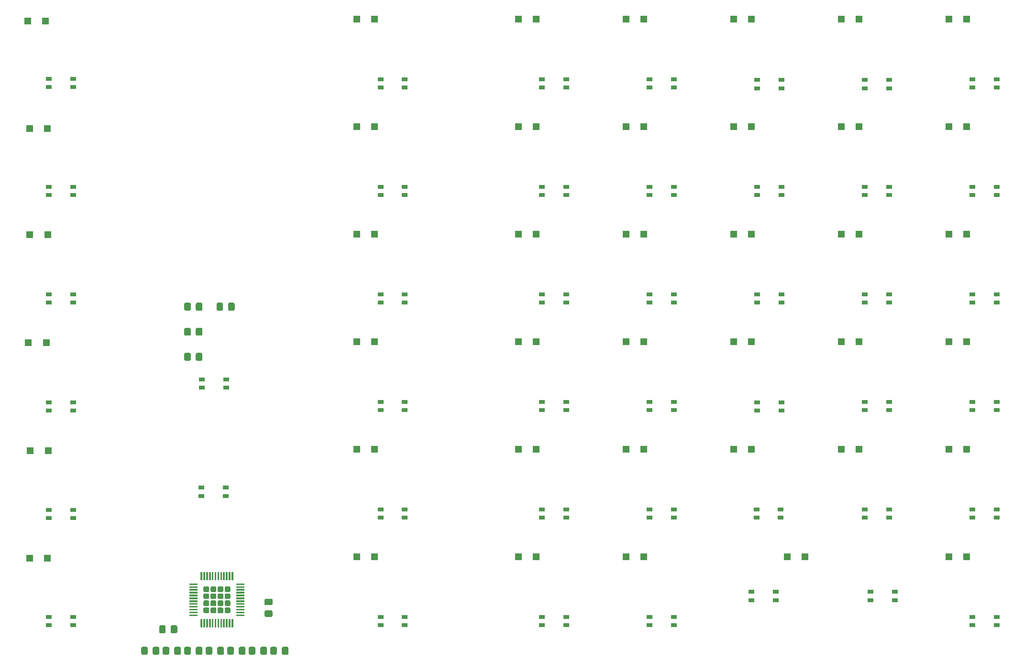
<source format=gbp>
G04 #@! TF.GenerationSoftware,KiCad,Pcbnew,5.1.5*
G04 #@! TF.CreationDate,2020-04-06T16:13:34-07:00*
G04 #@! TF.ProjectId,keyboard,6b657962-6f61-4726-942e-6b696361645f,rev?*
G04 #@! TF.SameCoordinates,Original*
G04 #@! TF.FileFunction,Paste,Bot*
G04 #@! TF.FilePolarity,Positive*
%FSLAX46Y46*%
G04 Gerber Fmt 4.6, Leading zero omitted, Abs format (unit mm)*
G04 Created by KiCad (PCBNEW 5.1.5) date 2020-04-06 16:13:34*
%MOMM*%
%LPD*%
G04 APERTURE LIST*
%ADD10R,1.050000X0.750000*%
%ADD11R,1.100000X0.750000*%
%ADD12C,0.100000*%
%ADD13R,1.200000X1.200000*%
G04 APERTURE END LIST*
D10*
X156827110Y-60685850D03*
X156827110Y-62135850D03*
X152527110Y-62135850D03*
D11*
X152527110Y-60685850D03*
D12*
G36*
X97140504Y-150500554D02*
G01*
X97164773Y-150504154D01*
X97188571Y-150510115D01*
X97211671Y-150518380D01*
X97233849Y-150528870D01*
X97254893Y-150541483D01*
X97274598Y-150556097D01*
X97292777Y-150572573D01*
X97309253Y-150590752D01*
X97323867Y-150610457D01*
X97336480Y-150631501D01*
X97346970Y-150653679D01*
X97355235Y-150676779D01*
X97361196Y-150700577D01*
X97364796Y-150724846D01*
X97366000Y-150749350D01*
X97366000Y-151259350D01*
X97364796Y-151283854D01*
X97361196Y-151308123D01*
X97355235Y-151331921D01*
X97346970Y-151355021D01*
X97336480Y-151377199D01*
X97323867Y-151398243D01*
X97309253Y-151417948D01*
X97292777Y-151436127D01*
X97274598Y-151452603D01*
X97254893Y-151467217D01*
X97233849Y-151479830D01*
X97211671Y-151490320D01*
X97188571Y-151498585D01*
X97164773Y-151504546D01*
X97140504Y-151508146D01*
X97116000Y-151509350D01*
X96606000Y-151509350D01*
X96581496Y-151508146D01*
X96557227Y-151504546D01*
X96533429Y-151498585D01*
X96510329Y-151490320D01*
X96488151Y-151479830D01*
X96467107Y-151467217D01*
X96447402Y-151452603D01*
X96429223Y-151436127D01*
X96412747Y-151417948D01*
X96398133Y-151398243D01*
X96385520Y-151377199D01*
X96375030Y-151355021D01*
X96366765Y-151331921D01*
X96360804Y-151308123D01*
X96357204Y-151283854D01*
X96356000Y-151259350D01*
X96356000Y-150749350D01*
X96357204Y-150724846D01*
X96360804Y-150700577D01*
X96366765Y-150676779D01*
X96375030Y-150653679D01*
X96385520Y-150631501D01*
X96398133Y-150610457D01*
X96412747Y-150590752D01*
X96429223Y-150572573D01*
X96447402Y-150556097D01*
X96467107Y-150541483D01*
X96488151Y-150528870D01*
X96510329Y-150518380D01*
X96533429Y-150510115D01*
X96557227Y-150504154D01*
X96581496Y-150500554D01*
X96606000Y-150499350D01*
X97116000Y-150499350D01*
X97140504Y-150500554D01*
G37*
G36*
X97140504Y-151750554D02*
G01*
X97164773Y-151754154D01*
X97188571Y-151760115D01*
X97211671Y-151768380D01*
X97233849Y-151778870D01*
X97254893Y-151791483D01*
X97274598Y-151806097D01*
X97292777Y-151822573D01*
X97309253Y-151840752D01*
X97323867Y-151860457D01*
X97336480Y-151881501D01*
X97346970Y-151903679D01*
X97355235Y-151926779D01*
X97361196Y-151950577D01*
X97364796Y-151974846D01*
X97366000Y-151999350D01*
X97366000Y-152509350D01*
X97364796Y-152533854D01*
X97361196Y-152558123D01*
X97355235Y-152581921D01*
X97346970Y-152605021D01*
X97336480Y-152627199D01*
X97323867Y-152648243D01*
X97309253Y-152667948D01*
X97292777Y-152686127D01*
X97274598Y-152702603D01*
X97254893Y-152717217D01*
X97233849Y-152729830D01*
X97211671Y-152740320D01*
X97188571Y-152748585D01*
X97164773Y-152754546D01*
X97140504Y-152758146D01*
X97116000Y-152759350D01*
X96606000Y-152759350D01*
X96581496Y-152758146D01*
X96557227Y-152754546D01*
X96533429Y-152748585D01*
X96510329Y-152740320D01*
X96488151Y-152729830D01*
X96467107Y-152717217D01*
X96447402Y-152702603D01*
X96429223Y-152686127D01*
X96412747Y-152667948D01*
X96398133Y-152648243D01*
X96385520Y-152627199D01*
X96375030Y-152605021D01*
X96366765Y-152581921D01*
X96360804Y-152558123D01*
X96357204Y-152533854D01*
X96356000Y-152509350D01*
X96356000Y-151999350D01*
X96357204Y-151974846D01*
X96360804Y-151950577D01*
X96366765Y-151926779D01*
X96375030Y-151903679D01*
X96385520Y-151881501D01*
X96398133Y-151860457D01*
X96412747Y-151840752D01*
X96429223Y-151822573D01*
X96447402Y-151806097D01*
X96467107Y-151791483D01*
X96488151Y-151778870D01*
X96510329Y-151768380D01*
X96533429Y-151760115D01*
X96557227Y-151754154D01*
X96581496Y-151750554D01*
X96606000Y-151749350D01*
X97116000Y-151749350D01*
X97140504Y-151750554D01*
G37*
G36*
X97140504Y-153000554D02*
G01*
X97164773Y-153004154D01*
X97188571Y-153010115D01*
X97211671Y-153018380D01*
X97233849Y-153028870D01*
X97254893Y-153041483D01*
X97274598Y-153056097D01*
X97292777Y-153072573D01*
X97309253Y-153090752D01*
X97323867Y-153110457D01*
X97336480Y-153131501D01*
X97346970Y-153153679D01*
X97355235Y-153176779D01*
X97361196Y-153200577D01*
X97364796Y-153224846D01*
X97366000Y-153249350D01*
X97366000Y-153759350D01*
X97364796Y-153783854D01*
X97361196Y-153808123D01*
X97355235Y-153831921D01*
X97346970Y-153855021D01*
X97336480Y-153877199D01*
X97323867Y-153898243D01*
X97309253Y-153917948D01*
X97292777Y-153936127D01*
X97274598Y-153952603D01*
X97254893Y-153967217D01*
X97233849Y-153979830D01*
X97211671Y-153990320D01*
X97188571Y-153998585D01*
X97164773Y-154004546D01*
X97140504Y-154008146D01*
X97116000Y-154009350D01*
X96606000Y-154009350D01*
X96581496Y-154008146D01*
X96557227Y-154004546D01*
X96533429Y-153998585D01*
X96510329Y-153990320D01*
X96488151Y-153979830D01*
X96467107Y-153967217D01*
X96447402Y-153952603D01*
X96429223Y-153936127D01*
X96412747Y-153917948D01*
X96398133Y-153898243D01*
X96385520Y-153877199D01*
X96375030Y-153855021D01*
X96366765Y-153831921D01*
X96360804Y-153808123D01*
X96357204Y-153783854D01*
X96356000Y-153759350D01*
X96356000Y-153249350D01*
X96357204Y-153224846D01*
X96360804Y-153200577D01*
X96366765Y-153176779D01*
X96375030Y-153153679D01*
X96385520Y-153131501D01*
X96398133Y-153110457D01*
X96412747Y-153090752D01*
X96429223Y-153072573D01*
X96447402Y-153056097D01*
X96467107Y-153041483D01*
X96488151Y-153028870D01*
X96510329Y-153018380D01*
X96533429Y-153010115D01*
X96557227Y-153004154D01*
X96581496Y-153000554D01*
X96606000Y-152999350D01*
X97116000Y-152999350D01*
X97140504Y-153000554D01*
G37*
G36*
X97140504Y-154250554D02*
G01*
X97164773Y-154254154D01*
X97188571Y-154260115D01*
X97211671Y-154268380D01*
X97233849Y-154278870D01*
X97254893Y-154291483D01*
X97274598Y-154306097D01*
X97292777Y-154322573D01*
X97309253Y-154340752D01*
X97323867Y-154360457D01*
X97336480Y-154381501D01*
X97346970Y-154403679D01*
X97355235Y-154426779D01*
X97361196Y-154450577D01*
X97364796Y-154474846D01*
X97366000Y-154499350D01*
X97366000Y-155009350D01*
X97364796Y-155033854D01*
X97361196Y-155058123D01*
X97355235Y-155081921D01*
X97346970Y-155105021D01*
X97336480Y-155127199D01*
X97323867Y-155148243D01*
X97309253Y-155167948D01*
X97292777Y-155186127D01*
X97274598Y-155202603D01*
X97254893Y-155217217D01*
X97233849Y-155229830D01*
X97211671Y-155240320D01*
X97188571Y-155248585D01*
X97164773Y-155254546D01*
X97140504Y-155258146D01*
X97116000Y-155259350D01*
X96606000Y-155259350D01*
X96581496Y-155258146D01*
X96557227Y-155254546D01*
X96533429Y-155248585D01*
X96510329Y-155240320D01*
X96488151Y-155229830D01*
X96467107Y-155217217D01*
X96447402Y-155202603D01*
X96429223Y-155186127D01*
X96412747Y-155167948D01*
X96398133Y-155148243D01*
X96385520Y-155127199D01*
X96375030Y-155105021D01*
X96366765Y-155081921D01*
X96360804Y-155058123D01*
X96357204Y-155033854D01*
X96356000Y-155009350D01*
X96356000Y-154499350D01*
X96357204Y-154474846D01*
X96360804Y-154450577D01*
X96366765Y-154426779D01*
X96375030Y-154403679D01*
X96385520Y-154381501D01*
X96398133Y-154360457D01*
X96412747Y-154340752D01*
X96429223Y-154322573D01*
X96447402Y-154306097D01*
X96467107Y-154291483D01*
X96488151Y-154278870D01*
X96510329Y-154268380D01*
X96533429Y-154260115D01*
X96557227Y-154254154D01*
X96581496Y-154250554D01*
X96606000Y-154249350D01*
X97116000Y-154249350D01*
X97140504Y-154250554D01*
G37*
G36*
X95890504Y-150500554D02*
G01*
X95914773Y-150504154D01*
X95938571Y-150510115D01*
X95961671Y-150518380D01*
X95983849Y-150528870D01*
X96004893Y-150541483D01*
X96024598Y-150556097D01*
X96042777Y-150572573D01*
X96059253Y-150590752D01*
X96073867Y-150610457D01*
X96086480Y-150631501D01*
X96096970Y-150653679D01*
X96105235Y-150676779D01*
X96111196Y-150700577D01*
X96114796Y-150724846D01*
X96116000Y-150749350D01*
X96116000Y-151259350D01*
X96114796Y-151283854D01*
X96111196Y-151308123D01*
X96105235Y-151331921D01*
X96096970Y-151355021D01*
X96086480Y-151377199D01*
X96073867Y-151398243D01*
X96059253Y-151417948D01*
X96042777Y-151436127D01*
X96024598Y-151452603D01*
X96004893Y-151467217D01*
X95983849Y-151479830D01*
X95961671Y-151490320D01*
X95938571Y-151498585D01*
X95914773Y-151504546D01*
X95890504Y-151508146D01*
X95866000Y-151509350D01*
X95356000Y-151509350D01*
X95331496Y-151508146D01*
X95307227Y-151504546D01*
X95283429Y-151498585D01*
X95260329Y-151490320D01*
X95238151Y-151479830D01*
X95217107Y-151467217D01*
X95197402Y-151452603D01*
X95179223Y-151436127D01*
X95162747Y-151417948D01*
X95148133Y-151398243D01*
X95135520Y-151377199D01*
X95125030Y-151355021D01*
X95116765Y-151331921D01*
X95110804Y-151308123D01*
X95107204Y-151283854D01*
X95106000Y-151259350D01*
X95106000Y-150749350D01*
X95107204Y-150724846D01*
X95110804Y-150700577D01*
X95116765Y-150676779D01*
X95125030Y-150653679D01*
X95135520Y-150631501D01*
X95148133Y-150610457D01*
X95162747Y-150590752D01*
X95179223Y-150572573D01*
X95197402Y-150556097D01*
X95217107Y-150541483D01*
X95238151Y-150528870D01*
X95260329Y-150518380D01*
X95283429Y-150510115D01*
X95307227Y-150504154D01*
X95331496Y-150500554D01*
X95356000Y-150499350D01*
X95866000Y-150499350D01*
X95890504Y-150500554D01*
G37*
G36*
X95890504Y-151750554D02*
G01*
X95914773Y-151754154D01*
X95938571Y-151760115D01*
X95961671Y-151768380D01*
X95983849Y-151778870D01*
X96004893Y-151791483D01*
X96024598Y-151806097D01*
X96042777Y-151822573D01*
X96059253Y-151840752D01*
X96073867Y-151860457D01*
X96086480Y-151881501D01*
X96096970Y-151903679D01*
X96105235Y-151926779D01*
X96111196Y-151950577D01*
X96114796Y-151974846D01*
X96116000Y-151999350D01*
X96116000Y-152509350D01*
X96114796Y-152533854D01*
X96111196Y-152558123D01*
X96105235Y-152581921D01*
X96096970Y-152605021D01*
X96086480Y-152627199D01*
X96073867Y-152648243D01*
X96059253Y-152667948D01*
X96042777Y-152686127D01*
X96024598Y-152702603D01*
X96004893Y-152717217D01*
X95983849Y-152729830D01*
X95961671Y-152740320D01*
X95938571Y-152748585D01*
X95914773Y-152754546D01*
X95890504Y-152758146D01*
X95866000Y-152759350D01*
X95356000Y-152759350D01*
X95331496Y-152758146D01*
X95307227Y-152754546D01*
X95283429Y-152748585D01*
X95260329Y-152740320D01*
X95238151Y-152729830D01*
X95217107Y-152717217D01*
X95197402Y-152702603D01*
X95179223Y-152686127D01*
X95162747Y-152667948D01*
X95148133Y-152648243D01*
X95135520Y-152627199D01*
X95125030Y-152605021D01*
X95116765Y-152581921D01*
X95110804Y-152558123D01*
X95107204Y-152533854D01*
X95106000Y-152509350D01*
X95106000Y-151999350D01*
X95107204Y-151974846D01*
X95110804Y-151950577D01*
X95116765Y-151926779D01*
X95125030Y-151903679D01*
X95135520Y-151881501D01*
X95148133Y-151860457D01*
X95162747Y-151840752D01*
X95179223Y-151822573D01*
X95197402Y-151806097D01*
X95217107Y-151791483D01*
X95238151Y-151778870D01*
X95260329Y-151768380D01*
X95283429Y-151760115D01*
X95307227Y-151754154D01*
X95331496Y-151750554D01*
X95356000Y-151749350D01*
X95866000Y-151749350D01*
X95890504Y-151750554D01*
G37*
G36*
X95890504Y-153000554D02*
G01*
X95914773Y-153004154D01*
X95938571Y-153010115D01*
X95961671Y-153018380D01*
X95983849Y-153028870D01*
X96004893Y-153041483D01*
X96024598Y-153056097D01*
X96042777Y-153072573D01*
X96059253Y-153090752D01*
X96073867Y-153110457D01*
X96086480Y-153131501D01*
X96096970Y-153153679D01*
X96105235Y-153176779D01*
X96111196Y-153200577D01*
X96114796Y-153224846D01*
X96116000Y-153249350D01*
X96116000Y-153759350D01*
X96114796Y-153783854D01*
X96111196Y-153808123D01*
X96105235Y-153831921D01*
X96096970Y-153855021D01*
X96086480Y-153877199D01*
X96073867Y-153898243D01*
X96059253Y-153917948D01*
X96042777Y-153936127D01*
X96024598Y-153952603D01*
X96004893Y-153967217D01*
X95983849Y-153979830D01*
X95961671Y-153990320D01*
X95938571Y-153998585D01*
X95914773Y-154004546D01*
X95890504Y-154008146D01*
X95866000Y-154009350D01*
X95356000Y-154009350D01*
X95331496Y-154008146D01*
X95307227Y-154004546D01*
X95283429Y-153998585D01*
X95260329Y-153990320D01*
X95238151Y-153979830D01*
X95217107Y-153967217D01*
X95197402Y-153952603D01*
X95179223Y-153936127D01*
X95162747Y-153917948D01*
X95148133Y-153898243D01*
X95135520Y-153877199D01*
X95125030Y-153855021D01*
X95116765Y-153831921D01*
X95110804Y-153808123D01*
X95107204Y-153783854D01*
X95106000Y-153759350D01*
X95106000Y-153249350D01*
X95107204Y-153224846D01*
X95110804Y-153200577D01*
X95116765Y-153176779D01*
X95125030Y-153153679D01*
X95135520Y-153131501D01*
X95148133Y-153110457D01*
X95162747Y-153090752D01*
X95179223Y-153072573D01*
X95197402Y-153056097D01*
X95217107Y-153041483D01*
X95238151Y-153028870D01*
X95260329Y-153018380D01*
X95283429Y-153010115D01*
X95307227Y-153004154D01*
X95331496Y-153000554D01*
X95356000Y-152999350D01*
X95866000Y-152999350D01*
X95890504Y-153000554D01*
G37*
G36*
X95890504Y-154250554D02*
G01*
X95914773Y-154254154D01*
X95938571Y-154260115D01*
X95961671Y-154268380D01*
X95983849Y-154278870D01*
X96004893Y-154291483D01*
X96024598Y-154306097D01*
X96042777Y-154322573D01*
X96059253Y-154340752D01*
X96073867Y-154360457D01*
X96086480Y-154381501D01*
X96096970Y-154403679D01*
X96105235Y-154426779D01*
X96111196Y-154450577D01*
X96114796Y-154474846D01*
X96116000Y-154499350D01*
X96116000Y-155009350D01*
X96114796Y-155033854D01*
X96111196Y-155058123D01*
X96105235Y-155081921D01*
X96096970Y-155105021D01*
X96086480Y-155127199D01*
X96073867Y-155148243D01*
X96059253Y-155167948D01*
X96042777Y-155186127D01*
X96024598Y-155202603D01*
X96004893Y-155217217D01*
X95983849Y-155229830D01*
X95961671Y-155240320D01*
X95938571Y-155248585D01*
X95914773Y-155254546D01*
X95890504Y-155258146D01*
X95866000Y-155259350D01*
X95356000Y-155259350D01*
X95331496Y-155258146D01*
X95307227Y-155254546D01*
X95283429Y-155248585D01*
X95260329Y-155240320D01*
X95238151Y-155229830D01*
X95217107Y-155217217D01*
X95197402Y-155202603D01*
X95179223Y-155186127D01*
X95162747Y-155167948D01*
X95148133Y-155148243D01*
X95135520Y-155127199D01*
X95125030Y-155105021D01*
X95116765Y-155081921D01*
X95110804Y-155058123D01*
X95107204Y-155033854D01*
X95106000Y-155009350D01*
X95106000Y-154499350D01*
X95107204Y-154474846D01*
X95110804Y-154450577D01*
X95116765Y-154426779D01*
X95125030Y-154403679D01*
X95135520Y-154381501D01*
X95148133Y-154360457D01*
X95162747Y-154340752D01*
X95179223Y-154322573D01*
X95197402Y-154306097D01*
X95217107Y-154291483D01*
X95238151Y-154278870D01*
X95260329Y-154268380D01*
X95283429Y-154260115D01*
X95307227Y-154254154D01*
X95331496Y-154250554D01*
X95356000Y-154249350D01*
X95866000Y-154249350D01*
X95890504Y-154250554D01*
G37*
G36*
X94640504Y-150500554D02*
G01*
X94664773Y-150504154D01*
X94688571Y-150510115D01*
X94711671Y-150518380D01*
X94733849Y-150528870D01*
X94754893Y-150541483D01*
X94774598Y-150556097D01*
X94792777Y-150572573D01*
X94809253Y-150590752D01*
X94823867Y-150610457D01*
X94836480Y-150631501D01*
X94846970Y-150653679D01*
X94855235Y-150676779D01*
X94861196Y-150700577D01*
X94864796Y-150724846D01*
X94866000Y-150749350D01*
X94866000Y-151259350D01*
X94864796Y-151283854D01*
X94861196Y-151308123D01*
X94855235Y-151331921D01*
X94846970Y-151355021D01*
X94836480Y-151377199D01*
X94823867Y-151398243D01*
X94809253Y-151417948D01*
X94792777Y-151436127D01*
X94774598Y-151452603D01*
X94754893Y-151467217D01*
X94733849Y-151479830D01*
X94711671Y-151490320D01*
X94688571Y-151498585D01*
X94664773Y-151504546D01*
X94640504Y-151508146D01*
X94616000Y-151509350D01*
X94106000Y-151509350D01*
X94081496Y-151508146D01*
X94057227Y-151504546D01*
X94033429Y-151498585D01*
X94010329Y-151490320D01*
X93988151Y-151479830D01*
X93967107Y-151467217D01*
X93947402Y-151452603D01*
X93929223Y-151436127D01*
X93912747Y-151417948D01*
X93898133Y-151398243D01*
X93885520Y-151377199D01*
X93875030Y-151355021D01*
X93866765Y-151331921D01*
X93860804Y-151308123D01*
X93857204Y-151283854D01*
X93856000Y-151259350D01*
X93856000Y-150749350D01*
X93857204Y-150724846D01*
X93860804Y-150700577D01*
X93866765Y-150676779D01*
X93875030Y-150653679D01*
X93885520Y-150631501D01*
X93898133Y-150610457D01*
X93912747Y-150590752D01*
X93929223Y-150572573D01*
X93947402Y-150556097D01*
X93967107Y-150541483D01*
X93988151Y-150528870D01*
X94010329Y-150518380D01*
X94033429Y-150510115D01*
X94057227Y-150504154D01*
X94081496Y-150500554D01*
X94106000Y-150499350D01*
X94616000Y-150499350D01*
X94640504Y-150500554D01*
G37*
G36*
X94640504Y-151750554D02*
G01*
X94664773Y-151754154D01*
X94688571Y-151760115D01*
X94711671Y-151768380D01*
X94733849Y-151778870D01*
X94754893Y-151791483D01*
X94774598Y-151806097D01*
X94792777Y-151822573D01*
X94809253Y-151840752D01*
X94823867Y-151860457D01*
X94836480Y-151881501D01*
X94846970Y-151903679D01*
X94855235Y-151926779D01*
X94861196Y-151950577D01*
X94864796Y-151974846D01*
X94866000Y-151999350D01*
X94866000Y-152509350D01*
X94864796Y-152533854D01*
X94861196Y-152558123D01*
X94855235Y-152581921D01*
X94846970Y-152605021D01*
X94836480Y-152627199D01*
X94823867Y-152648243D01*
X94809253Y-152667948D01*
X94792777Y-152686127D01*
X94774598Y-152702603D01*
X94754893Y-152717217D01*
X94733849Y-152729830D01*
X94711671Y-152740320D01*
X94688571Y-152748585D01*
X94664773Y-152754546D01*
X94640504Y-152758146D01*
X94616000Y-152759350D01*
X94106000Y-152759350D01*
X94081496Y-152758146D01*
X94057227Y-152754546D01*
X94033429Y-152748585D01*
X94010329Y-152740320D01*
X93988151Y-152729830D01*
X93967107Y-152717217D01*
X93947402Y-152702603D01*
X93929223Y-152686127D01*
X93912747Y-152667948D01*
X93898133Y-152648243D01*
X93885520Y-152627199D01*
X93875030Y-152605021D01*
X93866765Y-152581921D01*
X93860804Y-152558123D01*
X93857204Y-152533854D01*
X93856000Y-152509350D01*
X93856000Y-151999350D01*
X93857204Y-151974846D01*
X93860804Y-151950577D01*
X93866765Y-151926779D01*
X93875030Y-151903679D01*
X93885520Y-151881501D01*
X93898133Y-151860457D01*
X93912747Y-151840752D01*
X93929223Y-151822573D01*
X93947402Y-151806097D01*
X93967107Y-151791483D01*
X93988151Y-151778870D01*
X94010329Y-151768380D01*
X94033429Y-151760115D01*
X94057227Y-151754154D01*
X94081496Y-151750554D01*
X94106000Y-151749350D01*
X94616000Y-151749350D01*
X94640504Y-151750554D01*
G37*
G36*
X94640504Y-153000554D02*
G01*
X94664773Y-153004154D01*
X94688571Y-153010115D01*
X94711671Y-153018380D01*
X94733849Y-153028870D01*
X94754893Y-153041483D01*
X94774598Y-153056097D01*
X94792777Y-153072573D01*
X94809253Y-153090752D01*
X94823867Y-153110457D01*
X94836480Y-153131501D01*
X94846970Y-153153679D01*
X94855235Y-153176779D01*
X94861196Y-153200577D01*
X94864796Y-153224846D01*
X94866000Y-153249350D01*
X94866000Y-153759350D01*
X94864796Y-153783854D01*
X94861196Y-153808123D01*
X94855235Y-153831921D01*
X94846970Y-153855021D01*
X94836480Y-153877199D01*
X94823867Y-153898243D01*
X94809253Y-153917948D01*
X94792777Y-153936127D01*
X94774598Y-153952603D01*
X94754893Y-153967217D01*
X94733849Y-153979830D01*
X94711671Y-153990320D01*
X94688571Y-153998585D01*
X94664773Y-154004546D01*
X94640504Y-154008146D01*
X94616000Y-154009350D01*
X94106000Y-154009350D01*
X94081496Y-154008146D01*
X94057227Y-154004546D01*
X94033429Y-153998585D01*
X94010329Y-153990320D01*
X93988151Y-153979830D01*
X93967107Y-153967217D01*
X93947402Y-153952603D01*
X93929223Y-153936127D01*
X93912747Y-153917948D01*
X93898133Y-153898243D01*
X93885520Y-153877199D01*
X93875030Y-153855021D01*
X93866765Y-153831921D01*
X93860804Y-153808123D01*
X93857204Y-153783854D01*
X93856000Y-153759350D01*
X93856000Y-153249350D01*
X93857204Y-153224846D01*
X93860804Y-153200577D01*
X93866765Y-153176779D01*
X93875030Y-153153679D01*
X93885520Y-153131501D01*
X93898133Y-153110457D01*
X93912747Y-153090752D01*
X93929223Y-153072573D01*
X93947402Y-153056097D01*
X93967107Y-153041483D01*
X93988151Y-153028870D01*
X94010329Y-153018380D01*
X94033429Y-153010115D01*
X94057227Y-153004154D01*
X94081496Y-153000554D01*
X94106000Y-152999350D01*
X94616000Y-152999350D01*
X94640504Y-153000554D01*
G37*
G36*
X94640504Y-154250554D02*
G01*
X94664773Y-154254154D01*
X94688571Y-154260115D01*
X94711671Y-154268380D01*
X94733849Y-154278870D01*
X94754893Y-154291483D01*
X94774598Y-154306097D01*
X94792777Y-154322573D01*
X94809253Y-154340752D01*
X94823867Y-154360457D01*
X94836480Y-154381501D01*
X94846970Y-154403679D01*
X94855235Y-154426779D01*
X94861196Y-154450577D01*
X94864796Y-154474846D01*
X94866000Y-154499350D01*
X94866000Y-155009350D01*
X94864796Y-155033854D01*
X94861196Y-155058123D01*
X94855235Y-155081921D01*
X94846970Y-155105021D01*
X94836480Y-155127199D01*
X94823867Y-155148243D01*
X94809253Y-155167948D01*
X94792777Y-155186127D01*
X94774598Y-155202603D01*
X94754893Y-155217217D01*
X94733849Y-155229830D01*
X94711671Y-155240320D01*
X94688571Y-155248585D01*
X94664773Y-155254546D01*
X94640504Y-155258146D01*
X94616000Y-155259350D01*
X94106000Y-155259350D01*
X94081496Y-155258146D01*
X94057227Y-155254546D01*
X94033429Y-155248585D01*
X94010329Y-155240320D01*
X93988151Y-155229830D01*
X93967107Y-155217217D01*
X93947402Y-155202603D01*
X93929223Y-155186127D01*
X93912747Y-155167948D01*
X93898133Y-155148243D01*
X93885520Y-155127199D01*
X93875030Y-155105021D01*
X93866765Y-155081921D01*
X93860804Y-155058123D01*
X93857204Y-155033854D01*
X93856000Y-155009350D01*
X93856000Y-154499350D01*
X93857204Y-154474846D01*
X93860804Y-154450577D01*
X93866765Y-154426779D01*
X93875030Y-154403679D01*
X93885520Y-154381501D01*
X93898133Y-154360457D01*
X93912747Y-154340752D01*
X93929223Y-154322573D01*
X93947402Y-154306097D01*
X93967107Y-154291483D01*
X93988151Y-154278870D01*
X94010329Y-154268380D01*
X94033429Y-154260115D01*
X94057227Y-154254154D01*
X94081496Y-154250554D01*
X94106000Y-154249350D01*
X94616000Y-154249350D01*
X94640504Y-154250554D01*
G37*
G36*
X93390504Y-150500554D02*
G01*
X93414773Y-150504154D01*
X93438571Y-150510115D01*
X93461671Y-150518380D01*
X93483849Y-150528870D01*
X93504893Y-150541483D01*
X93524598Y-150556097D01*
X93542777Y-150572573D01*
X93559253Y-150590752D01*
X93573867Y-150610457D01*
X93586480Y-150631501D01*
X93596970Y-150653679D01*
X93605235Y-150676779D01*
X93611196Y-150700577D01*
X93614796Y-150724846D01*
X93616000Y-150749350D01*
X93616000Y-151259350D01*
X93614796Y-151283854D01*
X93611196Y-151308123D01*
X93605235Y-151331921D01*
X93596970Y-151355021D01*
X93586480Y-151377199D01*
X93573867Y-151398243D01*
X93559253Y-151417948D01*
X93542777Y-151436127D01*
X93524598Y-151452603D01*
X93504893Y-151467217D01*
X93483849Y-151479830D01*
X93461671Y-151490320D01*
X93438571Y-151498585D01*
X93414773Y-151504546D01*
X93390504Y-151508146D01*
X93366000Y-151509350D01*
X92856000Y-151509350D01*
X92831496Y-151508146D01*
X92807227Y-151504546D01*
X92783429Y-151498585D01*
X92760329Y-151490320D01*
X92738151Y-151479830D01*
X92717107Y-151467217D01*
X92697402Y-151452603D01*
X92679223Y-151436127D01*
X92662747Y-151417948D01*
X92648133Y-151398243D01*
X92635520Y-151377199D01*
X92625030Y-151355021D01*
X92616765Y-151331921D01*
X92610804Y-151308123D01*
X92607204Y-151283854D01*
X92606000Y-151259350D01*
X92606000Y-150749350D01*
X92607204Y-150724846D01*
X92610804Y-150700577D01*
X92616765Y-150676779D01*
X92625030Y-150653679D01*
X92635520Y-150631501D01*
X92648133Y-150610457D01*
X92662747Y-150590752D01*
X92679223Y-150572573D01*
X92697402Y-150556097D01*
X92717107Y-150541483D01*
X92738151Y-150528870D01*
X92760329Y-150518380D01*
X92783429Y-150510115D01*
X92807227Y-150504154D01*
X92831496Y-150500554D01*
X92856000Y-150499350D01*
X93366000Y-150499350D01*
X93390504Y-150500554D01*
G37*
G36*
X93390504Y-151750554D02*
G01*
X93414773Y-151754154D01*
X93438571Y-151760115D01*
X93461671Y-151768380D01*
X93483849Y-151778870D01*
X93504893Y-151791483D01*
X93524598Y-151806097D01*
X93542777Y-151822573D01*
X93559253Y-151840752D01*
X93573867Y-151860457D01*
X93586480Y-151881501D01*
X93596970Y-151903679D01*
X93605235Y-151926779D01*
X93611196Y-151950577D01*
X93614796Y-151974846D01*
X93616000Y-151999350D01*
X93616000Y-152509350D01*
X93614796Y-152533854D01*
X93611196Y-152558123D01*
X93605235Y-152581921D01*
X93596970Y-152605021D01*
X93586480Y-152627199D01*
X93573867Y-152648243D01*
X93559253Y-152667948D01*
X93542777Y-152686127D01*
X93524598Y-152702603D01*
X93504893Y-152717217D01*
X93483849Y-152729830D01*
X93461671Y-152740320D01*
X93438571Y-152748585D01*
X93414773Y-152754546D01*
X93390504Y-152758146D01*
X93366000Y-152759350D01*
X92856000Y-152759350D01*
X92831496Y-152758146D01*
X92807227Y-152754546D01*
X92783429Y-152748585D01*
X92760329Y-152740320D01*
X92738151Y-152729830D01*
X92717107Y-152717217D01*
X92697402Y-152702603D01*
X92679223Y-152686127D01*
X92662747Y-152667948D01*
X92648133Y-152648243D01*
X92635520Y-152627199D01*
X92625030Y-152605021D01*
X92616765Y-152581921D01*
X92610804Y-152558123D01*
X92607204Y-152533854D01*
X92606000Y-152509350D01*
X92606000Y-151999350D01*
X92607204Y-151974846D01*
X92610804Y-151950577D01*
X92616765Y-151926779D01*
X92625030Y-151903679D01*
X92635520Y-151881501D01*
X92648133Y-151860457D01*
X92662747Y-151840752D01*
X92679223Y-151822573D01*
X92697402Y-151806097D01*
X92717107Y-151791483D01*
X92738151Y-151778870D01*
X92760329Y-151768380D01*
X92783429Y-151760115D01*
X92807227Y-151754154D01*
X92831496Y-151750554D01*
X92856000Y-151749350D01*
X93366000Y-151749350D01*
X93390504Y-151750554D01*
G37*
G36*
X93390504Y-153000554D02*
G01*
X93414773Y-153004154D01*
X93438571Y-153010115D01*
X93461671Y-153018380D01*
X93483849Y-153028870D01*
X93504893Y-153041483D01*
X93524598Y-153056097D01*
X93542777Y-153072573D01*
X93559253Y-153090752D01*
X93573867Y-153110457D01*
X93586480Y-153131501D01*
X93596970Y-153153679D01*
X93605235Y-153176779D01*
X93611196Y-153200577D01*
X93614796Y-153224846D01*
X93616000Y-153249350D01*
X93616000Y-153759350D01*
X93614796Y-153783854D01*
X93611196Y-153808123D01*
X93605235Y-153831921D01*
X93596970Y-153855021D01*
X93586480Y-153877199D01*
X93573867Y-153898243D01*
X93559253Y-153917948D01*
X93542777Y-153936127D01*
X93524598Y-153952603D01*
X93504893Y-153967217D01*
X93483849Y-153979830D01*
X93461671Y-153990320D01*
X93438571Y-153998585D01*
X93414773Y-154004546D01*
X93390504Y-154008146D01*
X93366000Y-154009350D01*
X92856000Y-154009350D01*
X92831496Y-154008146D01*
X92807227Y-154004546D01*
X92783429Y-153998585D01*
X92760329Y-153990320D01*
X92738151Y-153979830D01*
X92717107Y-153967217D01*
X92697402Y-153952603D01*
X92679223Y-153936127D01*
X92662747Y-153917948D01*
X92648133Y-153898243D01*
X92635520Y-153877199D01*
X92625030Y-153855021D01*
X92616765Y-153831921D01*
X92610804Y-153808123D01*
X92607204Y-153783854D01*
X92606000Y-153759350D01*
X92606000Y-153249350D01*
X92607204Y-153224846D01*
X92610804Y-153200577D01*
X92616765Y-153176779D01*
X92625030Y-153153679D01*
X92635520Y-153131501D01*
X92648133Y-153110457D01*
X92662747Y-153090752D01*
X92679223Y-153072573D01*
X92697402Y-153056097D01*
X92717107Y-153041483D01*
X92738151Y-153028870D01*
X92760329Y-153018380D01*
X92783429Y-153010115D01*
X92807227Y-153004154D01*
X92831496Y-153000554D01*
X92856000Y-152999350D01*
X93366000Y-152999350D01*
X93390504Y-153000554D01*
G37*
G36*
X93390504Y-154250554D02*
G01*
X93414773Y-154254154D01*
X93438571Y-154260115D01*
X93461671Y-154268380D01*
X93483849Y-154278870D01*
X93504893Y-154291483D01*
X93524598Y-154306097D01*
X93542777Y-154322573D01*
X93559253Y-154340752D01*
X93573867Y-154360457D01*
X93586480Y-154381501D01*
X93596970Y-154403679D01*
X93605235Y-154426779D01*
X93611196Y-154450577D01*
X93614796Y-154474846D01*
X93616000Y-154499350D01*
X93616000Y-155009350D01*
X93614796Y-155033854D01*
X93611196Y-155058123D01*
X93605235Y-155081921D01*
X93596970Y-155105021D01*
X93586480Y-155127199D01*
X93573867Y-155148243D01*
X93559253Y-155167948D01*
X93542777Y-155186127D01*
X93524598Y-155202603D01*
X93504893Y-155217217D01*
X93483849Y-155229830D01*
X93461671Y-155240320D01*
X93438571Y-155248585D01*
X93414773Y-155254546D01*
X93390504Y-155258146D01*
X93366000Y-155259350D01*
X92856000Y-155259350D01*
X92831496Y-155258146D01*
X92807227Y-155254546D01*
X92783429Y-155248585D01*
X92760329Y-155240320D01*
X92738151Y-155229830D01*
X92717107Y-155217217D01*
X92697402Y-155202603D01*
X92679223Y-155186127D01*
X92662747Y-155167948D01*
X92648133Y-155148243D01*
X92635520Y-155127199D01*
X92625030Y-155105021D01*
X92616765Y-155081921D01*
X92610804Y-155058123D01*
X92607204Y-155033854D01*
X92606000Y-155009350D01*
X92606000Y-154499350D01*
X92607204Y-154474846D01*
X92610804Y-154450577D01*
X92616765Y-154426779D01*
X92625030Y-154403679D01*
X92635520Y-154381501D01*
X92648133Y-154360457D01*
X92662747Y-154340752D01*
X92679223Y-154322573D01*
X92697402Y-154306097D01*
X92717107Y-154291483D01*
X92738151Y-154278870D01*
X92760329Y-154268380D01*
X92783429Y-154260115D01*
X92807227Y-154254154D01*
X92831496Y-154250554D01*
X92856000Y-154249350D01*
X93366000Y-154249350D01*
X93390504Y-154250554D01*
G37*
G36*
X92318351Y-156304711D02*
G01*
X92325632Y-156305791D01*
X92332771Y-156307579D01*
X92339701Y-156310059D01*
X92346355Y-156313206D01*
X92352668Y-156316990D01*
X92358579Y-156321374D01*
X92364033Y-156326317D01*
X92368976Y-156331771D01*
X92373360Y-156337682D01*
X92377144Y-156343995D01*
X92380291Y-156350649D01*
X92382771Y-156357579D01*
X92384559Y-156364718D01*
X92385639Y-156371999D01*
X92386000Y-156379350D01*
X92386000Y-157704350D01*
X92385639Y-157711701D01*
X92384559Y-157718982D01*
X92382771Y-157726121D01*
X92380291Y-157733051D01*
X92377144Y-157739705D01*
X92373360Y-157746018D01*
X92368976Y-157751929D01*
X92364033Y-157757383D01*
X92358579Y-157762326D01*
X92352668Y-157766710D01*
X92346355Y-157770494D01*
X92339701Y-157773641D01*
X92332771Y-157776121D01*
X92325632Y-157777909D01*
X92318351Y-157778989D01*
X92311000Y-157779350D01*
X92161000Y-157779350D01*
X92153649Y-157778989D01*
X92146368Y-157777909D01*
X92139229Y-157776121D01*
X92132299Y-157773641D01*
X92125645Y-157770494D01*
X92119332Y-157766710D01*
X92113421Y-157762326D01*
X92107967Y-157757383D01*
X92103024Y-157751929D01*
X92098640Y-157746018D01*
X92094856Y-157739705D01*
X92091709Y-157733051D01*
X92089229Y-157726121D01*
X92087441Y-157718982D01*
X92086361Y-157711701D01*
X92086000Y-157704350D01*
X92086000Y-156379350D01*
X92086361Y-156371999D01*
X92087441Y-156364718D01*
X92089229Y-156357579D01*
X92091709Y-156350649D01*
X92094856Y-156343995D01*
X92098640Y-156337682D01*
X92103024Y-156331771D01*
X92107967Y-156326317D01*
X92113421Y-156321374D01*
X92119332Y-156316990D01*
X92125645Y-156313206D01*
X92132299Y-156310059D01*
X92139229Y-156307579D01*
X92146368Y-156305791D01*
X92153649Y-156304711D01*
X92161000Y-156304350D01*
X92311000Y-156304350D01*
X92318351Y-156304711D01*
G37*
G36*
X92818351Y-156304711D02*
G01*
X92825632Y-156305791D01*
X92832771Y-156307579D01*
X92839701Y-156310059D01*
X92846355Y-156313206D01*
X92852668Y-156316990D01*
X92858579Y-156321374D01*
X92864033Y-156326317D01*
X92868976Y-156331771D01*
X92873360Y-156337682D01*
X92877144Y-156343995D01*
X92880291Y-156350649D01*
X92882771Y-156357579D01*
X92884559Y-156364718D01*
X92885639Y-156371999D01*
X92886000Y-156379350D01*
X92886000Y-157704350D01*
X92885639Y-157711701D01*
X92884559Y-157718982D01*
X92882771Y-157726121D01*
X92880291Y-157733051D01*
X92877144Y-157739705D01*
X92873360Y-157746018D01*
X92868976Y-157751929D01*
X92864033Y-157757383D01*
X92858579Y-157762326D01*
X92852668Y-157766710D01*
X92846355Y-157770494D01*
X92839701Y-157773641D01*
X92832771Y-157776121D01*
X92825632Y-157777909D01*
X92818351Y-157778989D01*
X92811000Y-157779350D01*
X92661000Y-157779350D01*
X92653649Y-157778989D01*
X92646368Y-157777909D01*
X92639229Y-157776121D01*
X92632299Y-157773641D01*
X92625645Y-157770494D01*
X92619332Y-157766710D01*
X92613421Y-157762326D01*
X92607967Y-157757383D01*
X92603024Y-157751929D01*
X92598640Y-157746018D01*
X92594856Y-157739705D01*
X92591709Y-157733051D01*
X92589229Y-157726121D01*
X92587441Y-157718982D01*
X92586361Y-157711701D01*
X92586000Y-157704350D01*
X92586000Y-156379350D01*
X92586361Y-156371999D01*
X92587441Y-156364718D01*
X92589229Y-156357579D01*
X92591709Y-156350649D01*
X92594856Y-156343995D01*
X92598640Y-156337682D01*
X92603024Y-156331771D01*
X92607967Y-156326317D01*
X92613421Y-156321374D01*
X92619332Y-156316990D01*
X92625645Y-156313206D01*
X92632299Y-156310059D01*
X92639229Y-156307579D01*
X92646368Y-156305791D01*
X92653649Y-156304711D01*
X92661000Y-156304350D01*
X92811000Y-156304350D01*
X92818351Y-156304711D01*
G37*
G36*
X93318351Y-156304711D02*
G01*
X93325632Y-156305791D01*
X93332771Y-156307579D01*
X93339701Y-156310059D01*
X93346355Y-156313206D01*
X93352668Y-156316990D01*
X93358579Y-156321374D01*
X93364033Y-156326317D01*
X93368976Y-156331771D01*
X93373360Y-156337682D01*
X93377144Y-156343995D01*
X93380291Y-156350649D01*
X93382771Y-156357579D01*
X93384559Y-156364718D01*
X93385639Y-156371999D01*
X93386000Y-156379350D01*
X93386000Y-157704350D01*
X93385639Y-157711701D01*
X93384559Y-157718982D01*
X93382771Y-157726121D01*
X93380291Y-157733051D01*
X93377144Y-157739705D01*
X93373360Y-157746018D01*
X93368976Y-157751929D01*
X93364033Y-157757383D01*
X93358579Y-157762326D01*
X93352668Y-157766710D01*
X93346355Y-157770494D01*
X93339701Y-157773641D01*
X93332771Y-157776121D01*
X93325632Y-157777909D01*
X93318351Y-157778989D01*
X93311000Y-157779350D01*
X93161000Y-157779350D01*
X93153649Y-157778989D01*
X93146368Y-157777909D01*
X93139229Y-157776121D01*
X93132299Y-157773641D01*
X93125645Y-157770494D01*
X93119332Y-157766710D01*
X93113421Y-157762326D01*
X93107967Y-157757383D01*
X93103024Y-157751929D01*
X93098640Y-157746018D01*
X93094856Y-157739705D01*
X93091709Y-157733051D01*
X93089229Y-157726121D01*
X93087441Y-157718982D01*
X93086361Y-157711701D01*
X93086000Y-157704350D01*
X93086000Y-156379350D01*
X93086361Y-156371999D01*
X93087441Y-156364718D01*
X93089229Y-156357579D01*
X93091709Y-156350649D01*
X93094856Y-156343995D01*
X93098640Y-156337682D01*
X93103024Y-156331771D01*
X93107967Y-156326317D01*
X93113421Y-156321374D01*
X93119332Y-156316990D01*
X93125645Y-156313206D01*
X93132299Y-156310059D01*
X93139229Y-156307579D01*
X93146368Y-156305791D01*
X93153649Y-156304711D01*
X93161000Y-156304350D01*
X93311000Y-156304350D01*
X93318351Y-156304711D01*
G37*
G36*
X93818351Y-156304711D02*
G01*
X93825632Y-156305791D01*
X93832771Y-156307579D01*
X93839701Y-156310059D01*
X93846355Y-156313206D01*
X93852668Y-156316990D01*
X93858579Y-156321374D01*
X93864033Y-156326317D01*
X93868976Y-156331771D01*
X93873360Y-156337682D01*
X93877144Y-156343995D01*
X93880291Y-156350649D01*
X93882771Y-156357579D01*
X93884559Y-156364718D01*
X93885639Y-156371999D01*
X93886000Y-156379350D01*
X93886000Y-157704350D01*
X93885639Y-157711701D01*
X93884559Y-157718982D01*
X93882771Y-157726121D01*
X93880291Y-157733051D01*
X93877144Y-157739705D01*
X93873360Y-157746018D01*
X93868976Y-157751929D01*
X93864033Y-157757383D01*
X93858579Y-157762326D01*
X93852668Y-157766710D01*
X93846355Y-157770494D01*
X93839701Y-157773641D01*
X93832771Y-157776121D01*
X93825632Y-157777909D01*
X93818351Y-157778989D01*
X93811000Y-157779350D01*
X93661000Y-157779350D01*
X93653649Y-157778989D01*
X93646368Y-157777909D01*
X93639229Y-157776121D01*
X93632299Y-157773641D01*
X93625645Y-157770494D01*
X93619332Y-157766710D01*
X93613421Y-157762326D01*
X93607967Y-157757383D01*
X93603024Y-157751929D01*
X93598640Y-157746018D01*
X93594856Y-157739705D01*
X93591709Y-157733051D01*
X93589229Y-157726121D01*
X93587441Y-157718982D01*
X93586361Y-157711701D01*
X93586000Y-157704350D01*
X93586000Y-156379350D01*
X93586361Y-156371999D01*
X93587441Y-156364718D01*
X93589229Y-156357579D01*
X93591709Y-156350649D01*
X93594856Y-156343995D01*
X93598640Y-156337682D01*
X93603024Y-156331771D01*
X93607967Y-156326317D01*
X93613421Y-156321374D01*
X93619332Y-156316990D01*
X93625645Y-156313206D01*
X93632299Y-156310059D01*
X93639229Y-156307579D01*
X93646368Y-156305791D01*
X93653649Y-156304711D01*
X93661000Y-156304350D01*
X93811000Y-156304350D01*
X93818351Y-156304711D01*
G37*
G36*
X94318351Y-156304711D02*
G01*
X94325632Y-156305791D01*
X94332771Y-156307579D01*
X94339701Y-156310059D01*
X94346355Y-156313206D01*
X94352668Y-156316990D01*
X94358579Y-156321374D01*
X94364033Y-156326317D01*
X94368976Y-156331771D01*
X94373360Y-156337682D01*
X94377144Y-156343995D01*
X94380291Y-156350649D01*
X94382771Y-156357579D01*
X94384559Y-156364718D01*
X94385639Y-156371999D01*
X94386000Y-156379350D01*
X94386000Y-157704350D01*
X94385639Y-157711701D01*
X94384559Y-157718982D01*
X94382771Y-157726121D01*
X94380291Y-157733051D01*
X94377144Y-157739705D01*
X94373360Y-157746018D01*
X94368976Y-157751929D01*
X94364033Y-157757383D01*
X94358579Y-157762326D01*
X94352668Y-157766710D01*
X94346355Y-157770494D01*
X94339701Y-157773641D01*
X94332771Y-157776121D01*
X94325632Y-157777909D01*
X94318351Y-157778989D01*
X94311000Y-157779350D01*
X94161000Y-157779350D01*
X94153649Y-157778989D01*
X94146368Y-157777909D01*
X94139229Y-157776121D01*
X94132299Y-157773641D01*
X94125645Y-157770494D01*
X94119332Y-157766710D01*
X94113421Y-157762326D01*
X94107967Y-157757383D01*
X94103024Y-157751929D01*
X94098640Y-157746018D01*
X94094856Y-157739705D01*
X94091709Y-157733051D01*
X94089229Y-157726121D01*
X94087441Y-157718982D01*
X94086361Y-157711701D01*
X94086000Y-157704350D01*
X94086000Y-156379350D01*
X94086361Y-156371999D01*
X94087441Y-156364718D01*
X94089229Y-156357579D01*
X94091709Y-156350649D01*
X94094856Y-156343995D01*
X94098640Y-156337682D01*
X94103024Y-156331771D01*
X94107967Y-156326317D01*
X94113421Y-156321374D01*
X94119332Y-156316990D01*
X94125645Y-156313206D01*
X94132299Y-156310059D01*
X94139229Y-156307579D01*
X94146368Y-156305791D01*
X94153649Y-156304711D01*
X94161000Y-156304350D01*
X94311000Y-156304350D01*
X94318351Y-156304711D01*
G37*
G36*
X94818351Y-156304711D02*
G01*
X94825632Y-156305791D01*
X94832771Y-156307579D01*
X94839701Y-156310059D01*
X94846355Y-156313206D01*
X94852668Y-156316990D01*
X94858579Y-156321374D01*
X94864033Y-156326317D01*
X94868976Y-156331771D01*
X94873360Y-156337682D01*
X94877144Y-156343995D01*
X94880291Y-156350649D01*
X94882771Y-156357579D01*
X94884559Y-156364718D01*
X94885639Y-156371999D01*
X94886000Y-156379350D01*
X94886000Y-157704350D01*
X94885639Y-157711701D01*
X94884559Y-157718982D01*
X94882771Y-157726121D01*
X94880291Y-157733051D01*
X94877144Y-157739705D01*
X94873360Y-157746018D01*
X94868976Y-157751929D01*
X94864033Y-157757383D01*
X94858579Y-157762326D01*
X94852668Y-157766710D01*
X94846355Y-157770494D01*
X94839701Y-157773641D01*
X94832771Y-157776121D01*
X94825632Y-157777909D01*
X94818351Y-157778989D01*
X94811000Y-157779350D01*
X94661000Y-157779350D01*
X94653649Y-157778989D01*
X94646368Y-157777909D01*
X94639229Y-157776121D01*
X94632299Y-157773641D01*
X94625645Y-157770494D01*
X94619332Y-157766710D01*
X94613421Y-157762326D01*
X94607967Y-157757383D01*
X94603024Y-157751929D01*
X94598640Y-157746018D01*
X94594856Y-157739705D01*
X94591709Y-157733051D01*
X94589229Y-157726121D01*
X94587441Y-157718982D01*
X94586361Y-157711701D01*
X94586000Y-157704350D01*
X94586000Y-156379350D01*
X94586361Y-156371999D01*
X94587441Y-156364718D01*
X94589229Y-156357579D01*
X94591709Y-156350649D01*
X94594856Y-156343995D01*
X94598640Y-156337682D01*
X94603024Y-156331771D01*
X94607967Y-156326317D01*
X94613421Y-156321374D01*
X94619332Y-156316990D01*
X94625645Y-156313206D01*
X94632299Y-156310059D01*
X94639229Y-156307579D01*
X94646368Y-156305791D01*
X94653649Y-156304711D01*
X94661000Y-156304350D01*
X94811000Y-156304350D01*
X94818351Y-156304711D01*
G37*
G36*
X95318351Y-156304711D02*
G01*
X95325632Y-156305791D01*
X95332771Y-156307579D01*
X95339701Y-156310059D01*
X95346355Y-156313206D01*
X95352668Y-156316990D01*
X95358579Y-156321374D01*
X95364033Y-156326317D01*
X95368976Y-156331771D01*
X95373360Y-156337682D01*
X95377144Y-156343995D01*
X95380291Y-156350649D01*
X95382771Y-156357579D01*
X95384559Y-156364718D01*
X95385639Y-156371999D01*
X95386000Y-156379350D01*
X95386000Y-157704350D01*
X95385639Y-157711701D01*
X95384559Y-157718982D01*
X95382771Y-157726121D01*
X95380291Y-157733051D01*
X95377144Y-157739705D01*
X95373360Y-157746018D01*
X95368976Y-157751929D01*
X95364033Y-157757383D01*
X95358579Y-157762326D01*
X95352668Y-157766710D01*
X95346355Y-157770494D01*
X95339701Y-157773641D01*
X95332771Y-157776121D01*
X95325632Y-157777909D01*
X95318351Y-157778989D01*
X95311000Y-157779350D01*
X95161000Y-157779350D01*
X95153649Y-157778989D01*
X95146368Y-157777909D01*
X95139229Y-157776121D01*
X95132299Y-157773641D01*
X95125645Y-157770494D01*
X95119332Y-157766710D01*
X95113421Y-157762326D01*
X95107967Y-157757383D01*
X95103024Y-157751929D01*
X95098640Y-157746018D01*
X95094856Y-157739705D01*
X95091709Y-157733051D01*
X95089229Y-157726121D01*
X95087441Y-157718982D01*
X95086361Y-157711701D01*
X95086000Y-157704350D01*
X95086000Y-156379350D01*
X95086361Y-156371999D01*
X95087441Y-156364718D01*
X95089229Y-156357579D01*
X95091709Y-156350649D01*
X95094856Y-156343995D01*
X95098640Y-156337682D01*
X95103024Y-156331771D01*
X95107967Y-156326317D01*
X95113421Y-156321374D01*
X95119332Y-156316990D01*
X95125645Y-156313206D01*
X95132299Y-156310059D01*
X95139229Y-156307579D01*
X95146368Y-156305791D01*
X95153649Y-156304711D01*
X95161000Y-156304350D01*
X95311000Y-156304350D01*
X95318351Y-156304711D01*
G37*
G36*
X95818351Y-156304711D02*
G01*
X95825632Y-156305791D01*
X95832771Y-156307579D01*
X95839701Y-156310059D01*
X95846355Y-156313206D01*
X95852668Y-156316990D01*
X95858579Y-156321374D01*
X95864033Y-156326317D01*
X95868976Y-156331771D01*
X95873360Y-156337682D01*
X95877144Y-156343995D01*
X95880291Y-156350649D01*
X95882771Y-156357579D01*
X95884559Y-156364718D01*
X95885639Y-156371999D01*
X95886000Y-156379350D01*
X95886000Y-157704350D01*
X95885639Y-157711701D01*
X95884559Y-157718982D01*
X95882771Y-157726121D01*
X95880291Y-157733051D01*
X95877144Y-157739705D01*
X95873360Y-157746018D01*
X95868976Y-157751929D01*
X95864033Y-157757383D01*
X95858579Y-157762326D01*
X95852668Y-157766710D01*
X95846355Y-157770494D01*
X95839701Y-157773641D01*
X95832771Y-157776121D01*
X95825632Y-157777909D01*
X95818351Y-157778989D01*
X95811000Y-157779350D01*
X95661000Y-157779350D01*
X95653649Y-157778989D01*
X95646368Y-157777909D01*
X95639229Y-157776121D01*
X95632299Y-157773641D01*
X95625645Y-157770494D01*
X95619332Y-157766710D01*
X95613421Y-157762326D01*
X95607967Y-157757383D01*
X95603024Y-157751929D01*
X95598640Y-157746018D01*
X95594856Y-157739705D01*
X95591709Y-157733051D01*
X95589229Y-157726121D01*
X95587441Y-157718982D01*
X95586361Y-157711701D01*
X95586000Y-157704350D01*
X95586000Y-156379350D01*
X95586361Y-156371999D01*
X95587441Y-156364718D01*
X95589229Y-156357579D01*
X95591709Y-156350649D01*
X95594856Y-156343995D01*
X95598640Y-156337682D01*
X95603024Y-156331771D01*
X95607967Y-156326317D01*
X95613421Y-156321374D01*
X95619332Y-156316990D01*
X95625645Y-156313206D01*
X95632299Y-156310059D01*
X95639229Y-156307579D01*
X95646368Y-156305791D01*
X95653649Y-156304711D01*
X95661000Y-156304350D01*
X95811000Y-156304350D01*
X95818351Y-156304711D01*
G37*
G36*
X96318351Y-156304711D02*
G01*
X96325632Y-156305791D01*
X96332771Y-156307579D01*
X96339701Y-156310059D01*
X96346355Y-156313206D01*
X96352668Y-156316990D01*
X96358579Y-156321374D01*
X96364033Y-156326317D01*
X96368976Y-156331771D01*
X96373360Y-156337682D01*
X96377144Y-156343995D01*
X96380291Y-156350649D01*
X96382771Y-156357579D01*
X96384559Y-156364718D01*
X96385639Y-156371999D01*
X96386000Y-156379350D01*
X96386000Y-157704350D01*
X96385639Y-157711701D01*
X96384559Y-157718982D01*
X96382771Y-157726121D01*
X96380291Y-157733051D01*
X96377144Y-157739705D01*
X96373360Y-157746018D01*
X96368976Y-157751929D01*
X96364033Y-157757383D01*
X96358579Y-157762326D01*
X96352668Y-157766710D01*
X96346355Y-157770494D01*
X96339701Y-157773641D01*
X96332771Y-157776121D01*
X96325632Y-157777909D01*
X96318351Y-157778989D01*
X96311000Y-157779350D01*
X96161000Y-157779350D01*
X96153649Y-157778989D01*
X96146368Y-157777909D01*
X96139229Y-157776121D01*
X96132299Y-157773641D01*
X96125645Y-157770494D01*
X96119332Y-157766710D01*
X96113421Y-157762326D01*
X96107967Y-157757383D01*
X96103024Y-157751929D01*
X96098640Y-157746018D01*
X96094856Y-157739705D01*
X96091709Y-157733051D01*
X96089229Y-157726121D01*
X96087441Y-157718982D01*
X96086361Y-157711701D01*
X96086000Y-157704350D01*
X96086000Y-156379350D01*
X96086361Y-156371999D01*
X96087441Y-156364718D01*
X96089229Y-156357579D01*
X96091709Y-156350649D01*
X96094856Y-156343995D01*
X96098640Y-156337682D01*
X96103024Y-156331771D01*
X96107967Y-156326317D01*
X96113421Y-156321374D01*
X96119332Y-156316990D01*
X96125645Y-156313206D01*
X96132299Y-156310059D01*
X96139229Y-156307579D01*
X96146368Y-156305791D01*
X96153649Y-156304711D01*
X96161000Y-156304350D01*
X96311000Y-156304350D01*
X96318351Y-156304711D01*
G37*
G36*
X96818351Y-156304711D02*
G01*
X96825632Y-156305791D01*
X96832771Y-156307579D01*
X96839701Y-156310059D01*
X96846355Y-156313206D01*
X96852668Y-156316990D01*
X96858579Y-156321374D01*
X96864033Y-156326317D01*
X96868976Y-156331771D01*
X96873360Y-156337682D01*
X96877144Y-156343995D01*
X96880291Y-156350649D01*
X96882771Y-156357579D01*
X96884559Y-156364718D01*
X96885639Y-156371999D01*
X96886000Y-156379350D01*
X96886000Y-157704350D01*
X96885639Y-157711701D01*
X96884559Y-157718982D01*
X96882771Y-157726121D01*
X96880291Y-157733051D01*
X96877144Y-157739705D01*
X96873360Y-157746018D01*
X96868976Y-157751929D01*
X96864033Y-157757383D01*
X96858579Y-157762326D01*
X96852668Y-157766710D01*
X96846355Y-157770494D01*
X96839701Y-157773641D01*
X96832771Y-157776121D01*
X96825632Y-157777909D01*
X96818351Y-157778989D01*
X96811000Y-157779350D01*
X96661000Y-157779350D01*
X96653649Y-157778989D01*
X96646368Y-157777909D01*
X96639229Y-157776121D01*
X96632299Y-157773641D01*
X96625645Y-157770494D01*
X96619332Y-157766710D01*
X96613421Y-157762326D01*
X96607967Y-157757383D01*
X96603024Y-157751929D01*
X96598640Y-157746018D01*
X96594856Y-157739705D01*
X96591709Y-157733051D01*
X96589229Y-157726121D01*
X96587441Y-157718982D01*
X96586361Y-157711701D01*
X96586000Y-157704350D01*
X96586000Y-156379350D01*
X96586361Y-156371999D01*
X96587441Y-156364718D01*
X96589229Y-156357579D01*
X96591709Y-156350649D01*
X96594856Y-156343995D01*
X96598640Y-156337682D01*
X96603024Y-156331771D01*
X96607967Y-156326317D01*
X96613421Y-156321374D01*
X96619332Y-156316990D01*
X96625645Y-156313206D01*
X96632299Y-156310059D01*
X96639229Y-156307579D01*
X96646368Y-156305791D01*
X96653649Y-156304711D01*
X96661000Y-156304350D01*
X96811000Y-156304350D01*
X96818351Y-156304711D01*
G37*
G36*
X97318351Y-156304711D02*
G01*
X97325632Y-156305791D01*
X97332771Y-156307579D01*
X97339701Y-156310059D01*
X97346355Y-156313206D01*
X97352668Y-156316990D01*
X97358579Y-156321374D01*
X97364033Y-156326317D01*
X97368976Y-156331771D01*
X97373360Y-156337682D01*
X97377144Y-156343995D01*
X97380291Y-156350649D01*
X97382771Y-156357579D01*
X97384559Y-156364718D01*
X97385639Y-156371999D01*
X97386000Y-156379350D01*
X97386000Y-157704350D01*
X97385639Y-157711701D01*
X97384559Y-157718982D01*
X97382771Y-157726121D01*
X97380291Y-157733051D01*
X97377144Y-157739705D01*
X97373360Y-157746018D01*
X97368976Y-157751929D01*
X97364033Y-157757383D01*
X97358579Y-157762326D01*
X97352668Y-157766710D01*
X97346355Y-157770494D01*
X97339701Y-157773641D01*
X97332771Y-157776121D01*
X97325632Y-157777909D01*
X97318351Y-157778989D01*
X97311000Y-157779350D01*
X97161000Y-157779350D01*
X97153649Y-157778989D01*
X97146368Y-157777909D01*
X97139229Y-157776121D01*
X97132299Y-157773641D01*
X97125645Y-157770494D01*
X97119332Y-157766710D01*
X97113421Y-157762326D01*
X97107967Y-157757383D01*
X97103024Y-157751929D01*
X97098640Y-157746018D01*
X97094856Y-157739705D01*
X97091709Y-157733051D01*
X97089229Y-157726121D01*
X97087441Y-157718982D01*
X97086361Y-157711701D01*
X97086000Y-157704350D01*
X97086000Y-156379350D01*
X97086361Y-156371999D01*
X97087441Y-156364718D01*
X97089229Y-156357579D01*
X97091709Y-156350649D01*
X97094856Y-156343995D01*
X97098640Y-156337682D01*
X97103024Y-156331771D01*
X97107967Y-156326317D01*
X97113421Y-156321374D01*
X97119332Y-156316990D01*
X97125645Y-156313206D01*
X97132299Y-156310059D01*
X97139229Y-156307579D01*
X97146368Y-156305791D01*
X97153649Y-156304711D01*
X97161000Y-156304350D01*
X97311000Y-156304350D01*
X97318351Y-156304711D01*
G37*
G36*
X97818351Y-156304711D02*
G01*
X97825632Y-156305791D01*
X97832771Y-156307579D01*
X97839701Y-156310059D01*
X97846355Y-156313206D01*
X97852668Y-156316990D01*
X97858579Y-156321374D01*
X97864033Y-156326317D01*
X97868976Y-156331771D01*
X97873360Y-156337682D01*
X97877144Y-156343995D01*
X97880291Y-156350649D01*
X97882771Y-156357579D01*
X97884559Y-156364718D01*
X97885639Y-156371999D01*
X97886000Y-156379350D01*
X97886000Y-157704350D01*
X97885639Y-157711701D01*
X97884559Y-157718982D01*
X97882771Y-157726121D01*
X97880291Y-157733051D01*
X97877144Y-157739705D01*
X97873360Y-157746018D01*
X97868976Y-157751929D01*
X97864033Y-157757383D01*
X97858579Y-157762326D01*
X97852668Y-157766710D01*
X97846355Y-157770494D01*
X97839701Y-157773641D01*
X97832771Y-157776121D01*
X97825632Y-157777909D01*
X97818351Y-157778989D01*
X97811000Y-157779350D01*
X97661000Y-157779350D01*
X97653649Y-157778989D01*
X97646368Y-157777909D01*
X97639229Y-157776121D01*
X97632299Y-157773641D01*
X97625645Y-157770494D01*
X97619332Y-157766710D01*
X97613421Y-157762326D01*
X97607967Y-157757383D01*
X97603024Y-157751929D01*
X97598640Y-157746018D01*
X97594856Y-157739705D01*
X97591709Y-157733051D01*
X97589229Y-157726121D01*
X97587441Y-157718982D01*
X97586361Y-157711701D01*
X97586000Y-157704350D01*
X97586000Y-156379350D01*
X97586361Y-156371999D01*
X97587441Y-156364718D01*
X97589229Y-156357579D01*
X97591709Y-156350649D01*
X97594856Y-156343995D01*
X97598640Y-156337682D01*
X97603024Y-156331771D01*
X97607967Y-156326317D01*
X97613421Y-156321374D01*
X97619332Y-156316990D01*
X97625645Y-156313206D01*
X97632299Y-156310059D01*
X97639229Y-156307579D01*
X97646368Y-156305791D01*
X97653649Y-156304711D01*
X97661000Y-156304350D01*
X97811000Y-156304350D01*
X97818351Y-156304711D01*
G37*
G36*
X99818351Y-155479711D02*
G01*
X99825632Y-155480791D01*
X99832771Y-155482579D01*
X99839701Y-155485059D01*
X99846355Y-155488206D01*
X99852668Y-155491990D01*
X99858579Y-155496374D01*
X99864033Y-155501317D01*
X99868976Y-155506771D01*
X99873360Y-155512682D01*
X99877144Y-155518995D01*
X99880291Y-155525649D01*
X99882771Y-155532579D01*
X99884559Y-155539718D01*
X99885639Y-155546999D01*
X99886000Y-155554350D01*
X99886000Y-155704350D01*
X99885639Y-155711701D01*
X99884559Y-155718982D01*
X99882771Y-155726121D01*
X99880291Y-155733051D01*
X99877144Y-155739705D01*
X99873360Y-155746018D01*
X99868976Y-155751929D01*
X99864033Y-155757383D01*
X99858579Y-155762326D01*
X99852668Y-155766710D01*
X99846355Y-155770494D01*
X99839701Y-155773641D01*
X99832771Y-155776121D01*
X99825632Y-155777909D01*
X99818351Y-155778989D01*
X99811000Y-155779350D01*
X98486000Y-155779350D01*
X98478649Y-155778989D01*
X98471368Y-155777909D01*
X98464229Y-155776121D01*
X98457299Y-155773641D01*
X98450645Y-155770494D01*
X98444332Y-155766710D01*
X98438421Y-155762326D01*
X98432967Y-155757383D01*
X98428024Y-155751929D01*
X98423640Y-155746018D01*
X98419856Y-155739705D01*
X98416709Y-155733051D01*
X98414229Y-155726121D01*
X98412441Y-155718982D01*
X98411361Y-155711701D01*
X98411000Y-155704350D01*
X98411000Y-155554350D01*
X98411361Y-155546999D01*
X98412441Y-155539718D01*
X98414229Y-155532579D01*
X98416709Y-155525649D01*
X98419856Y-155518995D01*
X98423640Y-155512682D01*
X98428024Y-155506771D01*
X98432967Y-155501317D01*
X98438421Y-155496374D01*
X98444332Y-155491990D01*
X98450645Y-155488206D01*
X98457299Y-155485059D01*
X98464229Y-155482579D01*
X98471368Y-155480791D01*
X98478649Y-155479711D01*
X98486000Y-155479350D01*
X99811000Y-155479350D01*
X99818351Y-155479711D01*
G37*
G36*
X99818351Y-154979711D02*
G01*
X99825632Y-154980791D01*
X99832771Y-154982579D01*
X99839701Y-154985059D01*
X99846355Y-154988206D01*
X99852668Y-154991990D01*
X99858579Y-154996374D01*
X99864033Y-155001317D01*
X99868976Y-155006771D01*
X99873360Y-155012682D01*
X99877144Y-155018995D01*
X99880291Y-155025649D01*
X99882771Y-155032579D01*
X99884559Y-155039718D01*
X99885639Y-155046999D01*
X99886000Y-155054350D01*
X99886000Y-155204350D01*
X99885639Y-155211701D01*
X99884559Y-155218982D01*
X99882771Y-155226121D01*
X99880291Y-155233051D01*
X99877144Y-155239705D01*
X99873360Y-155246018D01*
X99868976Y-155251929D01*
X99864033Y-155257383D01*
X99858579Y-155262326D01*
X99852668Y-155266710D01*
X99846355Y-155270494D01*
X99839701Y-155273641D01*
X99832771Y-155276121D01*
X99825632Y-155277909D01*
X99818351Y-155278989D01*
X99811000Y-155279350D01*
X98486000Y-155279350D01*
X98478649Y-155278989D01*
X98471368Y-155277909D01*
X98464229Y-155276121D01*
X98457299Y-155273641D01*
X98450645Y-155270494D01*
X98444332Y-155266710D01*
X98438421Y-155262326D01*
X98432967Y-155257383D01*
X98428024Y-155251929D01*
X98423640Y-155246018D01*
X98419856Y-155239705D01*
X98416709Y-155233051D01*
X98414229Y-155226121D01*
X98412441Y-155218982D01*
X98411361Y-155211701D01*
X98411000Y-155204350D01*
X98411000Y-155054350D01*
X98411361Y-155046999D01*
X98412441Y-155039718D01*
X98414229Y-155032579D01*
X98416709Y-155025649D01*
X98419856Y-155018995D01*
X98423640Y-155012682D01*
X98428024Y-155006771D01*
X98432967Y-155001317D01*
X98438421Y-154996374D01*
X98444332Y-154991990D01*
X98450645Y-154988206D01*
X98457299Y-154985059D01*
X98464229Y-154982579D01*
X98471368Y-154980791D01*
X98478649Y-154979711D01*
X98486000Y-154979350D01*
X99811000Y-154979350D01*
X99818351Y-154979711D01*
G37*
G36*
X99818351Y-154479711D02*
G01*
X99825632Y-154480791D01*
X99832771Y-154482579D01*
X99839701Y-154485059D01*
X99846355Y-154488206D01*
X99852668Y-154491990D01*
X99858579Y-154496374D01*
X99864033Y-154501317D01*
X99868976Y-154506771D01*
X99873360Y-154512682D01*
X99877144Y-154518995D01*
X99880291Y-154525649D01*
X99882771Y-154532579D01*
X99884559Y-154539718D01*
X99885639Y-154546999D01*
X99886000Y-154554350D01*
X99886000Y-154704350D01*
X99885639Y-154711701D01*
X99884559Y-154718982D01*
X99882771Y-154726121D01*
X99880291Y-154733051D01*
X99877144Y-154739705D01*
X99873360Y-154746018D01*
X99868976Y-154751929D01*
X99864033Y-154757383D01*
X99858579Y-154762326D01*
X99852668Y-154766710D01*
X99846355Y-154770494D01*
X99839701Y-154773641D01*
X99832771Y-154776121D01*
X99825632Y-154777909D01*
X99818351Y-154778989D01*
X99811000Y-154779350D01*
X98486000Y-154779350D01*
X98478649Y-154778989D01*
X98471368Y-154777909D01*
X98464229Y-154776121D01*
X98457299Y-154773641D01*
X98450645Y-154770494D01*
X98444332Y-154766710D01*
X98438421Y-154762326D01*
X98432967Y-154757383D01*
X98428024Y-154751929D01*
X98423640Y-154746018D01*
X98419856Y-154739705D01*
X98416709Y-154733051D01*
X98414229Y-154726121D01*
X98412441Y-154718982D01*
X98411361Y-154711701D01*
X98411000Y-154704350D01*
X98411000Y-154554350D01*
X98411361Y-154546999D01*
X98412441Y-154539718D01*
X98414229Y-154532579D01*
X98416709Y-154525649D01*
X98419856Y-154518995D01*
X98423640Y-154512682D01*
X98428024Y-154506771D01*
X98432967Y-154501317D01*
X98438421Y-154496374D01*
X98444332Y-154491990D01*
X98450645Y-154488206D01*
X98457299Y-154485059D01*
X98464229Y-154482579D01*
X98471368Y-154480791D01*
X98478649Y-154479711D01*
X98486000Y-154479350D01*
X99811000Y-154479350D01*
X99818351Y-154479711D01*
G37*
G36*
X99818351Y-153979711D02*
G01*
X99825632Y-153980791D01*
X99832771Y-153982579D01*
X99839701Y-153985059D01*
X99846355Y-153988206D01*
X99852668Y-153991990D01*
X99858579Y-153996374D01*
X99864033Y-154001317D01*
X99868976Y-154006771D01*
X99873360Y-154012682D01*
X99877144Y-154018995D01*
X99880291Y-154025649D01*
X99882771Y-154032579D01*
X99884559Y-154039718D01*
X99885639Y-154046999D01*
X99886000Y-154054350D01*
X99886000Y-154204350D01*
X99885639Y-154211701D01*
X99884559Y-154218982D01*
X99882771Y-154226121D01*
X99880291Y-154233051D01*
X99877144Y-154239705D01*
X99873360Y-154246018D01*
X99868976Y-154251929D01*
X99864033Y-154257383D01*
X99858579Y-154262326D01*
X99852668Y-154266710D01*
X99846355Y-154270494D01*
X99839701Y-154273641D01*
X99832771Y-154276121D01*
X99825632Y-154277909D01*
X99818351Y-154278989D01*
X99811000Y-154279350D01*
X98486000Y-154279350D01*
X98478649Y-154278989D01*
X98471368Y-154277909D01*
X98464229Y-154276121D01*
X98457299Y-154273641D01*
X98450645Y-154270494D01*
X98444332Y-154266710D01*
X98438421Y-154262326D01*
X98432967Y-154257383D01*
X98428024Y-154251929D01*
X98423640Y-154246018D01*
X98419856Y-154239705D01*
X98416709Y-154233051D01*
X98414229Y-154226121D01*
X98412441Y-154218982D01*
X98411361Y-154211701D01*
X98411000Y-154204350D01*
X98411000Y-154054350D01*
X98411361Y-154046999D01*
X98412441Y-154039718D01*
X98414229Y-154032579D01*
X98416709Y-154025649D01*
X98419856Y-154018995D01*
X98423640Y-154012682D01*
X98428024Y-154006771D01*
X98432967Y-154001317D01*
X98438421Y-153996374D01*
X98444332Y-153991990D01*
X98450645Y-153988206D01*
X98457299Y-153985059D01*
X98464229Y-153982579D01*
X98471368Y-153980791D01*
X98478649Y-153979711D01*
X98486000Y-153979350D01*
X99811000Y-153979350D01*
X99818351Y-153979711D01*
G37*
G36*
X99818351Y-153479711D02*
G01*
X99825632Y-153480791D01*
X99832771Y-153482579D01*
X99839701Y-153485059D01*
X99846355Y-153488206D01*
X99852668Y-153491990D01*
X99858579Y-153496374D01*
X99864033Y-153501317D01*
X99868976Y-153506771D01*
X99873360Y-153512682D01*
X99877144Y-153518995D01*
X99880291Y-153525649D01*
X99882771Y-153532579D01*
X99884559Y-153539718D01*
X99885639Y-153546999D01*
X99886000Y-153554350D01*
X99886000Y-153704350D01*
X99885639Y-153711701D01*
X99884559Y-153718982D01*
X99882771Y-153726121D01*
X99880291Y-153733051D01*
X99877144Y-153739705D01*
X99873360Y-153746018D01*
X99868976Y-153751929D01*
X99864033Y-153757383D01*
X99858579Y-153762326D01*
X99852668Y-153766710D01*
X99846355Y-153770494D01*
X99839701Y-153773641D01*
X99832771Y-153776121D01*
X99825632Y-153777909D01*
X99818351Y-153778989D01*
X99811000Y-153779350D01*
X98486000Y-153779350D01*
X98478649Y-153778989D01*
X98471368Y-153777909D01*
X98464229Y-153776121D01*
X98457299Y-153773641D01*
X98450645Y-153770494D01*
X98444332Y-153766710D01*
X98438421Y-153762326D01*
X98432967Y-153757383D01*
X98428024Y-153751929D01*
X98423640Y-153746018D01*
X98419856Y-153739705D01*
X98416709Y-153733051D01*
X98414229Y-153726121D01*
X98412441Y-153718982D01*
X98411361Y-153711701D01*
X98411000Y-153704350D01*
X98411000Y-153554350D01*
X98411361Y-153546999D01*
X98412441Y-153539718D01*
X98414229Y-153532579D01*
X98416709Y-153525649D01*
X98419856Y-153518995D01*
X98423640Y-153512682D01*
X98428024Y-153506771D01*
X98432967Y-153501317D01*
X98438421Y-153496374D01*
X98444332Y-153491990D01*
X98450645Y-153488206D01*
X98457299Y-153485059D01*
X98464229Y-153482579D01*
X98471368Y-153480791D01*
X98478649Y-153479711D01*
X98486000Y-153479350D01*
X99811000Y-153479350D01*
X99818351Y-153479711D01*
G37*
G36*
X99818351Y-152979711D02*
G01*
X99825632Y-152980791D01*
X99832771Y-152982579D01*
X99839701Y-152985059D01*
X99846355Y-152988206D01*
X99852668Y-152991990D01*
X99858579Y-152996374D01*
X99864033Y-153001317D01*
X99868976Y-153006771D01*
X99873360Y-153012682D01*
X99877144Y-153018995D01*
X99880291Y-153025649D01*
X99882771Y-153032579D01*
X99884559Y-153039718D01*
X99885639Y-153046999D01*
X99886000Y-153054350D01*
X99886000Y-153204350D01*
X99885639Y-153211701D01*
X99884559Y-153218982D01*
X99882771Y-153226121D01*
X99880291Y-153233051D01*
X99877144Y-153239705D01*
X99873360Y-153246018D01*
X99868976Y-153251929D01*
X99864033Y-153257383D01*
X99858579Y-153262326D01*
X99852668Y-153266710D01*
X99846355Y-153270494D01*
X99839701Y-153273641D01*
X99832771Y-153276121D01*
X99825632Y-153277909D01*
X99818351Y-153278989D01*
X99811000Y-153279350D01*
X98486000Y-153279350D01*
X98478649Y-153278989D01*
X98471368Y-153277909D01*
X98464229Y-153276121D01*
X98457299Y-153273641D01*
X98450645Y-153270494D01*
X98444332Y-153266710D01*
X98438421Y-153262326D01*
X98432967Y-153257383D01*
X98428024Y-153251929D01*
X98423640Y-153246018D01*
X98419856Y-153239705D01*
X98416709Y-153233051D01*
X98414229Y-153226121D01*
X98412441Y-153218982D01*
X98411361Y-153211701D01*
X98411000Y-153204350D01*
X98411000Y-153054350D01*
X98411361Y-153046999D01*
X98412441Y-153039718D01*
X98414229Y-153032579D01*
X98416709Y-153025649D01*
X98419856Y-153018995D01*
X98423640Y-153012682D01*
X98428024Y-153006771D01*
X98432967Y-153001317D01*
X98438421Y-152996374D01*
X98444332Y-152991990D01*
X98450645Y-152988206D01*
X98457299Y-152985059D01*
X98464229Y-152982579D01*
X98471368Y-152980791D01*
X98478649Y-152979711D01*
X98486000Y-152979350D01*
X99811000Y-152979350D01*
X99818351Y-152979711D01*
G37*
G36*
X99818351Y-152479711D02*
G01*
X99825632Y-152480791D01*
X99832771Y-152482579D01*
X99839701Y-152485059D01*
X99846355Y-152488206D01*
X99852668Y-152491990D01*
X99858579Y-152496374D01*
X99864033Y-152501317D01*
X99868976Y-152506771D01*
X99873360Y-152512682D01*
X99877144Y-152518995D01*
X99880291Y-152525649D01*
X99882771Y-152532579D01*
X99884559Y-152539718D01*
X99885639Y-152546999D01*
X99886000Y-152554350D01*
X99886000Y-152704350D01*
X99885639Y-152711701D01*
X99884559Y-152718982D01*
X99882771Y-152726121D01*
X99880291Y-152733051D01*
X99877144Y-152739705D01*
X99873360Y-152746018D01*
X99868976Y-152751929D01*
X99864033Y-152757383D01*
X99858579Y-152762326D01*
X99852668Y-152766710D01*
X99846355Y-152770494D01*
X99839701Y-152773641D01*
X99832771Y-152776121D01*
X99825632Y-152777909D01*
X99818351Y-152778989D01*
X99811000Y-152779350D01*
X98486000Y-152779350D01*
X98478649Y-152778989D01*
X98471368Y-152777909D01*
X98464229Y-152776121D01*
X98457299Y-152773641D01*
X98450645Y-152770494D01*
X98444332Y-152766710D01*
X98438421Y-152762326D01*
X98432967Y-152757383D01*
X98428024Y-152751929D01*
X98423640Y-152746018D01*
X98419856Y-152739705D01*
X98416709Y-152733051D01*
X98414229Y-152726121D01*
X98412441Y-152718982D01*
X98411361Y-152711701D01*
X98411000Y-152704350D01*
X98411000Y-152554350D01*
X98411361Y-152546999D01*
X98412441Y-152539718D01*
X98414229Y-152532579D01*
X98416709Y-152525649D01*
X98419856Y-152518995D01*
X98423640Y-152512682D01*
X98428024Y-152506771D01*
X98432967Y-152501317D01*
X98438421Y-152496374D01*
X98444332Y-152491990D01*
X98450645Y-152488206D01*
X98457299Y-152485059D01*
X98464229Y-152482579D01*
X98471368Y-152480791D01*
X98478649Y-152479711D01*
X98486000Y-152479350D01*
X99811000Y-152479350D01*
X99818351Y-152479711D01*
G37*
G36*
X99818351Y-151979711D02*
G01*
X99825632Y-151980791D01*
X99832771Y-151982579D01*
X99839701Y-151985059D01*
X99846355Y-151988206D01*
X99852668Y-151991990D01*
X99858579Y-151996374D01*
X99864033Y-152001317D01*
X99868976Y-152006771D01*
X99873360Y-152012682D01*
X99877144Y-152018995D01*
X99880291Y-152025649D01*
X99882771Y-152032579D01*
X99884559Y-152039718D01*
X99885639Y-152046999D01*
X99886000Y-152054350D01*
X99886000Y-152204350D01*
X99885639Y-152211701D01*
X99884559Y-152218982D01*
X99882771Y-152226121D01*
X99880291Y-152233051D01*
X99877144Y-152239705D01*
X99873360Y-152246018D01*
X99868976Y-152251929D01*
X99864033Y-152257383D01*
X99858579Y-152262326D01*
X99852668Y-152266710D01*
X99846355Y-152270494D01*
X99839701Y-152273641D01*
X99832771Y-152276121D01*
X99825632Y-152277909D01*
X99818351Y-152278989D01*
X99811000Y-152279350D01*
X98486000Y-152279350D01*
X98478649Y-152278989D01*
X98471368Y-152277909D01*
X98464229Y-152276121D01*
X98457299Y-152273641D01*
X98450645Y-152270494D01*
X98444332Y-152266710D01*
X98438421Y-152262326D01*
X98432967Y-152257383D01*
X98428024Y-152251929D01*
X98423640Y-152246018D01*
X98419856Y-152239705D01*
X98416709Y-152233051D01*
X98414229Y-152226121D01*
X98412441Y-152218982D01*
X98411361Y-152211701D01*
X98411000Y-152204350D01*
X98411000Y-152054350D01*
X98411361Y-152046999D01*
X98412441Y-152039718D01*
X98414229Y-152032579D01*
X98416709Y-152025649D01*
X98419856Y-152018995D01*
X98423640Y-152012682D01*
X98428024Y-152006771D01*
X98432967Y-152001317D01*
X98438421Y-151996374D01*
X98444332Y-151991990D01*
X98450645Y-151988206D01*
X98457299Y-151985059D01*
X98464229Y-151982579D01*
X98471368Y-151980791D01*
X98478649Y-151979711D01*
X98486000Y-151979350D01*
X99811000Y-151979350D01*
X99818351Y-151979711D01*
G37*
G36*
X99818351Y-151479711D02*
G01*
X99825632Y-151480791D01*
X99832771Y-151482579D01*
X99839701Y-151485059D01*
X99846355Y-151488206D01*
X99852668Y-151491990D01*
X99858579Y-151496374D01*
X99864033Y-151501317D01*
X99868976Y-151506771D01*
X99873360Y-151512682D01*
X99877144Y-151518995D01*
X99880291Y-151525649D01*
X99882771Y-151532579D01*
X99884559Y-151539718D01*
X99885639Y-151546999D01*
X99886000Y-151554350D01*
X99886000Y-151704350D01*
X99885639Y-151711701D01*
X99884559Y-151718982D01*
X99882771Y-151726121D01*
X99880291Y-151733051D01*
X99877144Y-151739705D01*
X99873360Y-151746018D01*
X99868976Y-151751929D01*
X99864033Y-151757383D01*
X99858579Y-151762326D01*
X99852668Y-151766710D01*
X99846355Y-151770494D01*
X99839701Y-151773641D01*
X99832771Y-151776121D01*
X99825632Y-151777909D01*
X99818351Y-151778989D01*
X99811000Y-151779350D01*
X98486000Y-151779350D01*
X98478649Y-151778989D01*
X98471368Y-151777909D01*
X98464229Y-151776121D01*
X98457299Y-151773641D01*
X98450645Y-151770494D01*
X98444332Y-151766710D01*
X98438421Y-151762326D01*
X98432967Y-151757383D01*
X98428024Y-151751929D01*
X98423640Y-151746018D01*
X98419856Y-151739705D01*
X98416709Y-151733051D01*
X98414229Y-151726121D01*
X98412441Y-151718982D01*
X98411361Y-151711701D01*
X98411000Y-151704350D01*
X98411000Y-151554350D01*
X98411361Y-151546999D01*
X98412441Y-151539718D01*
X98414229Y-151532579D01*
X98416709Y-151525649D01*
X98419856Y-151518995D01*
X98423640Y-151512682D01*
X98428024Y-151506771D01*
X98432967Y-151501317D01*
X98438421Y-151496374D01*
X98444332Y-151491990D01*
X98450645Y-151488206D01*
X98457299Y-151485059D01*
X98464229Y-151482579D01*
X98471368Y-151480791D01*
X98478649Y-151479711D01*
X98486000Y-151479350D01*
X99811000Y-151479350D01*
X99818351Y-151479711D01*
G37*
G36*
X99818351Y-150979711D02*
G01*
X99825632Y-150980791D01*
X99832771Y-150982579D01*
X99839701Y-150985059D01*
X99846355Y-150988206D01*
X99852668Y-150991990D01*
X99858579Y-150996374D01*
X99864033Y-151001317D01*
X99868976Y-151006771D01*
X99873360Y-151012682D01*
X99877144Y-151018995D01*
X99880291Y-151025649D01*
X99882771Y-151032579D01*
X99884559Y-151039718D01*
X99885639Y-151046999D01*
X99886000Y-151054350D01*
X99886000Y-151204350D01*
X99885639Y-151211701D01*
X99884559Y-151218982D01*
X99882771Y-151226121D01*
X99880291Y-151233051D01*
X99877144Y-151239705D01*
X99873360Y-151246018D01*
X99868976Y-151251929D01*
X99864033Y-151257383D01*
X99858579Y-151262326D01*
X99852668Y-151266710D01*
X99846355Y-151270494D01*
X99839701Y-151273641D01*
X99832771Y-151276121D01*
X99825632Y-151277909D01*
X99818351Y-151278989D01*
X99811000Y-151279350D01*
X98486000Y-151279350D01*
X98478649Y-151278989D01*
X98471368Y-151277909D01*
X98464229Y-151276121D01*
X98457299Y-151273641D01*
X98450645Y-151270494D01*
X98444332Y-151266710D01*
X98438421Y-151262326D01*
X98432967Y-151257383D01*
X98428024Y-151251929D01*
X98423640Y-151246018D01*
X98419856Y-151239705D01*
X98416709Y-151233051D01*
X98414229Y-151226121D01*
X98412441Y-151218982D01*
X98411361Y-151211701D01*
X98411000Y-151204350D01*
X98411000Y-151054350D01*
X98411361Y-151046999D01*
X98412441Y-151039718D01*
X98414229Y-151032579D01*
X98416709Y-151025649D01*
X98419856Y-151018995D01*
X98423640Y-151012682D01*
X98428024Y-151006771D01*
X98432967Y-151001317D01*
X98438421Y-150996374D01*
X98444332Y-150991990D01*
X98450645Y-150988206D01*
X98457299Y-150985059D01*
X98464229Y-150982579D01*
X98471368Y-150980791D01*
X98478649Y-150979711D01*
X98486000Y-150979350D01*
X99811000Y-150979350D01*
X99818351Y-150979711D01*
G37*
G36*
X99818351Y-150479711D02*
G01*
X99825632Y-150480791D01*
X99832771Y-150482579D01*
X99839701Y-150485059D01*
X99846355Y-150488206D01*
X99852668Y-150491990D01*
X99858579Y-150496374D01*
X99864033Y-150501317D01*
X99868976Y-150506771D01*
X99873360Y-150512682D01*
X99877144Y-150518995D01*
X99880291Y-150525649D01*
X99882771Y-150532579D01*
X99884559Y-150539718D01*
X99885639Y-150546999D01*
X99886000Y-150554350D01*
X99886000Y-150704350D01*
X99885639Y-150711701D01*
X99884559Y-150718982D01*
X99882771Y-150726121D01*
X99880291Y-150733051D01*
X99877144Y-150739705D01*
X99873360Y-150746018D01*
X99868976Y-150751929D01*
X99864033Y-150757383D01*
X99858579Y-150762326D01*
X99852668Y-150766710D01*
X99846355Y-150770494D01*
X99839701Y-150773641D01*
X99832771Y-150776121D01*
X99825632Y-150777909D01*
X99818351Y-150778989D01*
X99811000Y-150779350D01*
X98486000Y-150779350D01*
X98478649Y-150778989D01*
X98471368Y-150777909D01*
X98464229Y-150776121D01*
X98457299Y-150773641D01*
X98450645Y-150770494D01*
X98444332Y-150766710D01*
X98438421Y-150762326D01*
X98432967Y-150757383D01*
X98428024Y-150751929D01*
X98423640Y-150746018D01*
X98419856Y-150739705D01*
X98416709Y-150733051D01*
X98414229Y-150726121D01*
X98412441Y-150718982D01*
X98411361Y-150711701D01*
X98411000Y-150704350D01*
X98411000Y-150554350D01*
X98411361Y-150546999D01*
X98412441Y-150539718D01*
X98414229Y-150532579D01*
X98416709Y-150525649D01*
X98419856Y-150518995D01*
X98423640Y-150512682D01*
X98428024Y-150506771D01*
X98432967Y-150501317D01*
X98438421Y-150496374D01*
X98444332Y-150491990D01*
X98450645Y-150488206D01*
X98457299Y-150485059D01*
X98464229Y-150482579D01*
X98471368Y-150480791D01*
X98478649Y-150479711D01*
X98486000Y-150479350D01*
X99811000Y-150479350D01*
X99818351Y-150479711D01*
G37*
G36*
X99818351Y-149979711D02*
G01*
X99825632Y-149980791D01*
X99832771Y-149982579D01*
X99839701Y-149985059D01*
X99846355Y-149988206D01*
X99852668Y-149991990D01*
X99858579Y-149996374D01*
X99864033Y-150001317D01*
X99868976Y-150006771D01*
X99873360Y-150012682D01*
X99877144Y-150018995D01*
X99880291Y-150025649D01*
X99882771Y-150032579D01*
X99884559Y-150039718D01*
X99885639Y-150046999D01*
X99886000Y-150054350D01*
X99886000Y-150204350D01*
X99885639Y-150211701D01*
X99884559Y-150218982D01*
X99882771Y-150226121D01*
X99880291Y-150233051D01*
X99877144Y-150239705D01*
X99873360Y-150246018D01*
X99868976Y-150251929D01*
X99864033Y-150257383D01*
X99858579Y-150262326D01*
X99852668Y-150266710D01*
X99846355Y-150270494D01*
X99839701Y-150273641D01*
X99832771Y-150276121D01*
X99825632Y-150277909D01*
X99818351Y-150278989D01*
X99811000Y-150279350D01*
X98486000Y-150279350D01*
X98478649Y-150278989D01*
X98471368Y-150277909D01*
X98464229Y-150276121D01*
X98457299Y-150273641D01*
X98450645Y-150270494D01*
X98444332Y-150266710D01*
X98438421Y-150262326D01*
X98432967Y-150257383D01*
X98428024Y-150251929D01*
X98423640Y-150246018D01*
X98419856Y-150239705D01*
X98416709Y-150233051D01*
X98414229Y-150226121D01*
X98412441Y-150218982D01*
X98411361Y-150211701D01*
X98411000Y-150204350D01*
X98411000Y-150054350D01*
X98411361Y-150046999D01*
X98412441Y-150039718D01*
X98414229Y-150032579D01*
X98416709Y-150025649D01*
X98419856Y-150018995D01*
X98423640Y-150012682D01*
X98428024Y-150006771D01*
X98432967Y-150001317D01*
X98438421Y-149996374D01*
X98444332Y-149991990D01*
X98450645Y-149988206D01*
X98457299Y-149985059D01*
X98464229Y-149982579D01*
X98471368Y-149980791D01*
X98478649Y-149979711D01*
X98486000Y-149979350D01*
X99811000Y-149979350D01*
X99818351Y-149979711D01*
G37*
G36*
X97818351Y-147979711D02*
G01*
X97825632Y-147980791D01*
X97832771Y-147982579D01*
X97839701Y-147985059D01*
X97846355Y-147988206D01*
X97852668Y-147991990D01*
X97858579Y-147996374D01*
X97864033Y-148001317D01*
X97868976Y-148006771D01*
X97873360Y-148012682D01*
X97877144Y-148018995D01*
X97880291Y-148025649D01*
X97882771Y-148032579D01*
X97884559Y-148039718D01*
X97885639Y-148046999D01*
X97886000Y-148054350D01*
X97886000Y-149379350D01*
X97885639Y-149386701D01*
X97884559Y-149393982D01*
X97882771Y-149401121D01*
X97880291Y-149408051D01*
X97877144Y-149414705D01*
X97873360Y-149421018D01*
X97868976Y-149426929D01*
X97864033Y-149432383D01*
X97858579Y-149437326D01*
X97852668Y-149441710D01*
X97846355Y-149445494D01*
X97839701Y-149448641D01*
X97832771Y-149451121D01*
X97825632Y-149452909D01*
X97818351Y-149453989D01*
X97811000Y-149454350D01*
X97661000Y-149454350D01*
X97653649Y-149453989D01*
X97646368Y-149452909D01*
X97639229Y-149451121D01*
X97632299Y-149448641D01*
X97625645Y-149445494D01*
X97619332Y-149441710D01*
X97613421Y-149437326D01*
X97607967Y-149432383D01*
X97603024Y-149426929D01*
X97598640Y-149421018D01*
X97594856Y-149414705D01*
X97591709Y-149408051D01*
X97589229Y-149401121D01*
X97587441Y-149393982D01*
X97586361Y-149386701D01*
X97586000Y-149379350D01*
X97586000Y-148054350D01*
X97586361Y-148046999D01*
X97587441Y-148039718D01*
X97589229Y-148032579D01*
X97591709Y-148025649D01*
X97594856Y-148018995D01*
X97598640Y-148012682D01*
X97603024Y-148006771D01*
X97607967Y-148001317D01*
X97613421Y-147996374D01*
X97619332Y-147991990D01*
X97625645Y-147988206D01*
X97632299Y-147985059D01*
X97639229Y-147982579D01*
X97646368Y-147980791D01*
X97653649Y-147979711D01*
X97661000Y-147979350D01*
X97811000Y-147979350D01*
X97818351Y-147979711D01*
G37*
G36*
X97318351Y-147979711D02*
G01*
X97325632Y-147980791D01*
X97332771Y-147982579D01*
X97339701Y-147985059D01*
X97346355Y-147988206D01*
X97352668Y-147991990D01*
X97358579Y-147996374D01*
X97364033Y-148001317D01*
X97368976Y-148006771D01*
X97373360Y-148012682D01*
X97377144Y-148018995D01*
X97380291Y-148025649D01*
X97382771Y-148032579D01*
X97384559Y-148039718D01*
X97385639Y-148046999D01*
X97386000Y-148054350D01*
X97386000Y-149379350D01*
X97385639Y-149386701D01*
X97384559Y-149393982D01*
X97382771Y-149401121D01*
X97380291Y-149408051D01*
X97377144Y-149414705D01*
X97373360Y-149421018D01*
X97368976Y-149426929D01*
X97364033Y-149432383D01*
X97358579Y-149437326D01*
X97352668Y-149441710D01*
X97346355Y-149445494D01*
X97339701Y-149448641D01*
X97332771Y-149451121D01*
X97325632Y-149452909D01*
X97318351Y-149453989D01*
X97311000Y-149454350D01*
X97161000Y-149454350D01*
X97153649Y-149453989D01*
X97146368Y-149452909D01*
X97139229Y-149451121D01*
X97132299Y-149448641D01*
X97125645Y-149445494D01*
X97119332Y-149441710D01*
X97113421Y-149437326D01*
X97107967Y-149432383D01*
X97103024Y-149426929D01*
X97098640Y-149421018D01*
X97094856Y-149414705D01*
X97091709Y-149408051D01*
X97089229Y-149401121D01*
X97087441Y-149393982D01*
X97086361Y-149386701D01*
X97086000Y-149379350D01*
X97086000Y-148054350D01*
X97086361Y-148046999D01*
X97087441Y-148039718D01*
X97089229Y-148032579D01*
X97091709Y-148025649D01*
X97094856Y-148018995D01*
X97098640Y-148012682D01*
X97103024Y-148006771D01*
X97107967Y-148001317D01*
X97113421Y-147996374D01*
X97119332Y-147991990D01*
X97125645Y-147988206D01*
X97132299Y-147985059D01*
X97139229Y-147982579D01*
X97146368Y-147980791D01*
X97153649Y-147979711D01*
X97161000Y-147979350D01*
X97311000Y-147979350D01*
X97318351Y-147979711D01*
G37*
G36*
X96818351Y-147979711D02*
G01*
X96825632Y-147980791D01*
X96832771Y-147982579D01*
X96839701Y-147985059D01*
X96846355Y-147988206D01*
X96852668Y-147991990D01*
X96858579Y-147996374D01*
X96864033Y-148001317D01*
X96868976Y-148006771D01*
X96873360Y-148012682D01*
X96877144Y-148018995D01*
X96880291Y-148025649D01*
X96882771Y-148032579D01*
X96884559Y-148039718D01*
X96885639Y-148046999D01*
X96886000Y-148054350D01*
X96886000Y-149379350D01*
X96885639Y-149386701D01*
X96884559Y-149393982D01*
X96882771Y-149401121D01*
X96880291Y-149408051D01*
X96877144Y-149414705D01*
X96873360Y-149421018D01*
X96868976Y-149426929D01*
X96864033Y-149432383D01*
X96858579Y-149437326D01*
X96852668Y-149441710D01*
X96846355Y-149445494D01*
X96839701Y-149448641D01*
X96832771Y-149451121D01*
X96825632Y-149452909D01*
X96818351Y-149453989D01*
X96811000Y-149454350D01*
X96661000Y-149454350D01*
X96653649Y-149453989D01*
X96646368Y-149452909D01*
X96639229Y-149451121D01*
X96632299Y-149448641D01*
X96625645Y-149445494D01*
X96619332Y-149441710D01*
X96613421Y-149437326D01*
X96607967Y-149432383D01*
X96603024Y-149426929D01*
X96598640Y-149421018D01*
X96594856Y-149414705D01*
X96591709Y-149408051D01*
X96589229Y-149401121D01*
X96587441Y-149393982D01*
X96586361Y-149386701D01*
X96586000Y-149379350D01*
X96586000Y-148054350D01*
X96586361Y-148046999D01*
X96587441Y-148039718D01*
X96589229Y-148032579D01*
X96591709Y-148025649D01*
X96594856Y-148018995D01*
X96598640Y-148012682D01*
X96603024Y-148006771D01*
X96607967Y-148001317D01*
X96613421Y-147996374D01*
X96619332Y-147991990D01*
X96625645Y-147988206D01*
X96632299Y-147985059D01*
X96639229Y-147982579D01*
X96646368Y-147980791D01*
X96653649Y-147979711D01*
X96661000Y-147979350D01*
X96811000Y-147979350D01*
X96818351Y-147979711D01*
G37*
G36*
X96318351Y-147979711D02*
G01*
X96325632Y-147980791D01*
X96332771Y-147982579D01*
X96339701Y-147985059D01*
X96346355Y-147988206D01*
X96352668Y-147991990D01*
X96358579Y-147996374D01*
X96364033Y-148001317D01*
X96368976Y-148006771D01*
X96373360Y-148012682D01*
X96377144Y-148018995D01*
X96380291Y-148025649D01*
X96382771Y-148032579D01*
X96384559Y-148039718D01*
X96385639Y-148046999D01*
X96386000Y-148054350D01*
X96386000Y-149379350D01*
X96385639Y-149386701D01*
X96384559Y-149393982D01*
X96382771Y-149401121D01*
X96380291Y-149408051D01*
X96377144Y-149414705D01*
X96373360Y-149421018D01*
X96368976Y-149426929D01*
X96364033Y-149432383D01*
X96358579Y-149437326D01*
X96352668Y-149441710D01*
X96346355Y-149445494D01*
X96339701Y-149448641D01*
X96332771Y-149451121D01*
X96325632Y-149452909D01*
X96318351Y-149453989D01*
X96311000Y-149454350D01*
X96161000Y-149454350D01*
X96153649Y-149453989D01*
X96146368Y-149452909D01*
X96139229Y-149451121D01*
X96132299Y-149448641D01*
X96125645Y-149445494D01*
X96119332Y-149441710D01*
X96113421Y-149437326D01*
X96107967Y-149432383D01*
X96103024Y-149426929D01*
X96098640Y-149421018D01*
X96094856Y-149414705D01*
X96091709Y-149408051D01*
X96089229Y-149401121D01*
X96087441Y-149393982D01*
X96086361Y-149386701D01*
X96086000Y-149379350D01*
X96086000Y-148054350D01*
X96086361Y-148046999D01*
X96087441Y-148039718D01*
X96089229Y-148032579D01*
X96091709Y-148025649D01*
X96094856Y-148018995D01*
X96098640Y-148012682D01*
X96103024Y-148006771D01*
X96107967Y-148001317D01*
X96113421Y-147996374D01*
X96119332Y-147991990D01*
X96125645Y-147988206D01*
X96132299Y-147985059D01*
X96139229Y-147982579D01*
X96146368Y-147980791D01*
X96153649Y-147979711D01*
X96161000Y-147979350D01*
X96311000Y-147979350D01*
X96318351Y-147979711D01*
G37*
G36*
X95818351Y-147979711D02*
G01*
X95825632Y-147980791D01*
X95832771Y-147982579D01*
X95839701Y-147985059D01*
X95846355Y-147988206D01*
X95852668Y-147991990D01*
X95858579Y-147996374D01*
X95864033Y-148001317D01*
X95868976Y-148006771D01*
X95873360Y-148012682D01*
X95877144Y-148018995D01*
X95880291Y-148025649D01*
X95882771Y-148032579D01*
X95884559Y-148039718D01*
X95885639Y-148046999D01*
X95886000Y-148054350D01*
X95886000Y-149379350D01*
X95885639Y-149386701D01*
X95884559Y-149393982D01*
X95882771Y-149401121D01*
X95880291Y-149408051D01*
X95877144Y-149414705D01*
X95873360Y-149421018D01*
X95868976Y-149426929D01*
X95864033Y-149432383D01*
X95858579Y-149437326D01*
X95852668Y-149441710D01*
X95846355Y-149445494D01*
X95839701Y-149448641D01*
X95832771Y-149451121D01*
X95825632Y-149452909D01*
X95818351Y-149453989D01*
X95811000Y-149454350D01*
X95661000Y-149454350D01*
X95653649Y-149453989D01*
X95646368Y-149452909D01*
X95639229Y-149451121D01*
X95632299Y-149448641D01*
X95625645Y-149445494D01*
X95619332Y-149441710D01*
X95613421Y-149437326D01*
X95607967Y-149432383D01*
X95603024Y-149426929D01*
X95598640Y-149421018D01*
X95594856Y-149414705D01*
X95591709Y-149408051D01*
X95589229Y-149401121D01*
X95587441Y-149393982D01*
X95586361Y-149386701D01*
X95586000Y-149379350D01*
X95586000Y-148054350D01*
X95586361Y-148046999D01*
X95587441Y-148039718D01*
X95589229Y-148032579D01*
X95591709Y-148025649D01*
X95594856Y-148018995D01*
X95598640Y-148012682D01*
X95603024Y-148006771D01*
X95607967Y-148001317D01*
X95613421Y-147996374D01*
X95619332Y-147991990D01*
X95625645Y-147988206D01*
X95632299Y-147985059D01*
X95639229Y-147982579D01*
X95646368Y-147980791D01*
X95653649Y-147979711D01*
X95661000Y-147979350D01*
X95811000Y-147979350D01*
X95818351Y-147979711D01*
G37*
G36*
X95318351Y-147979711D02*
G01*
X95325632Y-147980791D01*
X95332771Y-147982579D01*
X95339701Y-147985059D01*
X95346355Y-147988206D01*
X95352668Y-147991990D01*
X95358579Y-147996374D01*
X95364033Y-148001317D01*
X95368976Y-148006771D01*
X95373360Y-148012682D01*
X95377144Y-148018995D01*
X95380291Y-148025649D01*
X95382771Y-148032579D01*
X95384559Y-148039718D01*
X95385639Y-148046999D01*
X95386000Y-148054350D01*
X95386000Y-149379350D01*
X95385639Y-149386701D01*
X95384559Y-149393982D01*
X95382771Y-149401121D01*
X95380291Y-149408051D01*
X95377144Y-149414705D01*
X95373360Y-149421018D01*
X95368976Y-149426929D01*
X95364033Y-149432383D01*
X95358579Y-149437326D01*
X95352668Y-149441710D01*
X95346355Y-149445494D01*
X95339701Y-149448641D01*
X95332771Y-149451121D01*
X95325632Y-149452909D01*
X95318351Y-149453989D01*
X95311000Y-149454350D01*
X95161000Y-149454350D01*
X95153649Y-149453989D01*
X95146368Y-149452909D01*
X95139229Y-149451121D01*
X95132299Y-149448641D01*
X95125645Y-149445494D01*
X95119332Y-149441710D01*
X95113421Y-149437326D01*
X95107967Y-149432383D01*
X95103024Y-149426929D01*
X95098640Y-149421018D01*
X95094856Y-149414705D01*
X95091709Y-149408051D01*
X95089229Y-149401121D01*
X95087441Y-149393982D01*
X95086361Y-149386701D01*
X95086000Y-149379350D01*
X95086000Y-148054350D01*
X95086361Y-148046999D01*
X95087441Y-148039718D01*
X95089229Y-148032579D01*
X95091709Y-148025649D01*
X95094856Y-148018995D01*
X95098640Y-148012682D01*
X95103024Y-148006771D01*
X95107967Y-148001317D01*
X95113421Y-147996374D01*
X95119332Y-147991990D01*
X95125645Y-147988206D01*
X95132299Y-147985059D01*
X95139229Y-147982579D01*
X95146368Y-147980791D01*
X95153649Y-147979711D01*
X95161000Y-147979350D01*
X95311000Y-147979350D01*
X95318351Y-147979711D01*
G37*
G36*
X94818351Y-147979711D02*
G01*
X94825632Y-147980791D01*
X94832771Y-147982579D01*
X94839701Y-147985059D01*
X94846355Y-147988206D01*
X94852668Y-147991990D01*
X94858579Y-147996374D01*
X94864033Y-148001317D01*
X94868976Y-148006771D01*
X94873360Y-148012682D01*
X94877144Y-148018995D01*
X94880291Y-148025649D01*
X94882771Y-148032579D01*
X94884559Y-148039718D01*
X94885639Y-148046999D01*
X94886000Y-148054350D01*
X94886000Y-149379350D01*
X94885639Y-149386701D01*
X94884559Y-149393982D01*
X94882771Y-149401121D01*
X94880291Y-149408051D01*
X94877144Y-149414705D01*
X94873360Y-149421018D01*
X94868976Y-149426929D01*
X94864033Y-149432383D01*
X94858579Y-149437326D01*
X94852668Y-149441710D01*
X94846355Y-149445494D01*
X94839701Y-149448641D01*
X94832771Y-149451121D01*
X94825632Y-149452909D01*
X94818351Y-149453989D01*
X94811000Y-149454350D01*
X94661000Y-149454350D01*
X94653649Y-149453989D01*
X94646368Y-149452909D01*
X94639229Y-149451121D01*
X94632299Y-149448641D01*
X94625645Y-149445494D01*
X94619332Y-149441710D01*
X94613421Y-149437326D01*
X94607967Y-149432383D01*
X94603024Y-149426929D01*
X94598640Y-149421018D01*
X94594856Y-149414705D01*
X94591709Y-149408051D01*
X94589229Y-149401121D01*
X94587441Y-149393982D01*
X94586361Y-149386701D01*
X94586000Y-149379350D01*
X94586000Y-148054350D01*
X94586361Y-148046999D01*
X94587441Y-148039718D01*
X94589229Y-148032579D01*
X94591709Y-148025649D01*
X94594856Y-148018995D01*
X94598640Y-148012682D01*
X94603024Y-148006771D01*
X94607967Y-148001317D01*
X94613421Y-147996374D01*
X94619332Y-147991990D01*
X94625645Y-147988206D01*
X94632299Y-147985059D01*
X94639229Y-147982579D01*
X94646368Y-147980791D01*
X94653649Y-147979711D01*
X94661000Y-147979350D01*
X94811000Y-147979350D01*
X94818351Y-147979711D01*
G37*
G36*
X94318351Y-147979711D02*
G01*
X94325632Y-147980791D01*
X94332771Y-147982579D01*
X94339701Y-147985059D01*
X94346355Y-147988206D01*
X94352668Y-147991990D01*
X94358579Y-147996374D01*
X94364033Y-148001317D01*
X94368976Y-148006771D01*
X94373360Y-148012682D01*
X94377144Y-148018995D01*
X94380291Y-148025649D01*
X94382771Y-148032579D01*
X94384559Y-148039718D01*
X94385639Y-148046999D01*
X94386000Y-148054350D01*
X94386000Y-149379350D01*
X94385639Y-149386701D01*
X94384559Y-149393982D01*
X94382771Y-149401121D01*
X94380291Y-149408051D01*
X94377144Y-149414705D01*
X94373360Y-149421018D01*
X94368976Y-149426929D01*
X94364033Y-149432383D01*
X94358579Y-149437326D01*
X94352668Y-149441710D01*
X94346355Y-149445494D01*
X94339701Y-149448641D01*
X94332771Y-149451121D01*
X94325632Y-149452909D01*
X94318351Y-149453989D01*
X94311000Y-149454350D01*
X94161000Y-149454350D01*
X94153649Y-149453989D01*
X94146368Y-149452909D01*
X94139229Y-149451121D01*
X94132299Y-149448641D01*
X94125645Y-149445494D01*
X94119332Y-149441710D01*
X94113421Y-149437326D01*
X94107967Y-149432383D01*
X94103024Y-149426929D01*
X94098640Y-149421018D01*
X94094856Y-149414705D01*
X94091709Y-149408051D01*
X94089229Y-149401121D01*
X94087441Y-149393982D01*
X94086361Y-149386701D01*
X94086000Y-149379350D01*
X94086000Y-148054350D01*
X94086361Y-148046999D01*
X94087441Y-148039718D01*
X94089229Y-148032579D01*
X94091709Y-148025649D01*
X94094856Y-148018995D01*
X94098640Y-148012682D01*
X94103024Y-148006771D01*
X94107967Y-148001317D01*
X94113421Y-147996374D01*
X94119332Y-147991990D01*
X94125645Y-147988206D01*
X94132299Y-147985059D01*
X94139229Y-147982579D01*
X94146368Y-147980791D01*
X94153649Y-147979711D01*
X94161000Y-147979350D01*
X94311000Y-147979350D01*
X94318351Y-147979711D01*
G37*
G36*
X93818351Y-147979711D02*
G01*
X93825632Y-147980791D01*
X93832771Y-147982579D01*
X93839701Y-147985059D01*
X93846355Y-147988206D01*
X93852668Y-147991990D01*
X93858579Y-147996374D01*
X93864033Y-148001317D01*
X93868976Y-148006771D01*
X93873360Y-148012682D01*
X93877144Y-148018995D01*
X93880291Y-148025649D01*
X93882771Y-148032579D01*
X93884559Y-148039718D01*
X93885639Y-148046999D01*
X93886000Y-148054350D01*
X93886000Y-149379350D01*
X93885639Y-149386701D01*
X93884559Y-149393982D01*
X93882771Y-149401121D01*
X93880291Y-149408051D01*
X93877144Y-149414705D01*
X93873360Y-149421018D01*
X93868976Y-149426929D01*
X93864033Y-149432383D01*
X93858579Y-149437326D01*
X93852668Y-149441710D01*
X93846355Y-149445494D01*
X93839701Y-149448641D01*
X93832771Y-149451121D01*
X93825632Y-149452909D01*
X93818351Y-149453989D01*
X93811000Y-149454350D01*
X93661000Y-149454350D01*
X93653649Y-149453989D01*
X93646368Y-149452909D01*
X93639229Y-149451121D01*
X93632299Y-149448641D01*
X93625645Y-149445494D01*
X93619332Y-149441710D01*
X93613421Y-149437326D01*
X93607967Y-149432383D01*
X93603024Y-149426929D01*
X93598640Y-149421018D01*
X93594856Y-149414705D01*
X93591709Y-149408051D01*
X93589229Y-149401121D01*
X93587441Y-149393982D01*
X93586361Y-149386701D01*
X93586000Y-149379350D01*
X93586000Y-148054350D01*
X93586361Y-148046999D01*
X93587441Y-148039718D01*
X93589229Y-148032579D01*
X93591709Y-148025649D01*
X93594856Y-148018995D01*
X93598640Y-148012682D01*
X93603024Y-148006771D01*
X93607967Y-148001317D01*
X93613421Y-147996374D01*
X93619332Y-147991990D01*
X93625645Y-147988206D01*
X93632299Y-147985059D01*
X93639229Y-147982579D01*
X93646368Y-147980791D01*
X93653649Y-147979711D01*
X93661000Y-147979350D01*
X93811000Y-147979350D01*
X93818351Y-147979711D01*
G37*
G36*
X93318351Y-147979711D02*
G01*
X93325632Y-147980791D01*
X93332771Y-147982579D01*
X93339701Y-147985059D01*
X93346355Y-147988206D01*
X93352668Y-147991990D01*
X93358579Y-147996374D01*
X93364033Y-148001317D01*
X93368976Y-148006771D01*
X93373360Y-148012682D01*
X93377144Y-148018995D01*
X93380291Y-148025649D01*
X93382771Y-148032579D01*
X93384559Y-148039718D01*
X93385639Y-148046999D01*
X93386000Y-148054350D01*
X93386000Y-149379350D01*
X93385639Y-149386701D01*
X93384559Y-149393982D01*
X93382771Y-149401121D01*
X93380291Y-149408051D01*
X93377144Y-149414705D01*
X93373360Y-149421018D01*
X93368976Y-149426929D01*
X93364033Y-149432383D01*
X93358579Y-149437326D01*
X93352668Y-149441710D01*
X93346355Y-149445494D01*
X93339701Y-149448641D01*
X93332771Y-149451121D01*
X93325632Y-149452909D01*
X93318351Y-149453989D01*
X93311000Y-149454350D01*
X93161000Y-149454350D01*
X93153649Y-149453989D01*
X93146368Y-149452909D01*
X93139229Y-149451121D01*
X93132299Y-149448641D01*
X93125645Y-149445494D01*
X93119332Y-149441710D01*
X93113421Y-149437326D01*
X93107967Y-149432383D01*
X93103024Y-149426929D01*
X93098640Y-149421018D01*
X93094856Y-149414705D01*
X93091709Y-149408051D01*
X93089229Y-149401121D01*
X93087441Y-149393982D01*
X93086361Y-149386701D01*
X93086000Y-149379350D01*
X93086000Y-148054350D01*
X93086361Y-148046999D01*
X93087441Y-148039718D01*
X93089229Y-148032579D01*
X93091709Y-148025649D01*
X93094856Y-148018995D01*
X93098640Y-148012682D01*
X93103024Y-148006771D01*
X93107967Y-148001317D01*
X93113421Y-147996374D01*
X93119332Y-147991990D01*
X93125645Y-147988206D01*
X93132299Y-147985059D01*
X93139229Y-147982579D01*
X93146368Y-147980791D01*
X93153649Y-147979711D01*
X93161000Y-147979350D01*
X93311000Y-147979350D01*
X93318351Y-147979711D01*
G37*
G36*
X92818351Y-147979711D02*
G01*
X92825632Y-147980791D01*
X92832771Y-147982579D01*
X92839701Y-147985059D01*
X92846355Y-147988206D01*
X92852668Y-147991990D01*
X92858579Y-147996374D01*
X92864033Y-148001317D01*
X92868976Y-148006771D01*
X92873360Y-148012682D01*
X92877144Y-148018995D01*
X92880291Y-148025649D01*
X92882771Y-148032579D01*
X92884559Y-148039718D01*
X92885639Y-148046999D01*
X92886000Y-148054350D01*
X92886000Y-149379350D01*
X92885639Y-149386701D01*
X92884559Y-149393982D01*
X92882771Y-149401121D01*
X92880291Y-149408051D01*
X92877144Y-149414705D01*
X92873360Y-149421018D01*
X92868976Y-149426929D01*
X92864033Y-149432383D01*
X92858579Y-149437326D01*
X92852668Y-149441710D01*
X92846355Y-149445494D01*
X92839701Y-149448641D01*
X92832771Y-149451121D01*
X92825632Y-149452909D01*
X92818351Y-149453989D01*
X92811000Y-149454350D01*
X92661000Y-149454350D01*
X92653649Y-149453989D01*
X92646368Y-149452909D01*
X92639229Y-149451121D01*
X92632299Y-149448641D01*
X92625645Y-149445494D01*
X92619332Y-149441710D01*
X92613421Y-149437326D01*
X92607967Y-149432383D01*
X92603024Y-149426929D01*
X92598640Y-149421018D01*
X92594856Y-149414705D01*
X92591709Y-149408051D01*
X92589229Y-149401121D01*
X92587441Y-149393982D01*
X92586361Y-149386701D01*
X92586000Y-149379350D01*
X92586000Y-148054350D01*
X92586361Y-148046999D01*
X92587441Y-148039718D01*
X92589229Y-148032579D01*
X92591709Y-148025649D01*
X92594856Y-148018995D01*
X92598640Y-148012682D01*
X92603024Y-148006771D01*
X92607967Y-148001317D01*
X92613421Y-147996374D01*
X92619332Y-147991990D01*
X92625645Y-147988206D01*
X92632299Y-147985059D01*
X92639229Y-147982579D01*
X92646368Y-147980791D01*
X92653649Y-147979711D01*
X92661000Y-147979350D01*
X92811000Y-147979350D01*
X92818351Y-147979711D01*
G37*
G36*
X92318351Y-147979711D02*
G01*
X92325632Y-147980791D01*
X92332771Y-147982579D01*
X92339701Y-147985059D01*
X92346355Y-147988206D01*
X92352668Y-147991990D01*
X92358579Y-147996374D01*
X92364033Y-148001317D01*
X92368976Y-148006771D01*
X92373360Y-148012682D01*
X92377144Y-148018995D01*
X92380291Y-148025649D01*
X92382771Y-148032579D01*
X92384559Y-148039718D01*
X92385639Y-148046999D01*
X92386000Y-148054350D01*
X92386000Y-149379350D01*
X92385639Y-149386701D01*
X92384559Y-149393982D01*
X92382771Y-149401121D01*
X92380291Y-149408051D01*
X92377144Y-149414705D01*
X92373360Y-149421018D01*
X92368976Y-149426929D01*
X92364033Y-149432383D01*
X92358579Y-149437326D01*
X92352668Y-149441710D01*
X92346355Y-149445494D01*
X92339701Y-149448641D01*
X92332771Y-149451121D01*
X92325632Y-149452909D01*
X92318351Y-149453989D01*
X92311000Y-149454350D01*
X92161000Y-149454350D01*
X92153649Y-149453989D01*
X92146368Y-149452909D01*
X92139229Y-149451121D01*
X92132299Y-149448641D01*
X92125645Y-149445494D01*
X92119332Y-149441710D01*
X92113421Y-149437326D01*
X92107967Y-149432383D01*
X92103024Y-149426929D01*
X92098640Y-149421018D01*
X92094856Y-149414705D01*
X92091709Y-149408051D01*
X92089229Y-149401121D01*
X92087441Y-149393982D01*
X92086361Y-149386701D01*
X92086000Y-149379350D01*
X92086000Y-148054350D01*
X92086361Y-148046999D01*
X92087441Y-148039718D01*
X92089229Y-148032579D01*
X92091709Y-148025649D01*
X92094856Y-148018995D01*
X92098640Y-148012682D01*
X92103024Y-148006771D01*
X92107967Y-148001317D01*
X92113421Y-147996374D01*
X92119332Y-147991990D01*
X92125645Y-147988206D01*
X92132299Y-147985059D01*
X92139229Y-147982579D01*
X92146368Y-147980791D01*
X92153649Y-147979711D01*
X92161000Y-147979350D01*
X92311000Y-147979350D01*
X92318351Y-147979711D01*
G37*
G36*
X91493351Y-149979711D02*
G01*
X91500632Y-149980791D01*
X91507771Y-149982579D01*
X91514701Y-149985059D01*
X91521355Y-149988206D01*
X91527668Y-149991990D01*
X91533579Y-149996374D01*
X91539033Y-150001317D01*
X91543976Y-150006771D01*
X91548360Y-150012682D01*
X91552144Y-150018995D01*
X91555291Y-150025649D01*
X91557771Y-150032579D01*
X91559559Y-150039718D01*
X91560639Y-150046999D01*
X91561000Y-150054350D01*
X91561000Y-150204350D01*
X91560639Y-150211701D01*
X91559559Y-150218982D01*
X91557771Y-150226121D01*
X91555291Y-150233051D01*
X91552144Y-150239705D01*
X91548360Y-150246018D01*
X91543976Y-150251929D01*
X91539033Y-150257383D01*
X91533579Y-150262326D01*
X91527668Y-150266710D01*
X91521355Y-150270494D01*
X91514701Y-150273641D01*
X91507771Y-150276121D01*
X91500632Y-150277909D01*
X91493351Y-150278989D01*
X91486000Y-150279350D01*
X90161000Y-150279350D01*
X90153649Y-150278989D01*
X90146368Y-150277909D01*
X90139229Y-150276121D01*
X90132299Y-150273641D01*
X90125645Y-150270494D01*
X90119332Y-150266710D01*
X90113421Y-150262326D01*
X90107967Y-150257383D01*
X90103024Y-150251929D01*
X90098640Y-150246018D01*
X90094856Y-150239705D01*
X90091709Y-150233051D01*
X90089229Y-150226121D01*
X90087441Y-150218982D01*
X90086361Y-150211701D01*
X90086000Y-150204350D01*
X90086000Y-150054350D01*
X90086361Y-150046999D01*
X90087441Y-150039718D01*
X90089229Y-150032579D01*
X90091709Y-150025649D01*
X90094856Y-150018995D01*
X90098640Y-150012682D01*
X90103024Y-150006771D01*
X90107967Y-150001317D01*
X90113421Y-149996374D01*
X90119332Y-149991990D01*
X90125645Y-149988206D01*
X90132299Y-149985059D01*
X90139229Y-149982579D01*
X90146368Y-149980791D01*
X90153649Y-149979711D01*
X90161000Y-149979350D01*
X91486000Y-149979350D01*
X91493351Y-149979711D01*
G37*
G36*
X91493351Y-150479711D02*
G01*
X91500632Y-150480791D01*
X91507771Y-150482579D01*
X91514701Y-150485059D01*
X91521355Y-150488206D01*
X91527668Y-150491990D01*
X91533579Y-150496374D01*
X91539033Y-150501317D01*
X91543976Y-150506771D01*
X91548360Y-150512682D01*
X91552144Y-150518995D01*
X91555291Y-150525649D01*
X91557771Y-150532579D01*
X91559559Y-150539718D01*
X91560639Y-150546999D01*
X91561000Y-150554350D01*
X91561000Y-150704350D01*
X91560639Y-150711701D01*
X91559559Y-150718982D01*
X91557771Y-150726121D01*
X91555291Y-150733051D01*
X91552144Y-150739705D01*
X91548360Y-150746018D01*
X91543976Y-150751929D01*
X91539033Y-150757383D01*
X91533579Y-150762326D01*
X91527668Y-150766710D01*
X91521355Y-150770494D01*
X91514701Y-150773641D01*
X91507771Y-150776121D01*
X91500632Y-150777909D01*
X91493351Y-150778989D01*
X91486000Y-150779350D01*
X90161000Y-150779350D01*
X90153649Y-150778989D01*
X90146368Y-150777909D01*
X90139229Y-150776121D01*
X90132299Y-150773641D01*
X90125645Y-150770494D01*
X90119332Y-150766710D01*
X90113421Y-150762326D01*
X90107967Y-150757383D01*
X90103024Y-150751929D01*
X90098640Y-150746018D01*
X90094856Y-150739705D01*
X90091709Y-150733051D01*
X90089229Y-150726121D01*
X90087441Y-150718982D01*
X90086361Y-150711701D01*
X90086000Y-150704350D01*
X90086000Y-150554350D01*
X90086361Y-150546999D01*
X90087441Y-150539718D01*
X90089229Y-150532579D01*
X90091709Y-150525649D01*
X90094856Y-150518995D01*
X90098640Y-150512682D01*
X90103024Y-150506771D01*
X90107967Y-150501317D01*
X90113421Y-150496374D01*
X90119332Y-150491990D01*
X90125645Y-150488206D01*
X90132299Y-150485059D01*
X90139229Y-150482579D01*
X90146368Y-150480791D01*
X90153649Y-150479711D01*
X90161000Y-150479350D01*
X91486000Y-150479350D01*
X91493351Y-150479711D01*
G37*
G36*
X91493351Y-150979711D02*
G01*
X91500632Y-150980791D01*
X91507771Y-150982579D01*
X91514701Y-150985059D01*
X91521355Y-150988206D01*
X91527668Y-150991990D01*
X91533579Y-150996374D01*
X91539033Y-151001317D01*
X91543976Y-151006771D01*
X91548360Y-151012682D01*
X91552144Y-151018995D01*
X91555291Y-151025649D01*
X91557771Y-151032579D01*
X91559559Y-151039718D01*
X91560639Y-151046999D01*
X91561000Y-151054350D01*
X91561000Y-151204350D01*
X91560639Y-151211701D01*
X91559559Y-151218982D01*
X91557771Y-151226121D01*
X91555291Y-151233051D01*
X91552144Y-151239705D01*
X91548360Y-151246018D01*
X91543976Y-151251929D01*
X91539033Y-151257383D01*
X91533579Y-151262326D01*
X91527668Y-151266710D01*
X91521355Y-151270494D01*
X91514701Y-151273641D01*
X91507771Y-151276121D01*
X91500632Y-151277909D01*
X91493351Y-151278989D01*
X91486000Y-151279350D01*
X90161000Y-151279350D01*
X90153649Y-151278989D01*
X90146368Y-151277909D01*
X90139229Y-151276121D01*
X90132299Y-151273641D01*
X90125645Y-151270494D01*
X90119332Y-151266710D01*
X90113421Y-151262326D01*
X90107967Y-151257383D01*
X90103024Y-151251929D01*
X90098640Y-151246018D01*
X90094856Y-151239705D01*
X90091709Y-151233051D01*
X90089229Y-151226121D01*
X90087441Y-151218982D01*
X90086361Y-151211701D01*
X90086000Y-151204350D01*
X90086000Y-151054350D01*
X90086361Y-151046999D01*
X90087441Y-151039718D01*
X90089229Y-151032579D01*
X90091709Y-151025649D01*
X90094856Y-151018995D01*
X90098640Y-151012682D01*
X90103024Y-151006771D01*
X90107967Y-151001317D01*
X90113421Y-150996374D01*
X90119332Y-150991990D01*
X90125645Y-150988206D01*
X90132299Y-150985059D01*
X90139229Y-150982579D01*
X90146368Y-150980791D01*
X90153649Y-150979711D01*
X90161000Y-150979350D01*
X91486000Y-150979350D01*
X91493351Y-150979711D01*
G37*
G36*
X91493351Y-151479711D02*
G01*
X91500632Y-151480791D01*
X91507771Y-151482579D01*
X91514701Y-151485059D01*
X91521355Y-151488206D01*
X91527668Y-151491990D01*
X91533579Y-151496374D01*
X91539033Y-151501317D01*
X91543976Y-151506771D01*
X91548360Y-151512682D01*
X91552144Y-151518995D01*
X91555291Y-151525649D01*
X91557771Y-151532579D01*
X91559559Y-151539718D01*
X91560639Y-151546999D01*
X91561000Y-151554350D01*
X91561000Y-151704350D01*
X91560639Y-151711701D01*
X91559559Y-151718982D01*
X91557771Y-151726121D01*
X91555291Y-151733051D01*
X91552144Y-151739705D01*
X91548360Y-151746018D01*
X91543976Y-151751929D01*
X91539033Y-151757383D01*
X91533579Y-151762326D01*
X91527668Y-151766710D01*
X91521355Y-151770494D01*
X91514701Y-151773641D01*
X91507771Y-151776121D01*
X91500632Y-151777909D01*
X91493351Y-151778989D01*
X91486000Y-151779350D01*
X90161000Y-151779350D01*
X90153649Y-151778989D01*
X90146368Y-151777909D01*
X90139229Y-151776121D01*
X90132299Y-151773641D01*
X90125645Y-151770494D01*
X90119332Y-151766710D01*
X90113421Y-151762326D01*
X90107967Y-151757383D01*
X90103024Y-151751929D01*
X90098640Y-151746018D01*
X90094856Y-151739705D01*
X90091709Y-151733051D01*
X90089229Y-151726121D01*
X90087441Y-151718982D01*
X90086361Y-151711701D01*
X90086000Y-151704350D01*
X90086000Y-151554350D01*
X90086361Y-151546999D01*
X90087441Y-151539718D01*
X90089229Y-151532579D01*
X90091709Y-151525649D01*
X90094856Y-151518995D01*
X90098640Y-151512682D01*
X90103024Y-151506771D01*
X90107967Y-151501317D01*
X90113421Y-151496374D01*
X90119332Y-151491990D01*
X90125645Y-151488206D01*
X90132299Y-151485059D01*
X90139229Y-151482579D01*
X90146368Y-151480791D01*
X90153649Y-151479711D01*
X90161000Y-151479350D01*
X91486000Y-151479350D01*
X91493351Y-151479711D01*
G37*
G36*
X91493351Y-151979711D02*
G01*
X91500632Y-151980791D01*
X91507771Y-151982579D01*
X91514701Y-151985059D01*
X91521355Y-151988206D01*
X91527668Y-151991990D01*
X91533579Y-151996374D01*
X91539033Y-152001317D01*
X91543976Y-152006771D01*
X91548360Y-152012682D01*
X91552144Y-152018995D01*
X91555291Y-152025649D01*
X91557771Y-152032579D01*
X91559559Y-152039718D01*
X91560639Y-152046999D01*
X91561000Y-152054350D01*
X91561000Y-152204350D01*
X91560639Y-152211701D01*
X91559559Y-152218982D01*
X91557771Y-152226121D01*
X91555291Y-152233051D01*
X91552144Y-152239705D01*
X91548360Y-152246018D01*
X91543976Y-152251929D01*
X91539033Y-152257383D01*
X91533579Y-152262326D01*
X91527668Y-152266710D01*
X91521355Y-152270494D01*
X91514701Y-152273641D01*
X91507771Y-152276121D01*
X91500632Y-152277909D01*
X91493351Y-152278989D01*
X91486000Y-152279350D01*
X90161000Y-152279350D01*
X90153649Y-152278989D01*
X90146368Y-152277909D01*
X90139229Y-152276121D01*
X90132299Y-152273641D01*
X90125645Y-152270494D01*
X90119332Y-152266710D01*
X90113421Y-152262326D01*
X90107967Y-152257383D01*
X90103024Y-152251929D01*
X90098640Y-152246018D01*
X90094856Y-152239705D01*
X90091709Y-152233051D01*
X90089229Y-152226121D01*
X90087441Y-152218982D01*
X90086361Y-152211701D01*
X90086000Y-152204350D01*
X90086000Y-152054350D01*
X90086361Y-152046999D01*
X90087441Y-152039718D01*
X90089229Y-152032579D01*
X90091709Y-152025649D01*
X90094856Y-152018995D01*
X90098640Y-152012682D01*
X90103024Y-152006771D01*
X90107967Y-152001317D01*
X90113421Y-151996374D01*
X90119332Y-151991990D01*
X90125645Y-151988206D01*
X90132299Y-151985059D01*
X90139229Y-151982579D01*
X90146368Y-151980791D01*
X90153649Y-151979711D01*
X90161000Y-151979350D01*
X91486000Y-151979350D01*
X91493351Y-151979711D01*
G37*
G36*
X91493351Y-152479711D02*
G01*
X91500632Y-152480791D01*
X91507771Y-152482579D01*
X91514701Y-152485059D01*
X91521355Y-152488206D01*
X91527668Y-152491990D01*
X91533579Y-152496374D01*
X91539033Y-152501317D01*
X91543976Y-152506771D01*
X91548360Y-152512682D01*
X91552144Y-152518995D01*
X91555291Y-152525649D01*
X91557771Y-152532579D01*
X91559559Y-152539718D01*
X91560639Y-152546999D01*
X91561000Y-152554350D01*
X91561000Y-152704350D01*
X91560639Y-152711701D01*
X91559559Y-152718982D01*
X91557771Y-152726121D01*
X91555291Y-152733051D01*
X91552144Y-152739705D01*
X91548360Y-152746018D01*
X91543976Y-152751929D01*
X91539033Y-152757383D01*
X91533579Y-152762326D01*
X91527668Y-152766710D01*
X91521355Y-152770494D01*
X91514701Y-152773641D01*
X91507771Y-152776121D01*
X91500632Y-152777909D01*
X91493351Y-152778989D01*
X91486000Y-152779350D01*
X90161000Y-152779350D01*
X90153649Y-152778989D01*
X90146368Y-152777909D01*
X90139229Y-152776121D01*
X90132299Y-152773641D01*
X90125645Y-152770494D01*
X90119332Y-152766710D01*
X90113421Y-152762326D01*
X90107967Y-152757383D01*
X90103024Y-152751929D01*
X90098640Y-152746018D01*
X90094856Y-152739705D01*
X90091709Y-152733051D01*
X90089229Y-152726121D01*
X90087441Y-152718982D01*
X90086361Y-152711701D01*
X90086000Y-152704350D01*
X90086000Y-152554350D01*
X90086361Y-152546999D01*
X90087441Y-152539718D01*
X90089229Y-152532579D01*
X90091709Y-152525649D01*
X90094856Y-152518995D01*
X90098640Y-152512682D01*
X90103024Y-152506771D01*
X90107967Y-152501317D01*
X90113421Y-152496374D01*
X90119332Y-152491990D01*
X90125645Y-152488206D01*
X90132299Y-152485059D01*
X90139229Y-152482579D01*
X90146368Y-152480791D01*
X90153649Y-152479711D01*
X90161000Y-152479350D01*
X91486000Y-152479350D01*
X91493351Y-152479711D01*
G37*
G36*
X91493351Y-152979711D02*
G01*
X91500632Y-152980791D01*
X91507771Y-152982579D01*
X91514701Y-152985059D01*
X91521355Y-152988206D01*
X91527668Y-152991990D01*
X91533579Y-152996374D01*
X91539033Y-153001317D01*
X91543976Y-153006771D01*
X91548360Y-153012682D01*
X91552144Y-153018995D01*
X91555291Y-153025649D01*
X91557771Y-153032579D01*
X91559559Y-153039718D01*
X91560639Y-153046999D01*
X91561000Y-153054350D01*
X91561000Y-153204350D01*
X91560639Y-153211701D01*
X91559559Y-153218982D01*
X91557771Y-153226121D01*
X91555291Y-153233051D01*
X91552144Y-153239705D01*
X91548360Y-153246018D01*
X91543976Y-153251929D01*
X91539033Y-153257383D01*
X91533579Y-153262326D01*
X91527668Y-153266710D01*
X91521355Y-153270494D01*
X91514701Y-153273641D01*
X91507771Y-153276121D01*
X91500632Y-153277909D01*
X91493351Y-153278989D01*
X91486000Y-153279350D01*
X90161000Y-153279350D01*
X90153649Y-153278989D01*
X90146368Y-153277909D01*
X90139229Y-153276121D01*
X90132299Y-153273641D01*
X90125645Y-153270494D01*
X90119332Y-153266710D01*
X90113421Y-153262326D01*
X90107967Y-153257383D01*
X90103024Y-153251929D01*
X90098640Y-153246018D01*
X90094856Y-153239705D01*
X90091709Y-153233051D01*
X90089229Y-153226121D01*
X90087441Y-153218982D01*
X90086361Y-153211701D01*
X90086000Y-153204350D01*
X90086000Y-153054350D01*
X90086361Y-153046999D01*
X90087441Y-153039718D01*
X90089229Y-153032579D01*
X90091709Y-153025649D01*
X90094856Y-153018995D01*
X90098640Y-153012682D01*
X90103024Y-153006771D01*
X90107967Y-153001317D01*
X90113421Y-152996374D01*
X90119332Y-152991990D01*
X90125645Y-152988206D01*
X90132299Y-152985059D01*
X90139229Y-152982579D01*
X90146368Y-152980791D01*
X90153649Y-152979711D01*
X90161000Y-152979350D01*
X91486000Y-152979350D01*
X91493351Y-152979711D01*
G37*
G36*
X91493351Y-153479711D02*
G01*
X91500632Y-153480791D01*
X91507771Y-153482579D01*
X91514701Y-153485059D01*
X91521355Y-153488206D01*
X91527668Y-153491990D01*
X91533579Y-153496374D01*
X91539033Y-153501317D01*
X91543976Y-153506771D01*
X91548360Y-153512682D01*
X91552144Y-153518995D01*
X91555291Y-153525649D01*
X91557771Y-153532579D01*
X91559559Y-153539718D01*
X91560639Y-153546999D01*
X91561000Y-153554350D01*
X91561000Y-153704350D01*
X91560639Y-153711701D01*
X91559559Y-153718982D01*
X91557771Y-153726121D01*
X91555291Y-153733051D01*
X91552144Y-153739705D01*
X91548360Y-153746018D01*
X91543976Y-153751929D01*
X91539033Y-153757383D01*
X91533579Y-153762326D01*
X91527668Y-153766710D01*
X91521355Y-153770494D01*
X91514701Y-153773641D01*
X91507771Y-153776121D01*
X91500632Y-153777909D01*
X91493351Y-153778989D01*
X91486000Y-153779350D01*
X90161000Y-153779350D01*
X90153649Y-153778989D01*
X90146368Y-153777909D01*
X90139229Y-153776121D01*
X90132299Y-153773641D01*
X90125645Y-153770494D01*
X90119332Y-153766710D01*
X90113421Y-153762326D01*
X90107967Y-153757383D01*
X90103024Y-153751929D01*
X90098640Y-153746018D01*
X90094856Y-153739705D01*
X90091709Y-153733051D01*
X90089229Y-153726121D01*
X90087441Y-153718982D01*
X90086361Y-153711701D01*
X90086000Y-153704350D01*
X90086000Y-153554350D01*
X90086361Y-153546999D01*
X90087441Y-153539718D01*
X90089229Y-153532579D01*
X90091709Y-153525649D01*
X90094856Y-153518995D01*
X90098640Y-153512682D01*
X90103024Y-153506771D01*
X90107967Y-153501317D01*
X90113421Y-153496374D01*
X90119332Y-153491990D01*
X90125645Y-153488206D01*
X90132299Y-153485059D01*
X90139229Y-153482579D01*
X90146368Y-153480791D01*
X90153649Y-153479711D01*
X90161000Y-153479350D01*
X91486000Y-153479350D01*
X91493351Y-153479711D01*
G37*
G36*
X91493351Y-153979711D02*
G01*
X91500632Y-153980791D01*
X91507771Y-153982579D01*
X91514701Y-153985059D01*
X91521355Y-153988206D01*
X91527668Y-153991990D01*
X91533579Y-153996374D01*
X91539033Y-154001317D01*
X91543976Y-154006771D01*
X91548360Y-154012682D01*
X91552144Y-154018995D01*
X91555291Y-154025649D01*
X91557771Y-154032579D01*
X91559559Y-154039718D01*
X91560639Y-154046999D01*
X91561000Y-154054350D01*
X91561000Y-154204350D01*
X91560639Y-154211701D01*
X91559559Y-154218982D01*
X91557771Y-154226121D01*
X91555291Y-154233051D01*
X91552144Y-154239705D01*
X91548360Y-154246018D01*
X91543976Y-154251929D01*
X91539033Y-154257383D01*
X91533579Y-154262326D01*
X91527668Y-154266710D01*
X91521355Y-154270494D01*
X91514701Y-154273641D01*
X91507771Y-154276121D01*
X91500632Y-154277909D01*
X91493351Y-154278989D01*
X91486000Y-154279350D01*
X90161000Y-154279350D01*
X90153649Y-154278989D01*
X90146368Y-154277909D01*
X90139229Y-154276121D01*
X90132299Y-154273641D01*
X90125645Y-154270494D01*
X90119332Y-154266710D01*
X90113421Y-154262326D01*
X90107967Y-154257383D01*
X90103024Y-154251929D01*
X90098640Y-154246018D01*
X90094856Y-154239705D01*
X90091709Y-154233051D01*
X90089229Y-154226121D01*
X90087441Y-154218982D01*
X90086361Y-154211701D01*
X90086000Y-154204350D01*
X90086000Y-154054350D01*
X90086361Y-154046999D01*
X90087441Y-154039718D01*
X90089229Y-154032579D01*
X90091709Y-154025649D01*
X90094856Y-154018995D01*
X90098640Y-154012682D01*
X90103024Y-154006771D01*
X90107967Y-154001317D01*
X90113421Y-153996374D01*
X90119332Y-153991990D01*
X90125645Y-153988206D01*
X90132299Y-153985059D01*
X90139229Y-153982579D01*
X90146368Y-153980791D01*
X90153649Y-153979711D01*
X90161000Y-153979350D01*
X91486000Y-153979350D01*
X91493351Y-153979711D01*
G37*
G36*
X91493351Y-154479711D02*
G01*
X91500632Y-154480791D01*
X91507771Y-154482579D01*
X91514701Y-154485059D01*
X91521355Y-154488206D01*
X91527668Y-154491990D01*
X91533579Y-154496374D01*
X91539033Y-154501317D01*
X91543976Y-154506771D01*
X91548360Y-154512682D01*
X91552144Y-154518995D01*
X91555291Y-154525649D01*
X91557771Y-154532579D01*
X91559559Y-154539718D01*
X91560639Y-154546999D01*
X91561000Y-154554350D01*
X91561000Y-154704350D01*
X91560639Y-154711701D01*
X91559559Y-154718982D01*
X91557771Y-154726121D01*
X91555291Y-154733051D01*
X91552144Y-154739705D01*
X91548360Y-154746018D01*
X91543976Y-154751929D01*
X91539033Y-154757383D01*
X91533579Y-154762326D01*
X91527668Y-154766710D01*
X91521355Y-154770494D01*
X91514701Y-154773641D01*
X91507771Y-154776121D01*
X91500632Y-154777909D01*
X91493351Y-154778989D01*
X91486000Y-154779350D01*
X90161000Y-154779350D01*
X90153649Y-154778989D01*
X90146368Y-154777909D01*
X90139229Y-154776121D01*
X90132299Y-154773641D01*
X90125645Y-154770494D01*
X90119332Y-154766710D01*
X90113421Y-154762326D01*
X90107967Y-154757383D01*
X90103024Y-154751929D01*
X90098640Y-154746018D01*
X90094856Y-154739705D01*
X90091709Y-154733051D01*
X90089229Y-154726121D01*
X90087441Y-154718982D01*
X90086361Y-154711701D01*
X90086000Y-154704350D01*
X90086000Y-154554350D01*
X90086361Y-154546999D01*
X90087441Y-154539718D01*
X90089229Y-154532579D01*
X90091709Y-154525649D01*
X90094856Y-154518995D01*
X90098640Y-154512682D01*
X90103024Y-154506771D01*
X90107967Y-154501317D01*
X90113421Y-154496374D01*
X90119332Y-154491990D01*
X90125645Y-154488206D01*
X90132299Y-154485059D01*
X90139229Y-154482579D01*
X90146368Y-154480791D01*
X90153649Y-154479711D01*
X90161000Y-154479350D01*
X91486000Y-154479350D01*
X91493351Y-154479711D01*
G37*
G36*
X91493351Y-154979711D02*
G01*
X91500632Y-154980791D01*
X91507771Y-154982579D01*
X91514701Y-154985059D01*
X91521355Y-154988206D01*
X91527668Y-154991990D01*
X91533579Y-154996374D01*
X91539033Y-155001317D01*
X91543976Y-155006771D01*
X91548360Y-155012682D01*
X91552144Y-155018995D01*
X91555291Y-155025649D01*
X91557771Y-155032579D01*
X91559559Y-155039718D01*
X91560639Y-155046999D01*
X91561000Y-155054350D01*
X91561000Y-155204350D01*
X91560639Y-155211701D01*
X91559559Y-155218982D01*
X91557771Y-155226121D01*
X91555291Y-155233051D01*
X91552144Y-155239705D01*
X91548360Y-155246018D01*
X91543976Y-155251929D01*
X91539033Y-155257383D01*
X91533579Y-155262326D01*
X91527668Y-155266710D01*
X91521355Y-155270494D01*
X91514701Y-155273641D01*
X91507771Y-155276121D01*
X91500632Y-155277909D01*
X91493351Y-155278989D01*
X91486000Y-155279350D01*
X90161000Y-155279350D01*
X90153649Y-155278989D01*
X90146368Y-155277909D01*
X90139229Y-155276121D01*
X90132299Y-155273641D01*
X90125645Y-155270494D01*
X90119332Y-155266710D01*
X90113421Y-155262326D01*
X90107967Y-155257383D01*
X90103024Y-155251929D01*
X90098640Y-155246018D01*
X90094856Y-155239705D01*
X90091709Y-155233051D01*
X90089229Y-155226121D01*
X90087441Y-155218982D01*
X90086361Y-155211701D01*
X90086000Y-155204350D01*
X90086000Y-155054350D01*
X90086361Y-155046999D01*
X90087441Y-155039718D01*
X90089229Y-155032579D01*
X90091709Y-155025649D01*
X90094856Y-155018995D01*
X90098640Y-155012682D01*
X90103024Y-155006771D01*
X90107967Y-155001317D01*
X90113421Y-154996374D01*
X90119332Y-154991990D01*
X90125645Y-154988206D01*
X90132299Y-154985059D01*
X90139229Y-154982579D01*
X90146368Y-154980791D01*
X90153649Y-154979711D01*
X90161000Y-154979350D01*
X91486000Y-154979350D01*
X91493351Y-154979711D01*
G37*
G36*
X91493351Y-155479711D02*
G01*
X91500632Y-155480791D01*
X91507771Y-155482579D01*
X91514701Y-155485059D01*
X91521355Y-155488206D01*
X91527668Y-155491990D01*
X91533579Y-155496374D01*
X91539033Y-155501317D01*
X91543976Y-155506771D01*
X91548360Y-155512682D01*
X91552144Y-155518995D01*
X91555291Y-155525649D01*
X91557771Y-155532579D01*
X91559559Y-155539718D01*
X91560639Y-155546999D01*
X91561000Y-155554350D01*
X91561000Y-155704350D01*
X91560639Y-155711701D01*
X91559559Y-155718982D01*
X91557771Y-155726121D01*
X91555291Y-155733051D01*
X91552144Y-155739705D01*
X91548360Y-155746018D01*
X91543976Y-155751929D01*
X91539033Y-155757383D01*
X91533579Y-155762326D01*
X91527668Y-155766710D01*
X91521355Y-155770494D01*
X91514701Y-155773641D01*
X91507771Y-155776121D01*
X91500632Y-155777909D01*
X91493351Y-155778989D01*
X91486000Y-155779350D01*
X90161000Y-155779350D01*
X90153649Y-155778989D01*
X90146368Y-155777909D01*
X90139229Y-155776121D01*
X90132299Y-155773641D01*
X90125645Y-155770494D01*
X90119332Y-155766710D01*
X90113421Y-155762326D01*
X90107967Y-155757383D01*
X90103024Y-155751929D01*
X90098640Y-155746018D01*
X90094856Y-155739705D01*
X90091709Y-155733051D01*
X90089229Y-155726121D01*
X90087441Y-155718982D01*
X90086361Y-155711701D01*
X90086000Y-155704350D01*
X90086000Y-155554350D01*
X90086361Y-155546999D01*
X90087441Y-155539718D01*
X90089229Y-155532579D01*
X90091709Y-155525649D01*
X90094856Y-155518995D01*
X90098640Y-155512682D01*
X90103024Y-155506771D01*
X90107967Y-155501317D01*
X90113421Y-155496374D01*
X90119332Y-155491990D01*
X90125645Y-155488206D01*
X90132299Y-155485059D01*
X90139229Y-155482579D01*
X90146368Y-155480791D01*
X90153649Y-155479711D01*
X90161000Y-155479350D01*
X91486000Y-155479350D01*
X91493351Y-155479711D01*
G37*
D13*
X119764610Y-50044350D03*
X122914610Y-50044350D03*
X148339610Y-50044350D03*
X151489610Y-50044350D03*
X167389610Y-50044350D03*
X170539610Y-50044350D03*
X186439610Y-50044350D03*
X189589610Y-50044350D03*
X205489610Y-50044350D03*
X208639610Y-50044350D03*
X224539610Y-50044350D03*
X227689610Y-50044350D03*
X148339610Y-69094350D03*
X151489610Y-69094350D03*
X167389610Y-69094350D03*
X170539610Y-69094350D03*
X224539610Y-69094350D03*
X227689610Y-69094350D03*
X119764610Y-88144350D03*
X122914610Y-88144350D03*
X148339610Y-88144350D03*
X151489610Y-88144350D03*
X167389610Y-88144350D03*
X170539610Y-88144350D03*
X186439610Y-88144350D03*
X189589610Y-88144350D03*
X205489610Y-88144350D03*
X208639610Y-88144350D03*
X119764610Y-107194350D03*
X122914610Y-107194350D03*
X148339610Y-107194350D03*
X151489610Y-107194350D03*
X167389610Y-107194350D03*
X170539610Y-107194350D03*
X167389610Y-145294350D03*
X170539610Y-145294350D03*
X119764610Y-69094350D03*
X122914610Y-69094350D03*
X186439610Y-69094350D03*
X189589610Y-69094350D03*
X205489610Y-69094350D03*
X208639610Y-69094350D03*
X224539610Y-88144350D03*
X227689610Y-88144350D03*
X186439610Y-107194350D03*
X189589610Y-107194350D03*
X205489610Y-107194350D03*
X208639610Y-107194350D03*
X224539610Y-107194350D03*
X227689610Y-107194350D03*
X119764610Y-126244350D03*
X122914610Y-126244350D03*
X148339610Y-126244350D03*
X151489610Y-126244350D03*
X167389610Y-126244350D03*
X170539610Y-126244350D03*
X186439610Y-126244350D03*
X189589610Y-126244350D03*
X205489610Y-126244350D03*
X208639610Y-126244350D03*
X224539610Y-126244350D03*
X227689610Y-126244350D03*
X119764610Y-145294350D03*
X122914610Y-145294350D03*
X148339610Y-145294350D03*
X151489610Y-145294350D03*
X195964610Y-145294350D03*
X199114610Y-145294350D03*
X224539610Y-145294350D03*
X227689610Y-145294350D03*
D12*
G36*
X90129505Y-104711204D02*
G01*
X90153773Y-104714804D01*
X90177572Y-104720765D01*
X90200671Y-104729030D01*
X90222850Y-104739520D01*
X90243893Y-104752132D01*
X90263599Y-104766747D01*
X90281777Y-104783223D01*
X90298253Y-104801401D01*
X90312868Y-104821107D01*
X90325480Y-104842150D01*
X90335970Y-104864329D01*
X90344235Y-104887428D01*
X90350196Y-104911227D01*
X90353796Y-104935495D01*
X90355000Y-104959999D01*
X90355000Y-105860001D01*
X90353796Y-105884505D01*
X90350196Y-105908773D01*
X90344235Y-105932572D01*
X90335970Y-105955671D01*
X90325480Y-105977850D01*
X90312868Y-105998893D01*
X90298253Y-106018599D01*
X90281777Y-106036777D01*
X90263599Y-106053253D01*
X90243893Y-106067868D01*
X90222850Y-106080480D01*
X90200671Y-106090970D01*
X90177572Y-106099235D01*
X90153773Y-106105196D01*
X90129505Y-106108796D01*
X90105001Y-106110000D01*
X89454999Y-106110000D01*
X89430495Y-106108796D01*
X89406227Y-106105196D01*
X89382428Y-106099235D01*
X89359329Y-106090970D01*
X89337150Y-106080480D01*
X89316107Y-106067868D01*
X89296401Y-106053253D01*
X89278223Y-106036777D01*
X89261747Y-106018599D01*
X89247132Y-105998893D01*
X89234520Y-105977850D01*
X89224030Y-105955671D01*
X89215765Y-105932572D01*
X89209804Y-105908773D01*
X89206204Y-105884505D01*
X89205000Y-105860001D01*
X89205000Y-104959999D01*
X89206204Y-104935495D01*
X89209804Y-104911227D01*
X89215765Y-104887428D01*
X89224030Y-104864329D01*
X89234520Y-104842150D01*
X89247132Y-104821107D01*
X89261747Y-104801401D01*
X89278223Y-104783223D01*
X89296401Y-104766747D01*
X89316107Y-104752132D01*
X89337150Y-104739520D01*
X89359329Y-104729030D01*
X89382428Y-104720765D01*
X89406227Y-104714804D01*
X89430495Y-104711204D01*
X89454999Y-104710000D01*
X90105001Y-104710000D01*
X90129505Y-104711204D01*
G37*
G36*
X92179505Y-104711204D02*
G01*
X92203773Y-104714804D01*
X92227572Y-104720765D01*
X92250671Y-104729030D01*
X92272850Y-104739520D01*
X92293893Y-104752132D01*
X92313599Y-104766747D01*
X92331777Y-104783223D01*
X92348253Y-104801401D01*
X92362868Y-104821107D01*
X92375480Y-104842150D01*
X92385970Y-104864329D01*
X92394235Y-104887428D01*
X92400196Y-104911227D01*
X92403796Y-104935495D01*
X92405000Y-104959999D01*
X92405000Y-105860001D01*
X92403796Y-105884505D01*
X92400196Y-105908773D01*
X92394235Y-105932572D01*
X92385970Y-105955671D01*
X92375480Y-105977850D01*
X92362868Y-105998893D01*
X92348253Y-106018599D01*
X92331777Y-106036777D01*
X92313599Y-106053253D01*
X92293893Y-106067868D01*
X92272850Y-106080480D01*
X92250671Y-106090970D01*
X92227572Y-106099235D01*
X92203773Y-106105196D01*
X92179505Y-106108796D01*
X92155001Y-106110000D01*
X91504999Y-106110000D01*
X91480495Y-106108796D01*
X91456227Y-106105196D01*
X91432428Y-106099235D01*
X91409329Y-106090970D01*
X91387150Y-106080480D01*
X91366107Y-106067868D01*
X91346401Y-106053253D01*
X91328223Y-106036777D01*
X91311747Y-106018599D01*
X91297132Y-105998893D01*
X91284520Y-105977850D01*
X91274030Y-105955671D01*
X91265765Y-105932572D01*
X91259804Y-105908773D01*
X91256204Y-105884505D01*
X91255000Y-105860001D01*
X91255000Y-104959999D01*
X91256204Y-104935495D01*
X91259804Y-104911227D01*
X91265765Y-104887428D01*
X91274030Y-104864329D01*
X91284520Y-104842150D01*
X91297132Y-104821107D01*
X91311747Y-104801401D01*
X91328223Y-104783223D01*
X91346401Y-104766747D01*
X91366107Y-104752132D01*
X91387150Y-104739520D01*
X91409329Y-104729030D01*
X91432428Y-104720765D01*
X91456227Y-104714804D01*
X91480495Y-104711204D01*
X91504999Y-104710000D01*
X92155001Y-104710000D01*
X92179505Y-104711204D01*
G37*
G36*
X90129505Y-100266204D02*
G01*
X90153773Y-100269804D01*
X90177572Y-100275765D01*
X90200671Y-100284030D01*
X90222850Y-100294520D01*
X90243893Y-100307132D01*
X90263599Y-100321747D01*
X90281777Y-100338223D01*
X90298253Y-100356401D01*
X90312868Y-100376107D01*
X90325480Y-100397150D01*
X90335970Y-100419329D01*
X90344235Y-100442428D01*
X90350196Y-100466227D01*
X90353796Y-100490495D01*
X90355000Y-100514999D01*
X90355000Y-101415001D01*
X90353796Y-101439505D01*
X90350196Y-101463773D01*
X90344235Y-101487572D01*
X90335970Y-101510671D01*
X90325480Y-101532850D01*
X90312868Y-101553893D01*
X90298253Y-101573599D01*
X90281777Y-101591777D01*
X90263599Y-101608253D01*
X90243893Y-101622868D01*
X90222850Y-101635480D01*
X90200671Y-101645970D01*
X90177572Y-101654235D01*
X90153773Y-101660196D01*
X90129505Y-101663796D01*
X90105001Y-101665000D01*
X89454999Y-101665000D01*
X89430495Y-101663796D01*
X89406227Y-101660196D01*
X89382428Y-101654235D01*
X89359329Y-101645970D01*
X89337150Y-101635480D01*
X89316107Y-101622868D01*
X89296401Y-101608253D01*
X89278223Y-101591777D01*
X89261747Y-101573599D01*
X89247132Y-101553893D01*
X89234520Y-101532850D01*
X89224030Y-101510671D01*
X89215765Y-101487572D01*
X89209804Y-101463773D01*
X89206204Y-101439505D01*
X89205000Y-101415001D01*
X89205000Y-100514999D01*
X89206204Y-100490495D01*
X89209804Y-100466227D01*
X89215765Y-100442428D01*
X89224030Y-100419329D01*
X89234520Y-100397150D01*
X89247132Y-100376107D01*
X89261747Y-100356401D01*
X89278223Y-100338223D01*
X89296401Y-100321747D01*
X89316107Y-100307132D01*
X89337150Y-100294520D01*
X89359329Y-100284030D01*
X89382428Y-100275765D01*
X89406227Y-100269804D01*
X89430495Y-100266204D01*
X89454999Y-100265000D01*
X90105001Y-100265000D01*
X90129505Y-100266204D01*
G37*
G36*
X92179505Y-100266204D02*
G01*
X92203773Y-100269804D01*
X92227572Y-100275765D01*
X92250671Y-100284030D01*
X92272850Y-100294520D01*
X92293893Y-100307132D01*
X92313599Y-100321747D01*
X92331777Y-100338223D01*
X92348253Y-100356401D01*
X92362868Y-100376107D01*
X92375480Y-100397150D01*
X92385970Y-100419329D01*
X92394235Y-100442428D01*
X92400196Y-100466227D01*
X92403796Y-100490495D01*
X92405000Y-100514999D01*
X92405000Y-101415001D01*
X92403796Y-101439505D01*
X92400196Y-101463773D01*
X92394235Y-101487572D01*
X92385970Y-101510671D01*
X92375480Y-101532850D01*
X92362868Y-101553893D01*
X92348253Y-101573599D01*
X92331777Y-101591777D01*
X92313599Y-101608253D01*
X92293893Y-101622868D01*
X92272850Y-101635480D01*
X92250671Y-101645970D01*
X92227572Y-101654235D01*
X92203773Y-101660196D01*
X92179505Y-101663796D01*
X92155001Y-101665000D01*
X91504999Y-101665000D01*
X91480495Y-101663796D01*
X91456227Y-101660196D01*
X91432428Y-101654235D01*
X91409329Y-101645970D01*
X91387150Y-101635480D01*
X91366107Y-101622868D01*
X91346401Y-101608253D01*
X91328223Y-101591777D01*
X91311747Y-101573599D01*
X91297132Y-101553893D01*
X91284520Y-101532850D01*
X91274030Y-101510671D01*
X91265765Y-101487572D01*
X91259804Y-101463773D01*
X91256204Y-101439505D01*
X91255000Y-101415001D01*
X91255000Y-100514999D01*
X91256204Y-100490495D01*
X91259804Y-100466227D01*
X91265765Y-100442428D01*
X91274030Y-100419329D01*
X91284520Y-100397150D01*
X91297132Y-100376107D01*
X91311747Y-100356401D01*
X91328223Y-100338223D01*
X91346401Y-100321747D01*
X91366107Y-100307132D01*
X91387150Y-100294520D01*
X91409329Y-100284030D01*
X91432428Y-100275765D01*
X91456227Y-100269804D01*
X91480495Y-100266204D01*
X91504999Y-100265000D01*
X92155001Y-100265000D01*
X92179505Y-100266204D01*
G37*
G36*
X90129505Y-109156204D02*
G01*
X90153773Y-109159804D01*
X90177572Y-109165765D01*
X90200671Y-109174030D01*
X90222850Y-109184520D01*
X90243893Y-109197132D01*
X90263599Y-109211747D01*
X90281777Y-109228223D01*
X90298253Y-109246401D01*
X90312868Y-109266107D01*
X90325480Y-109287150D01*
X90335970Y-109309329D01*
X90344235Y-109332428D01*
X90350196Y-109356227D01*
X90353796Y-109380495D01*
X90355000Y-109404999D01*
X90355000Y-110305001D01*
X90353796Y-110329505D01*
X90350196Y-110353773D01*
X90344235Y-110377572D01*
X90335970Y-110400671D01*
X90325480Y-110422850D01*
X90312868Y-110443893D01*
X90298253Y-110463599D01*
X90281777Y-110481777D01*
X90263599Y-110498253D01*
X90243893Y-110512868D01*
X90222850Y-110525480D01*
X90200671Y-110535970D01*
X90177572Y-110544235D01*
X90153773Y-110550196D01*
X90129505Y-110553796D01*
X90105001Y-110555000D01*
X89454999Y-110555000D01*
X89430495Y-110553796D01*
X89406227Y-110550196D01*
X89382428Y-110544235D01*
X89359329Y-110535970D01*
X89337150Y-110525480D01*
X89316107Y-110512868D01*
X89296401Y-110498253D01*
X89278223Y-110481777D01*
X89261747Y-110463599D01*
X89247132Y-110443893D01*
X89234520Y-110422850D01*
X89224030Y-110400671D01*
X89215765Y-110377572D01*
X89209804Y-110353773D01*
X89206204Y-110329505D01*
X89205000Y-110305001D01*
X89205000Y-109404999D01*
X89206204Y-109380495D01*
X89209804Y-109356227D01*
X89215765Y-109332428D01*
X89224030Y-109309329D01*
X89234520Y-109287150D01*
X89247132Y-109266107D01*
X89261747Y-109246401D01*
X89278223Y-109228223D01*
X89296401Y-109211747D01*
X89316107Y-109197132D01*
X89337150Y-109184520D01*
X89359329Y-109174030D01*
X89382428Y-109165765D01*
X89406227Y-109159804D01*
X89430495Y-109156204D01*
X89454999Y-109155000D01*
X90105001Y-109155000D01*
X90129505Y-109156204D01*
G37*
G36*
X92179505Y-109156204D02*
G01*
X92203773Y-109159804D01*
X92227572Y-109165765D01*
X92250671Y-109174030D01*
X92272850Y-109184520D01*
X92293893Y-109197132D01*
X92313599Y-109211747D01*
X92331777Y-109228223D01*
X92348253Y-109246401D01*
X92362868Y-109266107D01*
X92375480Y-109287150D01*
X92385970Y-109309329D01*
X92394235Y-109332428D01*
X92400196Y-109356227D01*
X92403796Y-109380495D01*
X92405000Y-109404999D01*
X92405000Y-110305001D01*
X92403796Y-110329505D01*
X92400196Y-110353773D01*
X92394235Y-110377572D01*
X92385970Y-110400671D01*
X92375480Y-110422850D01*
X92362868Y-110443893D01*
X92348253Y-110463599D01*
X92331777Y-110481777D01*
X92313599Y-110498253D01*
X92293893Y-110512868D01*
X92272850Y-110525480D01*
X92250671Y-110535970D01*
X92227572Y-110544235D01*
X92203773Y-110550196D01*
X92179505Y-110553796D01*
X92155001Y-110555000D01*
X91504999Y-110555000D01*
X91480495Y-110553796D01*
X91456227Y-110550196D01*
X91432428Y-110544235D01*
X91409329Y-110535970D01*
X91387150Y-110525480D01*
X91366107Y-110512868D01*
X91346401Y-110498253D01*
X91328223Y-110481777D01*
X91311747Y-110463599D01*
X91297132Y-110443893D01*
X91284520Y-110422850D01*
X91274030Y-110400671D01*
X91265765Y-110377572D01*
X91259804Y-110353773D01*
X91256204Y-110329505D01*
X91255000Y-110305001D01*
X91255000Y-109404999D01*
X91256204Y-109380495D01*
X91259804Y-109356227D01*
X91265765Y-109332428D01*
X91274030Y-109309329D01*
X91284520Y-109287150D01*
X91297132Y-109266107D01*
X91311747Y-109246401D01*
X91328223Y-109228223D01*
X91346401Y-109211747D01*
X91366107Y-109197132D01*
X91387150Y-109184520D01*
X91409329Y-109174030D01*
X91432428Y-109165765D01*
X91456227Y-109159804D01*
X91480495Y-109156204D01*
X91504999Y-109155000D01*
X92155001Y-109155000D01*
X92179505Y-109156204D01*
G37*
G36*
X95844505Y-100266204D02*
G01*
X95868773Y-100269804D01*
X95892572Y-100275765D01*
X95915671Y-100284030D01*
X95937850Y-100294520D01*
X95958893Y-100307132D01*
X95978599Y-100321747D01*
X95996777Y-100338223D01*
X96013253Y-100356401D01*
X96027868Y-100376107D01*
X96040480Y-100397150D01*
X96050970Y-100419329D01*
X96059235Y-100442428D01*
X96065196Y-100466227D01*
X96068796Y-100490495D01*
X96070000Y-100514999D01*
X96070000Y-101415001D01*
X96068796Y-101439505D01*
X96065196Y-101463773D01*
X96059235Y-101487572D01*
X96050970Y-101510671D01*
X96040480Y-101532850D01*
X96027868Y-101553893D01*
X96013253Y-101573599D01*
X95996777Y-101591777D01*
X95978599Y-101608253D01*
X95958893Y-101622868D01*
X95937850Y-101635480D01*
X95915671Y-101645970D01*
X95892572Y-101654235D01*
X95868773Y-101660196D01*
X95844505Y-101663796D01*
X95820001Y-101665000D01*
X95169999Y-101665000D01*
X95145495Y-101663796D01*
X95121227Y-101660196D01*
X95097428Y-101654235D01*
X95074329Y-101645970D01*
X95052150Y-101635480D01*
X95031107Y-101622868D01*
X95011401Y-101608253D01*
X94993223Y-101591777D01*
X94976747Y-101573599D01*
X94962132Y-101553893D01*
X94949520Y-101532850D01*
X94939030Y-101510671D01*
X94930765Y-101487572D01*
X94924804Y-101463773D01*
X94921204Y-101439505D01*
X94920000Y-101415001D01*
X94920000Y-100514999D01*
X94921204Y-100490495D01*
X94924804Y-100466227D01*
X94930765Y-100442428D01*
X94939030Y-100419329D01*
X94949520Y-100397150D01*
X94962132Y-100376107D01*
X94976747Y-100356401D01*
X94993223Y-100338223D01*
X95011401Y-100321747D01*
X95031107Y-100307132D01*
X95052150Y-100294520D01*
X95074329Y-100284030D01*
X95097428Y-100275765D01*
X95121227Y-100269804D01*
X95145495Y-100266204D01*
X95169999Y-100265000D01*
X95820001Y-100265000D01*
X95844505Y-100266204D01*
G37*
G36*
X97894505Y-100266204D02*
G01*
X97918773Y-100269804D01*
X97942572Y-100275765D01*
X97965671Y-100284030D01*
X97987850Y-100294520D01*
X98008893Y-100307132D01*
X98028599Y-100321747D01*
X98046777Y-100338223D01*
X98063253Y-100356401D01*
X98077868Y-100376107D01*
X98090480Y-100397150D01*
X98100970Y-100419329D01*
X98109235Y-100442428D01*
X98115196Y-100466227D01*
X98118796Y-100490495D01*
X98120000Y-100514999D01*
X98120000Y-101415001D01*
X98118796Y-101439505D01*
X98115196Y-101463773D01*
X98109235Y-101487572D01*
X98100970Y-101510671D01*
X98090480Y-101532850D01*
X98077868Y-101553893D01*
X98063253Y-101573599D01*
X98046777Y-101591777D01*
X98028599Y-101608253D01*
X98008893Y-101622868D01*
X97987850Y-101635480D01*
X97965671Y-101645970D01*
X97942572Y-101654235D01*
X97918773Y-101660196D01*
X97894505Y-101663796D01*
X97870001Y-101665000D01*
X97219999Y-101665000D01*
X97195495Y-101663796D01*
X97171227Y-101660196D01*
X97147428Y-101654235D01*
X97124329Y-101645970D01*
X97102150Y-101635480D01*
X97081107Y-101622868D01*
X97061401Y-101608253D01*
X97043223Y-101591777D01*
X97026747Y-101573599D01*
X97012132Y-101553893D01*
X96999520Y-101532850D01*
X96989030Y-101510671D01*
X96980765Y-101487572D01*
X96974804Y-101463773D01*
X96971204Y-101439505D01*
X96970000Y-101415001D01*
X96970000Y-100514999D01*
X96971204Y-100490495D01*
X96974804Y-100466227D01*
X96980765Y-100442428D01*
X96989030Y-100419329D01*
X96999520Y-100397150D01*
X97012132Y-100376107D01*
X97026747Y-100356401D01*
X97043223Y-100338223D01*
X97061401Y-100321747D01*
X97081107Y-100307132D01*
X97102150Y-100294520D01*
X97124329Y-100284030D01*
X97147428Y-100275765D01*
X97171227Y-100269804D01*
X97195495Y-100266204D01*
X97219999Y-100265000D01*
X97870001Y-100265000D01*
X97894505Y-100266204D01*
G37*
G36*
X107419505Y-161226204D02*
G01*
X107443773Y-161229804D01*
X107467572Y-161235765D01*
X107490671Y-161244030D01*
X107512850Y-161254520D01*
X107533893Y-161267132D01*
X107553599Y-161281747D01*
X107571777Y-161298223D01*
X107588253Y-161316401D01*
X107602868Y-161336107D01*
X107615480Y-161357150D01*
X107625970Y-161379329D01*
X107634235Y-161402428D01*
X107640196Y-161426227D01*
X107643796Y-161450495D01*
X107645000Y-161474999D01*
X107645000Y-162375001D01*
X107643796Y-162399505D01*
X107640196Y-162423773D01*
X107634235Y-162447572D01*
X107625970Y-162470671D01*
X107615480Y-162492850D01*
X107602868Y-162513893D01*
X107588253Y-162533599D01*
X107571777Y-162551777D01*
X107553599Y-162568253D01*
X107533893Y-162582868D01*
X107512850Y-162595480D01*
X107490671Y-162605970D01*
X107467572Y-162614235D01*
X107443773Y-162620196D01*
X107419505Y-162623796D01*
X107395001Y-162625000D01*
X106744999Y-162625000D01*
X106720495Y-162623796D01*
X106696227Y-162620196D01*
X106672428Y-162614235D01*
X106649329Y-162605970D01*
X106627150Y-162595480D01*
X106606107Y-162582868D01*
X106586401Y-162568253D01*
X106568223Y-162551777D01*
X106551747Y-162533599D01*
X106537132Y-162513893D01*
X106524520Y-162492850D01*
X106514030Y-162470671D01*
X106505765Y-162447572D01*
X106499804Y-162423773D01*
X106496204Y-162399505D01*
X106495000Y-162375001D01*
X106495000Y-161474999D01*
X106496204Y-161450495D01*
X106499804Y-161426227D01*
X106505765Y-161402428D01*
X106514030Y-161379329D01*
X106524520Y-161357150D01*
X106537132Y-161336107D01*
X106551747Y-161316401D01*
X106568223Y-161298223D01*
X106586401Y-161281747D01*
X106606107Y-161267132D01*
X106627150Y-161254520D01*
X106649329Y-161244030D01*
X106672428Y-161235765D01*
X106696227Y-161229804D01*
X106720495Y-161226204D01*
X106744999Y-161225000D01*
X107395001Y-161225000D01*
X107419505Y-161226204D01*
G37*
G36*
X105369505Y-161226204D02*
G01*
X105393773Y-161229804D01*
X105417572Y-161235765D01*
X105440671Y-161244030D01*
X105462850Y-161254520D01*
X105483893Y-161267132D01*
X105503599Y-161281747D01*
X105521777Y-161298223D01*
X105538253Y-161316401D01*
X105552868Y-161336107D01*
X105565480Y-161357150D01*
X105575970Y-161379329D01*
X105584235Y-161402428D01*
X105590196Y-161426227D01*
X105593796Y-161450495D01*
X105595000Y-161474999D01*
X105595000Y-162375001D01*
X105593796Y-162399505D01*
X105590196Y-162423773D01*
X105584235Y-162447572D01*
X105575970Y-162470671D01*
X105565480Y-162492850D01*
X105552868Y-162513893D01*
X105538253Y-162533599D01*
X105521777Y-162551777D01*
X105503599Y-162568253D01*
X105483893Y-162582868D01*
X105462850Y-162595480D01*
X105440671Y-162605970D01*
X105417572Y-162614235D01*
X105393773Y-162620196D01*
X105369505Y-162623796D01*
X105345001Y-162625000D01*
X104694999Y-162625000D01*
X104670495Y-162623796D01*
X104646227Y-162620196D01*
X104622428Y-162614235D01*
X104599329Y-162605970D01*
X104577150Y-162595480D01*
X104556107Y-162582868D01*
X104536401Y-162568253D01*
X104518223Y-162551777D01*
X104501747Y-162533599D01*
X104487132Y-162513893D01*
X104474520Y-162492850D01*
X104464030Y-162470671D01*
X104455765Y-162447572D01*
X104449804Y-162423773D01*
X104446204Y-162399505D01*
X104445000Y-162375001D01*
X104445000Y-161474999D01*
X104446204Y-161450495D01*
X104449804Y-161426227D01*
X104455765Y-161402428D01*
X104464030Y-161379329D01*
X104474520Y-161357150D01*
X104487132Y-161336107D01*
X104501747Y-161316401D01*
X104518223Y-161298223D01*
X104536401Y-161281747D01*
X104556107Y-161267132D01*
X104577150Y-161254520D01*
X104599329Y-161244030D01*
X104622428Y-161235765D01*
X104646227Y-161229804D01*
X104670495Y-161226204D01*
X104694999Y-161225000D01*
X105345001Y-161225000D01*
X105369505Y-161226204D01*
G37*
G36*
X103609505Y-161226204D02*
G01*
X103633773Y-161229804D01*
X103657572Y-161235765D01*
X103680671Y-161244030D01*
X103702850Y-161254520D01*
X103723893Y-161267132D01*
X103743599Y-161281747D01*
X103761777Y-161298223D01*
X103778253Y-161316401D01*
X103792868Y-161336107D01*
X103805480Y-161357150D01*
X103815970Y-161379329D01*
X103824235Y-161402428D01*
X103830196Y-161426227D01*
X103833796Y-161450495D01*
X103835000Y-161474999D01*
X103835000Y-162375001D01*
X103833796Y-162399505D01*
X103830196Y-162423773D01*
X103824235Y-162447572D01*
X103815970Y-162470671D01*
X103805480Y-162492850D01*
X103792868Y-162513893D01*
X103778253Y-162533599D01*
X103761777Y-162551777D01*
X103743599Y-162568253D01*
X103723893Y-162582868D01*
X103702850Y-162595480D01*
X103680671Y-162605970D01*
X103657572Y-162614235D01*
X103633773Y-162620196D01*
X103609505Y-162623796D01*
X103585001Y-162625000D01*
X102934999Y-162625000D01*
X102910495Y-162623796D01*
X102886227Y-162620196D01*
X102862428Y-162614235D01*
X102839329Y-162605970D01*
X102817150Y-162595480D01*
X102796107Y-162582868D01*
X102776401Y-162568253D01*
X102758223Y-162551777D01*
X102741747Y-162533599D01*
X102727132Y-162513893D01*
X102714520Y-162492850D01*
X102704030Y-162470671D01*
X102695765Y-162447572D01*
X102689804Y-162423773D01*
X102686204Y-162399505D01*
X102685000Y-162375001D01*
X102685000Y-161474999D01*
X102686204Y-161450495D01*
X102689804Y-161426227D01*
X102695765Y-161402428D01*
X102704030Y-161379329D01*
X102714520Y-161357150D01*
X102727132Y-161336107D01*
X102741747Y-161316401D01*
X102758223Y-161298223D01*
X102776401Y-161281747D01*
X102796107Y-161267132D01*
X102817150Y-161254520D01*
X102839329Y-161244030D01*
X102862428Y-161235765D01*
X102886227Y-161229804D01*
X102910495Y-161226204D01*
X102934999Y-161225000D01*
X103585001Y-161225000D01*
X103609505Y-161226204D01*
G37*
G36*
X101559505Y-161226204D02*
G01*
X101583773Y-161229804D01*
X101607572Y-161235765D01*
X101630671Y-161244030D01*
X101652850Y-161254520D01*
X101673893Y-161267132D01*
X101693599Y-161281747D01*
X101711777Y-161298223D01*
X101728253Y-161316401D01*
X101742868Y-161336107D01*
X101755480Y-161357150D01*
X101765970Y-161379329D01*
X101774235Y-161402428D01*
X101780196Y-161426227D01*
X101783796Y-161450495D01*
X101785000Y-161474999D01*
X101785000Y-162375001D01*
X101783796Y-162399505D01*
X101780196Y-162423773D01*
X101774235Y-162447572D01*
X101765970Y-162470671D01*
X101755480Y-162492850D01*
X101742868Y-162513893D01*
X101728253Y-162533599D01*
X101711777Y-162551777D01*
X101693599Y-162568253D01*
X101673893Y-162582868D01*
X101652850Y-162595480D01*
X101630671Y-162605970D01*
X101607572Y-162614235D01*
X101583773Y-162620196D01*
X101559505Y-162623796D01*
X101535001Y-162625000D01*
X100884999Y-162625000D01*
X100860495Y-162623796D01*
X100836227Y-162620196D01*
X100812428Y-162614235D01*
X100789329Y-162605970D01*
X100767150Y-162595480D01*
X100746107Y-162582868D01*
X100726401Y-162568253D01*
X100708223Y-162551777D01*
X100691747Y-162533599D01*
X100677132Y-162513893D01*
X100664520Y-162492850D01*
X100654030Y-162470671D01*
X100645765Y-162447572D01*
X100639804Y-162423773D01*
X100636204Y-162399505D01*
X100635000Y-162375001D01*
X100635000Y-161474999D01*
X100636204Y-161450495D01*
X100639804Y-161426227D01*
X100645765Y-161402428D01*
X100654030Y-161379329D01*
X100664520Y-161357150D01*
X100677132Y-161336107D01*
X100691747Y-161316401D01*
X100708223Y-161298223D01*
X100726401Y-161281747D01*
X100746107Y-161267132D01*
X100767150Y-161254520D01*
X100789329Y-161244030D01*
X100812428Y-161235765D01*
X100836227Y-161229804D01*
X100860495Y-161226204D01*
X100884999Y-161225000D01*
X101535001Y-161225000D01*
X101559505Y-161226204D01*
G37*
G36*
X99799505Y-161226204D02*
G01*
X99823773Y-161229804D01*
X99847572Y-161235765D01*
X99870671Y-161244030D01*
X99892850Y-161254520D01*
X99913893Y-161267132D01*
X99933599Y-161281747D01*
X99951777Y-161298223D01*
X99968253Y-161316401D01*
X99982868Y-161336107D01*
X99995480Y-161357150D01*
X100005970Y-161379329D01*
X100014235Y-161402428D01*
X100020196Y-161426227D01*
X100023796Y-161450495D01*
X100025000Y-161474999D01*
X100025000Y-162375001D01*
X100023796Y-162399505D01*
X100020196Y-162423773D01*
X100014235Y-162447572D01*
X100005970Y-162470671D01*
X99995480Y-162492850D01*
X99982868Y-162513893D01*
X99968253Y-162533599D01*
X99951777Y-162551777D01*
X99933599Y-162568253D01*
X99913893Y-162582868D01*
X99892850Y-162595480D01*
X99870671Y-162605970D01*
X99847572Y-162614235D01*
X99823773Y-162620196D01*
X99799505Y-162623796D01*
X99775001Y-162625000D01*
X99124999Y-162625000D01*
X99100495Y-162623796D01*
X99076227Y-162620196D01*
X99052428Y-162614235D01*
X99029329Y-162605970D01*
X99007150Y-162595480D01*
X98986107Y-162582868D01*
X98966401Y-162568253D01*
X98948223Y-162551777D01*
X98931747Y-162533599D01*
X98917132Y-162513893D01*
X98904520Y-162492850D01*
X98894030Y-162470671D01*
X98885765Y-162447572D01*
X98879804Y-162423773D01*
X98876204Y-162399505D01*
X98875000Y-162375001D01*
X98875000Y-161474999D01*
X98876204Y-161450495D01*
X98879804Y-161426227D01*
X98885765Y-161402428D01*
X98894030Y-161379329D01*
X98904520Y-161357150D01*
X98917132Y-161336107D01*
X98931747Y-161316401D01*
X98948223Y-161298223D01*
X98966401Y-161281747D01*
X98986107Y-161267132D01*
X99007150Y-161254520D01*
X99029329Y-161244030D01*
X99052428Y-161235765D01*
X99076227Y-161229804D01*
X99100495Y-161226204D01*
X99124999Y-161225000D01*
X99775001Y-161225000D01*
X99799505Y-161226204D01*
G37*
G36*
X97749505Y-161226204D02*
G01*
X97773773Y-161229804D01*
X97797572Y-161235765D01*
X97820671Y-161244030D01*
X97842850Y-161254520D01*
X97863893Y-161267132D01*
X97883599Y-161281747D01*
X97901777Y-161298223D01*
X97918253Y-161316401D01*
X97932868Y-161336107D01*
X97945480Y-161357150D01*
X97955970Y-161379329D01*
X97964235Y-161402428D01*
X97970196Y-161426227D01*
X97973796Y-161450495D01*
X97975000Y-161474999D01*
X97975000Y-162375001D01*
X97973796Y-162399505D01*
X97970196Y-162423773D01*
X97964235Y-162447572D01*
X97955970Y-162470671D01*
X97945480Y-162492850D01*
X97932868Y-162513893D01*
X97918253Y-162533599D01*
X97901777Y-162551777D01*
X97883599Y-162568253D01*
X97863893Y-162582868D01*
X97842850Y-162595480D01*
X97820671Y-162605970D01*
X97797572Y-162614235D01*
X97773773Y-162620196D01*
X97749505Y-162623796D01*
X97725001Y-162625000D01*
X97074999Y-162625000D01*
X97050495Y-162623796D01*
X97026227Y-162620196D01*
X97002428Y-162614235D01*
X96979329Y-162605970D01*
X96957150Y-162595480D01*
X96936107Y-162582868D01*
X96916401Y-162568253D01*
X96898223Y-162551777D01*
X96881747Y-162533599D01*
X96867132Y-162513893D01*
X96854520Y-162492850D01*
X96844030Y-162470671D01*
X96835765Y-162447572D01*
X96829804Y-162423773D01*
X96826204Y-162399505D01*
X96825000Y-162375001D01*
X96825000Y-161474999D01*
X96826204Y-161450495D01*
X96829804Y-161426227D01*
X96835765Y-161402428D01*
X96844030Y-161379329D01*
X96854520Y-161357150D01*
X96867132Y-161336107D01*
X96881747Y-161316401D01*
X96898223Y-161298223D01*
X96916401Y-161281747D01*
X96936107Y-161267132D01*
X96957150Y-161254520D01*
X96979329Y-161244030D01*
X97002428Y-161235765D01*
X97026227Y-161229804D01*
X97050495Y-161226204D01*
X97074999Y-161225000D01*
X97725001Y-161225000D01*
X97749505Y-161226204D01*
G37*
G36*
X95989505Y-161226204D02*
G01*
X96013773Y-161229804D01*
X96037572Y-161235765D01*
X96060671Y-161244030D01*
X96082850Y-161254520D01*
X96103893Y-161267132D01*
X96123599Y-161281747D01*
X96141777Y-161298223D01*
X96158253Y-161316401D01*
X96172868Y-161336107D01*
X96185480Y-161357150D01*
X96195970Y-161379329D01*
X96204235Y-161402428D01*
X96210196Y-161426227D01*
X96213796Y-161450495D01*
X96215000Y-161474999D01*
X96215000Y-162375001D01*
X96213796Y-162399505D01*
X96210196Y-162423773D01*
X96204235Y-162447572D01*
X96195970Y-162470671D01*
X96185480Y-162492850D01*
X96172868Y-162513893D01*
X96158253Y-162533599D01*
X96141777Y-162551777D01*
X96123599Y-162568253D01*
X96103893Y-162582868D01*
X96082850Y-162595480D01*
X96060671Y-162605970D01*
X96037572Y-162614235D01*
X96013773Y-162620196D01*
X95989505Y-162623796D01*
X95965001Y-162625000D01*
X95314999Y-162625000D01*
X95290495Y-162623796D01*
X95266227Y-162620196D01*
X95242428Y-162614235D01*
X95219329Y-162605970D01*
X95197150Y-162595480D01*
X95176107Y-162582868D01*
X95156401Y-162568253D01*
X95138223Y-162551777D01*
X95121747Y-162533599D01*
X95107132Y-162513893D01*
X95094520Y-162492850D01*
X95084030Y-162470671D01*
X95075765Y-162447572D01*
X95069804Y-162423773D01*
X95066204Y-162399505D01*
X95065000Y-162375001D01*
X95065000Y-161474999D01*
X95066204Y-161450495D01*
X95069804Y-161426227D01*
X95075765Y-161402428D01*
X95084030Y-161379329D01*
X95094520Y-161357150D01*
X95107132Y-161336107D01*
X95121747Y-161316401D01*
X95138223Y-161298223D01*
X95156401Y-161281747D01*
X95176107Y-161267132D01*
X95197150Y-161254520D01*
X95219329Y-161244030D01*
X95242428Y-161235765D01*
X95266227Y-161229804D01*
X95290495Y-161226204D01*
X95314999Y-161225000D01*
X95965001Y-161225000D01*
X95989505Y-161226204D01*
G37*
G36*
X93939505Y-161226204D02*
G01*
X93963773Y-161229804D01*
X93987572Y-161235765D01*
X94010671Y-161244030D01*
X94032850Y-161254520D01*
X94053893Y-161267132D01*
X94073599Y-161281747D01*
X94091777Y-161298223D01*
X94108253Y-161316401D01*
X94122868Y-161336107D01*
X94135480Y-161357150D01*
X94145970Y-161379329D01*
X94154235Y-161402428D01*
X94160196Y-161426227D01*
X94163796Y-161450495D01*
X94165000Y-161474999D01*
X94165000Y-162375001D01*
X94163796Y-162399505D01*
X94160196Y-162423773D01*
X94154235Y-162447572D01*
X94145970Y-162470671D01*
X94135480Y-162492850D01*
X94122868Y-162513893D01*
X94108253Y-162533599D01*
X94091777Y-162551777D01*
X94073599Y-162568253D01*
X94053893Y-162582868D01*
X94032850Y-162595480D01*
X94010671Y-162605970D01*
X93987572Y-162614235D01*
X93963773Y-162620196D01*
X93939505Y-162623796D01*
X93915001Y-162625000D01*
X93264999Y-162625000D01*
X93240495Y-162623796D01*
X93216227Y-162620196D01*
X93192428Y-162614235D01*
X93169329Y-162605970D01*
X93147150Y-162595480D01*
X93126107Y-162582868D01*
X93106401Y-162568253D01*
X93088223Y-162551777D01*
X93071747Y-162533599D01*
X93057132Y-162513893D01*
X93044520Y-162492850D01*
X93034030Y-162470671D01*
X93025765Y-162447572D01*
X93019804Y-162423773D01*
X93016204Y-162399505D01*
X93015000Y-162375001D01*
X93015000Y-161474999D01*
X93016204Y-161450495D01*
X93019804Y-161426227D01*
X93025765Y-161402428D01*
X93034030Y-161379329D01*
X93044520Y-161357150D01*
X93057132Y-161336107D01*
X93071747Y-161316401D01*
X93088223Y-161298223D01*
X93106401Y-161281747D01*
X93126107Y-161267132D01*
X93147150Y-161254520D01*
X93169329Y-161244030D01*
X93192428Y-161235765D01*
X93216227Y-161229804D01*
X93240495Y-161226204D01*
X93264999Y-161225000D01*
X93915001Y-161225000D01*
X93939505Y-161226204D01*
G37*
G36*
X92179505Y-161226204D02*
G01*
X92203773Y-161229804D01*
X92227572Y-161235765D01*
X92250671Y-161244030D01*
X92272850Y-161254520D01*
X92293893Y-161267132D01*
X92313599Y-161281747D01*
X92331777Y-161298223D01*
X92348253Y-161316401D01*
X92362868Y-161336107D01*
X92375480Y-161357150D01*
X92385970Y-161379329D01*
X92394235Y-161402428D01*
X92400196Y-161426227D01*
X92403796Y-161450495D01*
X92405000Y-161474999D01*
X92405000Y-162375001D01*
X92403796Y-162399505D01*
X92400196Y-162423773D01*
X92394235Y-162447572D01*
X92385970Y-162470671D01*
X92375480Y-162492850D01*
X92362868Y-162513893D01*
X92348253Y-162533599D01*
X92331777Y-162551777D01*
X92313599Y-162568253D01*
X92293893Y-162582868D01*
X92272850Y-162595480D01*
X92250671Y-162605970D01*
X92227572Y-162614235D01*
X92203773Y-162620196D01*
X92179505Y-162623796D01*
X92155001Y-162625000D01*
X91504999Y-162625000D01*
X91480495Y-162623796D01*
X91456227Y-162620196D01*
X91432428Y-162614235D01*
X91409329Y-162605970D01*
X91387150Y-162595480D01*
X91366107Y-162582868D01*
X91346401Y-162568253D01*
X91328223Y-162551777D01*
X91311747Y-162533599D01*
X91297132Y-162513893D01*
X91284520Y-162492850D01*
X91274030Y-162470671D01*
X91265765Y-162447572D01*
X91259804Y-162423773D01*
X91256204Y-162399505D01*
X91255000Y-162375001D01*
X91255000Y-161474999D01*
X91256204Y-161450495D01*
X91259804Y-161426227D01*
X91265765Y-161402428D01*
X91274030Y-161379329D01*
X91284520Y-161357150D01*
X91297132Y-161336107D01*
X91311747Y-161316401D01*
X91328223Y-161298223D01*
X91346401Y-161281747D01*
X91366107Y-161267132D01*
X91387150Y-161254520D01*
X91409329Y-161244030D01*
X91432428Y-161235765D01*
X91456227Y-161229804D01*
X91480495Y-161226204D01*
X91504999Y-161225000D01*
X92155001Y-161225000D01*
X92179505Y-161226204D01*
G37*
G36*
X90129505Y-161226204D02*
G01*
X90153773Y-161229804D01*
X90177572Y-161235765D01*
X90200671Y-161244030D01*
X90222850Y-161254520D01*
X90243893Y-161267132D01*
X90263599Y-161281747D01*
X90281777Y-161298223D01*
X90298253Y-161316401D01*
X90312868Y-161336107D01*
X90325480Y-161357150D01*
X90335970Y-161379329D01*
X90344235Y-161402428D01*
X90350196Y-161426227D01*
X90353796Y-161450495D01*
X90355000Y-161474999D01*
X90355000Y-162375001D01*
X90353796Y-162399505D01*
X90350196Y-162423773D01*
X90344235Y-162447572D01*
X90335970Y-162470671D01*
X90325480Y-162492850D01*
X90312868Y-162513893D01*
X90298253Y-162533599D01*
X90281777Y-162551777D01*
X90263599Y-162568253D01*
X90243893Y-162582868D01*
X90222850Y-162595480D01*
X90200671Y-162605970D01*
X90177572Y-162614235D01*
X90153773Y-162620196D01*
X90129505Y-162623796D01*
X90105001Y-162625000D01*
X89454999Y-162625000D01*
X89430495Y-162623796D01*
X89406227Y-162620196D01*
X89382428Y-162614235D01*
X89359329Y-162605970D01*
X89337150Y-162595480D01*
X89316107Y-162582868D01*
X89296401Y-162568253D01*
X89278223Y-162551777D01*
X89261747Y-162533599D01*
X89247132Y-162513893D01*
X89234520Y-162492850D01*
X89224030Y-162470671D01*
X89215765Y-162447572D01*
X89209804Y-162423773D01*
X89206204Y-162399505D01*
X89205000Y-162375001D01*
X89205000Y-161474999D01*
X89206204Y-161450495D01*
X89209804Y-161426227D01*
X89215765Y-161402428D01*
X89224030Y-161379329D01*
X89234520Y-161357150D01*
X89247132Y-161336107D01*
X89261747Y-161316401D01*
X89278223Y-161298223D01*
X89296401Y-161281747D01*
X89316107Y-161267132D01*
X89337150Y-161254520D01*
X89359329Y-161244030D01*
X89382428Y-161235765D01*
X89406227Y-161229804D01*
X89430495Y-161226204D01*
X89454999Y-161225000D01*
X90105001Y-161225000D01*
X90129505Y-161226204D01*
G37*
G36*
X88369505Y-161226204D02*
G01*
X88393773Y-161229804D01*
X88417572Y-161235765D01*
X88440671Y-161244030D01*
X88462850Y-161254520D01*
X88483893Y-161267132D01*
X88503599Y-161281747D01*
X88521777Y-161298223D01*
X88538253Y-161316401D01*
X88552868Y-161336107D01*
X88565480Y-161357150D01*
X88575970Y-161379329D01*
X88584235Y-161402428D01*
X88590196Y-161426227D01*
X88593796Y-161450495D01*
X88595000Y-161474999D01*
X88595000Y-162375001D01*
X88593796Y-162399505D01*
X88590196Y-162423773D01*
X88584235Y-162447572D01*
X88575970Y-162470671D01*
X88565480Y-162492850D01*
X88552868Y-162513893D01*
X88538253Y-162533599D01*
X88521777Y-162551777D01*
X88503599Y-162568253D01*
X88483893Y-162582868D01*
X88462850Y-162595480D01*
X88440671Y-162605970D01*
X88417572Y-162614235D01*
X88393773Y-162620196D01*
X88369505Y-162623796D01*
X88345001Y-162625000D01*
X87694999Y-162625000D01*
X87670495Y-162623796D01*
X87646227Y-162620196D01*
X87622428Y-162614235D01*
X87599329Y-162605970D01*
X87577150Y-162595480D01*
X87556107Y-162582868D01*
X87536401Y-162568253D01*
X87518223Y-162551777D01*
X87501747Y-162533599D01*
X87487132Y-162513893D01*
X87474520Y-162492850D01*
X87464030Y-162470671D01*
X87455765Y-162447572D01*
X87449804Y-162423773D01*
X87446204Y-162399505D01*
X87445000Y-162375001D01*
X87445000Y-161474999D01*
X87446204Y-161450495D01*
X87449804Y-161426227D01*
X87455765Y-161402428D01*
X87464030Y-161379329D01*
X87474520Y-161357150D01*
X87487132Y-161336107D01*
X87501747Y-161316401D01*
X87518223Y-161298223D01*
X87536401Y-161281747D01*
X87556107Y-161267132D01*
X87577150Y-161254520D01*
X87599329Y-161244030D01*
X87622428Y-161235765D01*
X87646227Y-161229804D01*
X87670495Y-161226204D01*
X87694999Y-161225000D01*
X88345001Y-161225000D01*
X88369505Y-161226204D01*
G37*
G36*
X86319505Y-161226204D02*
G01*
X86343773Y-161229804D01*
X86367572Y-161235765D01*
X86390671Y-161244030D01*
X86412850Y-161254520D01*
X86433893Y-161267132D01*
X86453599Y-161281747D01*
X86471777Y-161298223D01*
X86488253Y-161316401D01*
X86502868Y-161336107D01*
X86515480Y-161357150D01*
X86525970Y-161379329D01*
X86534235Y-161402428D01*
X86540196Y-161426227D01*
X86543796Y-161450495D01*
X86545000Y-161474999D01*
X86545000Y-162375001D01*
X86543796Y-162399505D01*
X86540196Y-162423773D01*
X86534235Y-162447572D01*
X86525970Y-162470671D01*
X86515480Y-162492850D01*
X86502868Y-162513893D01*
X86488253Y-162533599D01*
X86471777Y-162551777D01*
X86453599Y-162568253D01*
X86433893Y-162582868D01*
X86412850Y-162595480D01*
X86390671Y-162605970D01*
X86367572Y-162614235D01*
X86343773Y-162620196D01*
X86319505Y-162623796D01*
X86295001Y-162625000D01*
X85644999Y-162625000D01*
X85620495Y-162623796D01*
X85596227Y-162620196D01*
X85572428Y-162614235D01*
X85549329Y-162605970D01*
X85527150Y-162595480D01*
X85506107Y-162582868D01*
X85486401Y-162568253D01*
X85468223Y-162551777D01*
X85451747Y-162533599D01*
X85437132Y-162513893D01*
X85424520Y-162492850D01*
X85414030Y-162470671D01*
X85405765Y-162447572D01*
X85399804Y-162423773D01*
X85396204Y-162399505D01*
X85395000Y-162375001D01*
X85395000Y-161474999D01*
X85396204Y-161450495D01*
X85399804Y-161426227D01*
X85405765Y-161402428D01*
X85414030Y-161379329D01*
X85424520Y-161357150D01*
X85437132Y-161336107D01*
X85451747Y-161316401D01*
X85468223Y-161298223D01*
X85486401Y-161281747D01*
X85506107Y-161267132D01*
X85527150Y-161254520D01*
X85549329Y-161244030D01*
X85572428Y-161235765D01*
X85596227Y-161229804D01*
X85620495Y-161226204D01*
X85644999Y-161225000D01*
X86295001Y-161225000D01*
X86319505Y-161226204D01*
G37*
G36*
X84559505Y-161226204D02*
G01*
X84583773Y-161229804D01*
X84607572Y-161235765D01*
X84630671Y-161244030D01*
X84652850Y-161254520D01*
X84673893Y-161267132D01*
X84693599Y-161281747D01*
X84711777Y-161298223D01*
X84728253Y-161316401D01*
X84742868Y-161336107D01*
X84755480Y-161357150D01*
X84765970Y-161379329D01*
X84774235Y-161402428D01*
X84780196Y-161426227D01*
X84783796Y-161450495D01*
X84785000Y-161474999D01*
X84785000Y-162375001D01*
X84783796Y-162399505D01*
X84780196Y-162423773D01*
X84774235Y-162447572D01*
X84765970Y-162470671D01*
X84755480Y-162492850D01*
X84742868Y-162513893D01*
X84728253Y-162533599D01*
X84711777Y-162551777D01*
X84693599Y-162568253D01*
X84673893Y-162582868D01*
X84652850Y-162595480D01*
X84630671Y-162605970D01*
X84607572Y-162614235D01*
X84583773Y-162620196D01*
X84559505Y-162623796D01*
X84535001Y-162625000D01*
X83884999Y-162625000D01*
X83860495Y-162623796D01*
X83836227Y-162620196D01*
X83812428Y-162614235D01*
X83789329Y-162605970D01*
X83767150Y-162595480D01*
X83746107Y-162582868D01*
X83726401Y-162568253D01*
X83708223Y-162551777D01*
X83691747Y-162533599D01*
X83677132Y-162513893D01*
X83664520Y-162492850D01*
X83654030Y-162470671D01*
X83645765Y-162447572D01*
X83639804Y-162423773D01*
X83636204Y-162399505D01*
X83635000Y-162375001D01*
X83635000Y-161474999D01*
X83636204Y-161450495D01*
X83639804Y-161426227D01*
X83645765Y-161402428D01*
X83654030Y-161379329D01*
X83664520Y-161357150D01*
X83677132Y-161336107D01*
X83691747Y-161316401D01*
X83708223Y-161298223D01*
X83726401Y-161281747D01*
X83746107Y-161267132D01*
X83767150Y-161254520D01*
X83789329Y-161244030D01*
X83812428Y-161235765D01*
X83836227Y-161229804D01*
X83860495Y-161226204D01*
X83884999Y-161225000D01*
X84535001Y-161225000D01*
X84559505Y-161226204D01*
G37*
G36*
X82509505Y-161226204D02*
G01*
X82533773Y-161229804D01*
X82557572Y-161235765D01*
X82580671Y-161244030D01*
X82602850Y-161254520D01*
X82623893Y-161267132D01*
X82643599Y-161281747D01*
X82661777Y-161298223D01*
X82678253Y-161316401D01*
X82692868Y-161336107D01*
X82705480Y-161357150D01*
X82715970Y-161379329D01*
X82724235Y-161402428D01*
X82730196Y-161426227D01*
X82733796Y-161450495D01*
X82735000Y-161474999D01*
X82735000Y-162375001D01*
X82733796Y-162399505D01*
X82730196Y-162423773D01*
X82724235Y-162447572D01*
X82715970Y-162470671D01*
X82705480Y-162492850D01*
X82692868Y-162513893D01*
X82678253Y-162533599D01*
X82661777Y-162551777D01*
X82643599Y-162568253D01*
X82623893Y-162582868D01*
X82602850Y-162595480D01*
X82580671Y-162605970D01*
X82557572Y-162614235D01*
X82533773Y-162620196D01*
X82509505Y-162623796D01*
X82485001Y-162625000D01*
X81834999Y-162625000D01*
X81810495Y-162623796D01*
X81786227Y-162620196D01*
X81762428Y-162614235D01*
X81739329Y-162605970D01*
X81717150Y-162595480D01*
X81696107Y-162582868D01*
X81676401Y-162568253D01*
X81658223Y-162551777D01*
X81641747Y-162533599D01*
X81627132Y-162513893D01*
X81614520Y-162492850D01*
X81604030Y-162470671D01*
X81595765Y-162447572D01*
X81589804Y-162423773D01*
X81586204Y-162399505D01*
X81585000Y-162375001D01*
X81585000Y-161474999D01*
X81586204Y-161450495D01*
X81589804Y-161426227D01*
X81595765Y-161402428D01*
X81604030Y-161379329D01*
X81614520Y-161357150D01*
X81627132Y-161336107D01*
X81641747Y-161316401D01*
X81658223Y-161298223D01*
X81676401Y-161281747D01*
X81696107Y-161267132D01*
X81717150Y-161254520D01*
X81739329Y-161244030D01*
X81762428Y-161235765D01*
X81786227Y-161229804D01*
X81810495Y-161226204D01*
X81834999Y-161225000D01*
X82485001Y-161225000D01*
X82509505Y-161226204D01*
G37*
D10*
X128252110Y-60685850D03*
X128252110Y-62135850D03*
X123952110Y-62135850D03*
D11*
X123952110Y-60685850D03*
D10*
X175877110Y-60685850D03*
X175877110Y-62135850D03*
X171577110Y-62135850D03*
D11*
X171577110Y-60685850D03*
D10*
X194927110Y-60812850D03*
X194927110Y-62262850D03*
X190627110Y-62262850D03*
D11*
X190627110Y-60812850D03*
D10*
X213977110Y-60812850D03*
X213977110Y-62262850D03*
X209677110Y-62262850D03*
D11*
X209677110Y-60812850D03*
D10*
X233027110Y-60685850D03*
X233027110Y-62135850D03*
X228727110Y-62135850D03*
D11*
X228727110Y-60685850D03*
D10*
X128252110Y-79735850D03*
X128252110Y-81185850D03*
X123952110Y-81185850D03*
D11*
X123952110Y-79735850D03*
D10*
X156827110Y-79735850D03*
X156827110Y-81185850D03*
X152527110Y-81185850D03*
D11*
X152527110Y-79735850D03*
D10*
X175877110Y-79735850D03*
X175877110Y-81185850D03*
X171577110Y-81185850D03*
D11*
X171577110Y-79735850D03*
D10*
X194927110Y-79735850D03*
X194927110Y-81185850D03*
X190627110Y-81185850D03*
D11*
X190627110Y-79735850D03*
D10*
X213977110Y-79735850D03*
X213977110Y-81185850D03*
X209677110Y-81185850D03*
D11*
X209677110Y-79735850D03*
D10*
X233027110Y-79735850D03*
X233027110Y-81185850D03*
X228727110Y-81185850D03*
D11*
X228727110Y-79735850D03*
D10*
X128252110Y-98785850D03*
X128252110Y-100235850D03*
X123952110Y-100235850D03*
D11*
X123952110Y-98785850D03*
D10*
X156827110Y-98785850D03*
X156827110Y-100235850D03*
X152527110Y-100235850D03*
D11*
X152527110Y-98785850D03*
D10*
X175877110Y-98785850D03*
X175877110Y-100235850D03*
X171577110Y-100235850D03*
D11*
X171577110Y-98785850D03*
D10*
X194927110Y-98785850D03*
X194927110Y-100235850D03*
X190627110Y-100235850D03*
D11*
X190627110Y-98785850D03*
D10*
X213977110Y-98785850D03*
X213977110Y-100235850D03*
X209677110Y-100235850D03*
D11*
X209677110Y-98785850D03*
D10*
X233027110Y-98785850D03*
X233027110Y-100235850D03*
X228727110Y-100235850D03*
D11*
X228727110Y-98785850D03*
D10*
X128252110Y-117835850D03*
X128252110Y-119285850D03*
X123952110Y-119285850D03*
D11*
X123952110Y-117835850D03*
D10*
X156827110Y-117835850D03*
X156827110Y-119285850D03*
X152527110Y-119285850D03*
D11*
X152527110Y-117835850D03*
D10*
X175877110Y-117835850D03*
X175877110Y-119285850D03*
X171577110Y-119285850D03*
D11*
X171577110Y-117835850D03*
D10*
X213977110Y-117835850D03*
X213977110Y-119285850D03*
X209677110Y-119285850D03*
D11*
X209677110Y-117835850D03*
D10*
X233027110Y-117835850D03*
X233027110Y-119285850D03*
X228727110Y-119285850D03*
D11*
X228727110Y-117835850D03*
D10*
X128252110Y-136885850D03*
X128252110Y-138335850D03*
X123952110Y-138335850D03*
D11*
X123952110Y-136885850D03*
D10*
X156827110Y-136885850D03*
X156827110Y-138335850D03*
X152527110Y-138335850D03*
D11*
X152527110Y-136885850D03*
D10*
X175877110Y-136885850D03*
X175877110Y-138335850D03*
X171577110Y-138335850D03*
D11*
X171577110Y-136885850D03*
D10*
X194800110Y-136885850D03*
X194800110Y-138335850D03*
X190500110Y-138335850D03*
D11*
X190500110Y-136885850D03*
D10*
X213977110Y-136885850D03*
X213977110Y-138335850D03*
X209677110Y-138335850D03*
D11*
X209677110Y-136885850D03*
D10*
X233027110Y-136885850D03*
X233027110Y-138335850D03*
X228727110Y-138335850D03*
D11*
X228727110Y-136885850D03*
D10*
X128252110Y-155935850D03*
X128252110Y-157385850D03*
X123952110Y-157385850D03*
D11*
X123952110Y-155935850D03*
D10*
X156827110Y-155935850D03*
X156827110Y-157385850D03*
X152527110Y-157385850D03*
D11*
X152527110Y-155935850D03*
D10*
X175877110Y-155935850D03*
X175877110Y-157385850D03*
X171577110Y-157385850D03*
D11*
X171577110Y-155935850D03*
D10*
X193911110Y-151490850D03*
X193911110Y-152940850D03*
X189611110Y-152940850D03*
D11*
X189611110Y-151490850D03*
D10*
X214993110Y-151490850D03*
X214993110Y-152940850D03*
X210693110Y-152940850D03*
D11*
X210693110Y-151490850D03*
D10*
X233027110Y-155935850D03*
X233027110Y-157385850D03*
X228727110Y-157385850D03*
D11*
X228727110Y-155935850D03*
D10*
X96625300Y-113829000D03*
X96625300Y-115279000D03*
X92325300Y-115279000D03*
D11*
X92325300Y-113829000D03*
D10*
X96536400Y-133031400D03*
X96536400Y-134481400D03*
X92236400Y-134481400D03*
D11*
X92236400Y-133031400D03*
D12*
G36*
X104614505Y-154756204D02*
G01*
X104638773Y-154759804D01*
X104662572Y-154765765D01*
X104685671Y-154774030D01*
X104707850Y-154784520D01*
X104728893Y-154797132D01*
X104748599Y-154811747D01*
X104766777Y-154828223D01*
X104783253Y-154846401D01*
X104797868Y-154866107D01*
X104810480Y-154887150D01*
X104820970Y-154909329D01*
X104829235Y-154932428D01*
X104835196Y-154956227D01*
X104838796Y-154980495D01*
X104840000Y-155004999D01*
X104840000Y-155655001D01*
X104838796Y-155679505D01*
X104835196Y-155703773D01*
X104829235Y-155727572D01*
X104820970Y-155750671D01*
X104810480Y-155772850D01*
X104797868Y-155793893D01*
X104783253Y-155813599D01*
X104766777Y-155831777D01*
X104748599Y-155848253D01*
X104728893Y-155862868D01*
X104707850Y-155875480D01*
X104685671Y-155885970D01*
X104662572Y-155894235D01*
X104638773Y-155900196D01*
X104614505Y-155903796D01*
X104590001Y-155905000D01*
X103689999Y-155905000D01*
X103665495Y-155903796D01*
X103641227Y-155900196D01*
X103617428Y-155894235D01*
X103594329Y-155885970D01*
X103572150Y-155875480D01*
X103551107Y-155862868D01*
X103531401Y-155848253D01*
X103513223Y-155831777D01*
X103496747Y-155813599D01*
X103482132Y-155793893D01*
X103469520Y-155772850D01*
X103459030Y-155750671D01*
X103450765Y-155727572D01*
X103444804Y-155703773D01*
X103441204Y-155679505D01*
X103440000Y-155655001D01*
X103440000Y-155004999D01*
X103441204Y-154980495D01*
X103444804Y-154956227D01*
X103450765Y-154932428D01*
X103459030Y-154909329D01*
X103469520Y-154887150D01*
X103482132Y-154866107D01*
X103496747Y-154846401D01*
X103513223Y-154828223D01*
X103531401Y-154811747D01*
X103551107Y-154797132D01*
X103572150Y-154784520D01*
X103594329Y-154774030D01*
X103617428Y-154765765D01*
X103641227Y-154759804D01*
X103665495Y-154756204D01*
X103689999Y-154755000D01*
X104590001Y-154755000D01*
X104614505Y-154756204D01*
G37*
G36*
X104614505Y-152706204D02*
G01*
X104638773Y-152709804D01*
X104662572Y-152715765D01*
X104685671Y-152724030D01*
X104707850Y-152734520D01*
X104728893Y-152747132D01*
X104748599Y-152761747D01*
X104766777Y-152778223D01*
X104783253Y-152796401D01*
X104797868Y-152816107D01*
X104810480Y-152837150D01*
X104820970Y-152859329D01*
X104829235Y-152882428D01*
X104835196Y-152906227D01*
X104838796Y-152930495D01*
X104840000Y-152954999D01*
X104840000Y-153605001D01*
X104838796Y-153629505D01*
X104835196Y-153653773D01*
X104829235Y-153677572D01*
X104820970Y-153700671D01*
X104810480Y-153722850D01*
X104797868Y-153743893D01*
X104783253Y-153763599D01*
X104766777Y-153781777D01*
X104748599Y-153798253D01*
X104728893Y-153812868D01*
X104707850Y-153825480D01*
X104685671Y-153835970D01*
X104662572Y-153844235D01*
X104638773Y-153850196D01*
X104614505Y-153853796D01*
X104590001Y-153855000D01*
X103689999Y-153855000D01*
X103665495Y-153853796D01*
X103641227Y-153850196D01*
X103617428Y-153844235D01*
X103594329Y-153835970D01*
X103572150Y-153825480D01*
X103551107Y-153812868D01*
X103531401Y-153798253D01*
X103513223Y-153781777D01*
X103496747Y-153763599D01*
X103482132Y-153743893D01*
X103469520Y-153722850D01*
X103459030Y-153700671D01*
X103450765Y-153677572D01*
X103444804Y-153653773D01*
X103441204Y-153629505D01*
X103440000Y-153605001D01*
X103440000Y-152954999D01*
X103441204Y-152930495D01*
X103444804Y-152906227D01*
X103450765Y-152882428D01*
X103459030Y-152859329D01*
X103469520Y-152837150D01*
X103482132Y-152816107D01*
X103496747Y-152796401D01*
X103513223Y-152778223D01*
X103531401Y-152761747D01*
X103551107Y-152747132D01*
X103572150Y-152734520D01*
X103594329Y-152724030D01*
X103617428Y-152715765D01*
X103641227Y-152709804D01*
X103665495Y-152706204D01*
X103689999Y-152705000D01*
X104590001Y-152705000D01*
X104614505Y-152706204D01*
G37*
G36*
X87734505Y-157416204D02*
G01*
X87758773Y-157419804D01*
X87782572Y-157425765D01*
X87805671Y-157434030D01*
X87827850Y-157444520D01*
X87848893Y-157457132D01*
X87868599Y-157471747D01*
X87886777Y-157488223D01*
X87903253Y-157506401D01*
X87917868Y-157526107D01*
X87930480Y-157547150D01*
X87940970Y-157569329D01*
X87949235Y-157592428D01*
X87955196Y-157616227D01*
X87958796Y-157640495D01*
X87960000Y-157664999D01*
X87960000Y-158565001D01*
X87958796Y-158589505D01*
X87955196Y-158613773D01*
X87949235Y-158637572D01*
X87940970Y-158660671D01*
X87930480Y-158682850D01*
X87917868Y-158703893D01*
X87903253Y-158723599D01*
X87886777Y-158741777D01*
X87868599Y-158758253D01*
X87848893Y-158772868D01*
X87827850Y-158785480D01*
X87805671Y-158795970D01*
X87782572Y-158804235D01*
X87758773Y-158810196D01*
X87734505Y-158813796D01*
X87710001Y-158815000D01*
X87059999Y-158815000D01*
X87035495Y-158813796D01*
X87011227Y-158810196D01*
X86987428Y-158804235D01*
X86964329Y-158795970D01*
X86942150Y-158785480D01*
X86921107Y-158772868D01*
X86901401Y-158758253D01*
X86883223Y-158741777D01*
X86866747Y-158723599D01*
X86852132Y-158703893D01*
X86839520Y-158682850D01*
X86829030Y-158660671D01*
X86820765Y-158637572D01*
X86814804Y-158613773D01*
X86811204Y-158589505D01*
X86810000Y-158565001D01*
X86810000Y-157664999D01*
X86811204Y-157640495D01*
X86814804Y-157616227D01*
X86820765Y-157592428D01*
X86829030Y-157569329D01*
X86839520Y-157547150D01*
X86852132Y-157526107D01*
X86866747Y-157506401D01*
X86883223Y-157488223D01*
X86901401Y-157471747D01*
X86921107Y-157457132D01*
X86942150Y-157444520D01*
X86964329Y-157434030D01*
X86987428Y-157425765D01*
X87011227Y-157419804D01*
X87035495Y-157416204D01*
X87059999Y-157415000D01*
X87710001Y-157415000D01*
X87734505Y-157416204D01*
G37*
G36*
X85684505Y-157416204D02*
G01*
X85708773Y-157419804D01*
X85732572Y-157425765D01*
X85755671Y-157434030D01*
X85777850Y-157444520D01*
X85798893Y-157457132D01*
X85818599Y-157471747D01*
X85836777Y-157488223D01*
X85853253Y-157506401D01*
X85867868Y-157526107D01*
X85880480Y-157547150D01*
X85890970Y-157569329D01*
X85899235Y-157592428D01*
X85905196Y-157616227D01*
X85908796Y-157640495D01*
X85910000Y-157664999D01*
X85910000Y-158565001D01*
X85908796Y-158589505D01*
X85905196Y-158613773D01*
X85899235Y-158637572D01*
X85890970Y-158660671D01*
X85880480Y-158682850D01*
X85867868Y-158703893D01*
X85853253Y-158723599D01*
X85836777Y-158741777D01*
X85818599Y-158758253D01*
X85798893Y-158772868D01*
X85777850Y-158785480D01*
X85755671Y-158795970D01*
X85732572Y-158804235D01*
X85708773Y-158810196D01*
X85684505Y-158813796D01*
X85660001Y-158815000D01*
X85009999Y-158815000D01*
X84985495Y-158813796D01*
X84961227Y-158810196D01*
X84937428Y-158804235D01*
X84914329Y-158795970D01*
X84892150Y-158785480D01*
X84871107Y-158772868D01*
X84851401Y-158758253D01*
X84833223Y-158741777D01*
X84816747Y-158723599D01*
X84802132Y-158703893D01*
X84789520Y-158682850D01*
X84779030Y-158660671D01*
X84770765Y-158637572D01*
X84764804Y-158613773D01*
X84761204Y-158589505D01*
X84760000Y-158565001D01*
X84760000Y-157664999D01*
X84761204Y-157640495D01*
X84764804Y-157616227D01*
X84770765Y-157592428D01*
X84779030Y-157569329D01*
X84789520Y-157547150D01*
X84802132Y-157526107D01*
X84816747Y-157506401D01*
X84833223Y-157488223D01*
X84851401Y-157471747D01*
X84871107Y-157457132D01*
X84892150Y-157444520D01*
X84914329Y-157434030D01*
X84937428Y-157425765D01*
X84961227Y-157419804D01*
X84985495Y-157416204D01*
X85009999Y-157415000D01*
X85660001Y-157415000D01*
X85684505Y-157416204D01*
G37*
D10*
X194936000Y-117893000D03*
X194936000Y-119343000D03*
X190636000Y-119343000D03*
D11*
X190636000Y-117893000D03*
D13*
X64655900Y-50355500D03*
X61505900Y-50355500D03*
X61798000Y-69405500D03*
X64948000Y-69405500D03*
X65024200Y-88226900D03*
X61874200Y-88226900D03*
X61620200Y-107327700D03*
X64770200Y-107327700D03*
X61950400Y-126492000D03*
X65100400Y-126492000D03*
X64960700Y-145529300D03*
X61810700Y-145529300D03*
D10*
X69510800Y-60616000D03*
X69510800Y-62066000D03*
X65210800Y-62066000D03*
D11*
X65210800Y-60616000D03*
X65210800Y-79729500D03*
D10*
X65210800Y-81179500D03*
X69510800Y-81179500D03*
X69510800Y-79729500D03*
X69510800Y-98804900D03*
X69510800Y-100254900D03*
X65210800Y-100254900D03*
D11*
X65210800Y-98804900D03*
X65236200Y-117893000D03*
D10*
X65236200Y-119343000D03*
X69536200Y-119343000D03*
X69536200Y-117893000D03*
D11*
X65223500Y-136955700D03*
D10*
X65223500Y-138405700D03*
X69523500Y-138405700D03*
X69523500Y-136955700D03*
X69523500Y-155967600D03*
X69523500Y-157417600D03*
X65223500Y-157417600D03*
D11*
X65223500Y-155967600D03*
M02*

</source>
